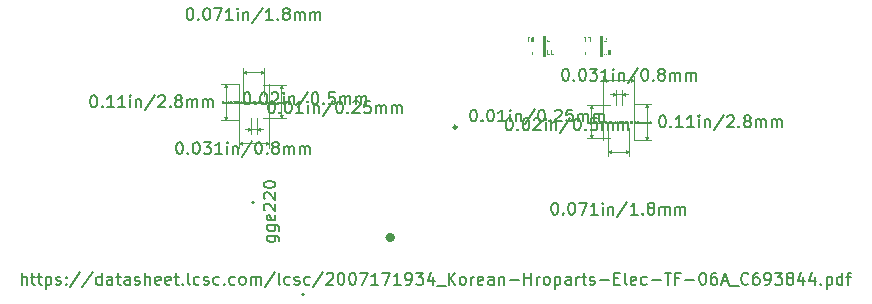
<source format=gbr>
%TF.GenerationSoftware,KiCad,Pcbnew,7.0.5*%
%TF.CreationDate,2023-06-28T21:22:15+09:00*%
%TF.ProjectId,robotrace_v2_main,726f626f-7472-4616-9365-5f76325f6d61,rev?*%
%TF.SameCoordinates,Original*%
%TF.FileFunction,Other,Comment*%
%FSLAX46Y46*%
G04 Gerber Fmt 4.6, Leading zero omitted, Abs format (unit mm)*
G04 Created by KiCad (PCBNEW 7.0.5) date 2023-06-28 21:22:15*
%MOMM*%
%LPD*%
G01*
G04 APERTURE LIST*
%ADD10C,0.150000*%
%ADD11C,0.002000*%
%ADD12C,0.254000*%
%ADD13C,0.100000*%
%ADD14C,0.200000*%
%ADD15C,0.400000*%
G04 APERTURE END LIST*
D10*
%TO.C,U7*%
X143380662Y-74666820D02*
X143475900Y-74666820D01*
X143475900Y-74666820D02*
X143571138Y-74714439D01*
X143571138Y-74714439D02*
X143618757Y-74762058D01*
X143618757Y-74762058D02*
X143666376Y-74857296D01*
X143666376Y-74857296D02*
X143713995Y-75047772D01*
X143713995Y-75047772D02*
X143713995Y-75285867D01*
X143713995Y-75285867D02*
X143666376Y-75476343D01*
X143666376Y-75476343D02*
X143618757Y-75571581D01*
X143618757Y-75571581D02*
X143571138Y-75619201D01*
X143571138Y-75619201D02*
X143475900Y-75666820D01*
X143475900Y-75666820D02*
X143380662Y-75666820D01*
X143380662Y-75666820D02*
X143285424Y-75619201D01*
X143285424Y-75619201D02*
X143237805Y-75571581D01*
X143237805Y-75571581D02*
X143190186Y-75476343D01*
X143190186Y-75476343D02*
X143142567Y-75285867D01*
X143142567Y-75285867D02*
X143142567Y-75047772D01*
X143142567Y-75047772D02*
X143190186Y-74857296D01*
X143190186Y-74857296D02*
X143237805Y-74762058D01*
X143237805Y-74762058D02*
X143285424Y-74714439D01*
X143285424Y-74714439D02*
X143380662Y-74666820D01*
X144142567Y-75571581D02*
X144190186Y-75619201D01*
X144190186Y-75619201D02*
X144142567Y-75666820D01*
X144142567Y-75666820D02*
X144094948Y-75619201D01*
X144094948Y-75619201D02*
X144142567Y-75571581D01*
X144142567Y-75571581D02*
X144142567Y-75666820D01*
X144809233Y-74666820D02*
X144904471Y-74666820D01*
X144904471Y-74666820D02*
X144999709Y-74714439D01*
X144999709Y-74714439D02*
X145047328Y-74762058D01*
X145047328Y-74762058D02*
X145094947Y-74857296D01*
X145094947Y-74857296D02*
X145142566Y-75047772D01*
X145142566Y-75047772D02*
X145142566Y-75285867D01*
X145142566Y-75285867D02*
X145094947Y-75476343D01*
X145094947Y-75476343D02*
X145047328Y-75571581D01*
X145047328Y-75571581D02*
X144999709Y-75619201D01*
X144999709Y-75619201D02*
X144904471Y-75666820D01*
X144904471Y-75666820D02*
X144809233Y-75666820D01*
X144809233Y-75666820D02*
X144713995Y-75619201D01*
X144713995Y-75619201D02*
X144666376Y-75571581D01*
X144666376Y-75571581D02*
X144618757Y-75476343D01*
X144618757Y-75476343D02*
X144571138Y-75285867D01*
X144571138Y-75285867D02*
X144571138Y-75047772D01*
X144571138Y-75047772D02*
X144618757Y-74857296D01*
X144618757Y-74857296D02*
X144666376Y-74762058D01*
X144666376Y-74762058D02*
X144713995Y-74714439D01*
X144713995Y-74714439D02*
X144809233Y-74666820D01*
X145475900Y-74666820D02*
X146142566Y-74666820D01*
X146142566Y-74666820D02*
X145713995Y-75666820D01*
X147047328Y-75666820D02*
X146475900Y-75666820D01*
X146761614Y-75666820D02*
X146761614Y-74666820D01*
X146761614Y-74666820D02*
X146666376Y-74809677D01*
X146666376Y-74809677D02*
X146571138Y-74904915D01*
X146571138Y-74904915D02*
X146475900Y-74952534D01*
X147475900Y-75666820D02*
X147475900Y-75000153D01*
X147475900Y-74666820D02*
X147428281Y-74714439D01*
X147428281Y-74714439D02*
X147475900Y-74762058D01*
X147475900Y-74762058D02*
X147523519Y-74714439D01*
X147523519Y-74714439D02*
X147475900Y-74666820D01*
X147475900Y-74666820D02*
X147475900Y-74762058D01*
X147952090Y-75000153D02*
X147952090Y-75666820D01*
X147952090Y-75095391D02*
X147999709Y-75047772D01*
X147999709Y-75047772D02*
X148094947Y-75000153D01*
X148094947Y-75000153D02*
X148237804Y-75000153D01*
X148237804Y-75000153D02*
X148333042Y-75047772D01*
X148333042Y-75047772D02*
X148380661Y-75143010D01*
X148380661Y-75143010D02*
X148380661Y-75666820D01*
X149571137Y-74619201D02*
X148713995Y-75904915D01*
X150428280Y-75666820D02*
X149856852Y-75666820D01*
X150142566Y-75666820D02*
X150142566Y-74666820D01*
X150142566Y-74666820D02*
X150047328Y-74809677D01*
X150047328Y-74809677D02*
X149952090Y-74904915D01*
X149952090Y-74904915D02*
X149856852Y-74952534D01*
X150856852Y-75571581D02*
X150904471Y-75619201D01*
X150904471Y-75619201D02*
X150856852Y-75666820D01*
X150856852Y-75666820D02*
X150809233Y-75619201D01*
X150809233Y-75619201D02*
X150856852Y-75571581D01*
X150856852Y-75571581D02*
X150856852Y-75666820D01*
X151475899Y-75095391D02*
X151380661Y-75047772D01*
X151380661Y-75047772D02*
X151333042Y-75000153D01*
X151333042Y-75000153D02*
X151285423Y-74904915D01*
X151285423Y-74904915D02*
X151285423Y-74857296D01*
X151285423Y-74857296D02*
X151333042Y-74762058D01*
X151333042Y-74762058D02*
X151380661Y-74714439D01*
X151380661Y-74714439D02*
X151475899Y-74666820D01*
X151475899Y-74666820D02*
X151666375Y-74666820D01*
X151666375Y-74666820D02*
X151761613Y-74714439D01*
X151761613Y-74714439D02*
X151809232Y-74762058D01*
X151809232Y-74762058D02*
X151856851Y-74857296D01*
X151856851Y-74857296D02*
X151856851Y-74904915D01*
X151856851Y-74904915D02*
X151809232Y-75000153D01*
X151809232Y-75000153D02*
X151761613Y-75047772D01*
X151761613Y-75047772D02*
X151666375Y-75095391D01*
X151666375Y-75095391D02*
X151475899Y-75095391D01*
X151475899Y-75095391D02*
X151380661Y-75143010D01*
X151380661Y-75143010D02*
X151333042Y-75190629D01*
X151333042Y-75190629D02*
X151285423Y-75285867D01*
X151285423Y-75285867D02*
X151285423Y-75476343D01*
X151285423Y-75476343D02*
X151333042Y-75571581D01*
X151333042Y-75571581D02*
X151380661Y-75619201D01*
X151380661Y-75619201D02*
X151475899Y-75666820D01*
X151475899Y-75666820D02*
X151666375Y-75666820D01*
X151666375Y-75666820D02*
X151761613Y-75619201D01*
X151761613Y-75619201D02*
X151809232Y-75571581D01*
X151809232Y-75571581D02*
X151856851Y-75476343D01*
X151856851Y-75476343D02*
X151856851Y-75285867D01*
X151856851Y-75285867D02*
X151809232Y-75190629D01*
X151809232Y-75190629D02*
X151761613Y-75143010D01*
X151761613Y-75143010D02*
X151666375Y-75095391D01*
X152285423Y-75666820D02*
X152285423Y-75000153D01*
X152285423Y-75095391D02*
X152333042Y-75047772D01*
X152333042Y-75047772D02*
X152428280Y-75000153D01*
X152428280Y-75000153D02*
X152571137Y-75000153D01*
X152571137Y-75000153D02*
X152666375Y-75047772D01*
X152666375Y-75047772D02*
X152713994Y-75143010D01*
X152713994Y-75143010D02*
X152713994Y-75666820D01*
X152713994Y-75143010D02*
X152761613Y-75047772D01*
X152761613Y-75047772D02*
X152856851Y-75000153D01*
X152856851Y-75000153D02*
X152999708Y-75000153D01*
X152999708Y-75000153D02*
X153094947Y-75047772D01*
X153094947Y-75047772D02*
X153142566Y-75143010D01*
X153142566Y-75143010D02*
X153142566Y-75666820D01*
X153618756Y-75666820D02*
X153618756Y-75000153D01*
X153618756Y-75095391D02*
X153666375Y-75047772D01*
X153666375Y-75047772D02*
X153761613Y-75000153D01*
X153761613Y-75000153D02*
X153904470Y-75000153D01*
X153904470Y-75000153D02*
X153999708Y-75047772D01*
X153999708Y-75047772D02*
X154047327Y-75143010D01*
X154047327Y-75143010D02*
X154047327Y-75666820D01*
X154047327Y-75143010D02*
X154094946Y-75047772D01*
X154094946Y-75047772D02*
X154190184Y-75000153D01*
X154190184Y-75000153D02*
X154333041Y-75000153D01*
X154333041Y-75000153D02*
X154428280Y-75047772D01*
X154428280Y-75047772D02*
X154475899Y-75143010D01*
X154475899Y-75143010D02*
X154475899Y-75666820D01*
X148204852Y-81804756D02*
X148300090Y-81804756D01*
X148300090Y-81804756D02*
X148395328Y-81852375D01*
X148395328Y-81852375D02*
X148442947Y-81899994D01*
X148442947Y-81899994D02*
X148490566Y-81995232D01*
X148490566Y-81995232D02*
X148538185Y-82185708D01*
X148538185Y-82185708D02*
X148538185Y-82423803D01*
X148538185Y-82423803D02*
X148490566Y-82614279D01*
X148490566Y-82614279D02*
X148442947Y-82709517D01*
X148442947Y-82709517D02*
X148395328Y-82757137D01*
X148395328Y-82757137D02*
X148300090Y-82804756D01*
X148300090Y-82804756D02*
X148204852Y-82804756D01*
X148204852Y-82804756D02*
X148109614Y-82757137D01*
X148109614Y-82757137D02*
X148061995Y-82709517D01*
X148061995Y-82709517D02*
X148014376Y-82614279D01*
X148014376Y-82614279D02*
X147966757Y-82423803D01*
X147966757Y-82423803D02*
X147966757Y-82185708D01*
X147966757Y-82185708D02*
X148014376Y-81995232D01*
X148014376Y-81995232D02*
X148061995Y-81899994D01*
X148061995Y-81899994D02*
X148109614Y-81852375D01*
X148109614Y-81852375D02*
X148204852Y-81804756D01*
X148966757Y-82709517D02*
X149014376Y-82757137D01*
X149014376Y-82757137D02*
X148966757Y-82804756D01*
X148966757Y-82804756D02*
X148919138Y-82757137D01*
X148919138Y-82757137D02*
X148966757Y-82709517D01*
X148966757Y-82709517D02*
X148966757Y-82804756D01*
X149633423Y-81804756D02*
X149728661Y-81804756D01*
X149728661Y-81804756D02*
X149823899Y-81852375D01*
X149823899Y-81852375D02*
X149871518Y-81899994D01*
X149871518Y-81899994D02*
X149919137Y-81995232D01*
X149919137Y-81995232D02*
X149966756Y-82185708D01*
X149966756Y-82185708D02*
X149966756Y-82423803D01*
X149966756Y-82423803D02*
X149919137Y-82614279D01*
X149919137Y-82614279D02*
X149871518Y-82709517D01*
X149871518Y-82709517D02*
X149823899Y-82757137D01*
X149823899Y-82757137D02*
X149728661Y-82804756D01*
X149728661Y-82804756D02*
X149633423Y-82804756D01*
X149633423Y-82804756D02*
X149538185Y-82757137D01*
X149538185Y-82757137D02*
X149490566Y-82709517D01*
X149490566Y-82709517D02*
X149442947Y-82614279D01*
X149442947Y-82614279D02*
X149395328Y-82423803D01*
X149395328Y-82423803D02*
X149395328Y-82185708D01*
X149395328Y-82185708D02*
X149442947Y-81995232D01*
X149442947Y-81995232D02*
X149490566Y-81899994D01*
X149490566Y-81899994D02*
X149538185Y-81852375D01*
X149538185Y-81852375D02*
X149633423Y-81804756D01*
X150347709Y-81899994D02*
X150395328Y-81852375D01*
X150395328Y-81852375D02*
X150490566Y-81804756D01*
X150490566Y-81804756D02*
X150728661Y-81804756D01*
X150728661Y-81804756D02*
X150823899Y-81852375D01*
X150823899Y-81852375D02*
X150871518Y-81899994D01*
X150871518Y-81899994D02*
X150919137Y-81995232D01*
X150919137Y-81995232D02*
X150919137Y-82090470D01*
X150919137Y-82090470D02*
X150871518Y-82233327D01*
X150871518Y-82233327D02*
X150300090Y-82804756D01*
X150300090Y-82804756D02*
X150919137Y-82804756D01*
X151347709Y-82804756D02*
X151347709Y-82138089D01*
X151347709Y-81804756D02*
X151300090Y-81852375D01*
X151300090Y-81852375D02*
X151347709Y-81899994D01*
X151347709Y-81899994D02*
X151395328Y-81852375D01*
X151395328Y-81852375D02*
X151347709Y-81804756D01*
X151347709Y-81804756D02*
X151347709Y-81899994D01*
X151823899Y-82138089D02*
X151823899Y-82804756D01*
X151823899Y-82233327D02*
X151871518Y-82185708D01*
X151871518Y-82185708D02*
X151966756Y-82138089D01*
X151966756Y-82138089D02*
X152109613Y-82138089D01*
X152109613Y-82138089D02*
X152204851Y-82185708D01*
X152204851Y-82185708D02*
X152252470Y-82280946D01*
X152252470Y-82280946D02*
X152252470Y-82804756D01*
X153442946Y-81757137D02*
X152585804Y-83042851D01*
X153966756Y-81804756D02*
X154061994Y-81804756D01*
X154061994Y-81804756D02*
X154157232Y-81852375D01*
X154157232Y-81852375D02*
X154204851Y-81899994D01*
X154204851Y-81899994D02*
X154252470Y-81995232D01*
X154252470Y-81995232D02*
X154300089Y-82185708D01*
X154300089Y-82185708D02*
X154300089Y-82423803D01*
X154300089Y-82423803D02*
X154252470Y-82614279D01*
X154252470Y-82614279D02*
X154204851Y-82709517D01*
X154204851Y-82709517D02*
X154157232Y-82757137D01*
X154157232Y-82757137D02*
X154061994Y-82804756D01*
X154061994Y-82804756D02*
X153966756Y-82804756D01*
X153966756Y-82804756D02*
X153871518Y-82757137D01*
X153871518Y-82757137D02*
X153823899Y-82709517D01*
X153823899Y-82709517D02*
X153776280Y-82614279D01*
X153776280Y-82614279D02*
X153728661Y-82423803D01*
X153728661Y-82423803D02*
X153728661Y-82185708D01*
X153728661Y-82185708D02*
X153776280Y-81995232D01*
X153776280Y-81995232D02*
X153823899Y-81899994D01*
X153823899Y-81899994D02*
X153871518Y-81852375D01*
X153871518Y-81852375D02*
X153966756Y-81804756D01*
X154728661Y-82709517D02*
X154776280Y-82757137D01*
X154776280Y-82757137D02*
X154728661Y-82804756D01*
X154728661Y-82804756D02*
X154681042Y-82757137D01*
X154681042Y-82757137D02*
X154728661Y-82709517D01*
X154728661Y-82709517D02*
X154728661Y-82804756D01*
X155681041Y-81804756D02*
X155204851Y-81804756D01*
X155204851Y-81804756D02*
X155157232Y-82280946D01*
X155157232Y-82280946D02*
X155204851Y-82233327D01*
X155204851Y-82233327D02*
X155300089Y-82185708D01*
X155300089Y-82185708D02*
X155538184Y-82185708D01*
X155538184Y-82185708D02*
X155633422Y-82233327D01*
X155633422Y-82233327D02*
X155681041Y-82280946D01*
X155681041Y-82280946D02*
X155728660Y-82376184D01*
X155728660Y-82376184D02*
X155728660Y-82614279D01*
X155728660Y-82614279D02*
X155681041Y-82709517D01*
X155681041Y-82709517D02*
X155633422Y-82757137D01*
X155633422Y-82757137D02*
X155538184Y-82804756D01*
X155538184Y-82804756D02*
X155300089Y-82804756D01*
X155300089Y-82804756D02*
X155204851Y-82757137D01*
X155204851Y-82757137D02*
X155157232Y-82709517D01*
X156157232Y-82804756D02*
X156157232Y-82138089D01*
X156157232Y-82233327D02*
X156204851Y-82185708D01*
X156204851Y-82185708D02*
X156300089Y-82138089D01*
X156300089Y-82138089D02*
X156442946Y-82138089D01*
X156442946Y-82138089D02*
X156538184Y-82185708D01*
X156538184Y-82185708D02*
X156585803Y-82280946D01*
X156585803Y-82280946D02*
X156585803Y-82804756D01*
X156585803Y-82280946D02*
X156633422Y-82185708D01*
X156633422Y-82185708D02*
X156728660Y-82138089D01*
X156728660Y-82138089D02*
X156871517Y-82138089D01*
X156871517Y-82138089D02*
X156966756Y-82185708D01*
X156966756Y-82185708D02*
X157014375Y-82280946D01*
X157014375Y-82280946D02*
X157014375Y-82804756D01*
X157490565Y-82804756D02*
X157490565Y-82138089D01*
X157490565Y-82233327D02*
X157538184Y-82185708D01*
X157538184Y-82185708D02*
X157633422Y-82138089D01*
X157633422Y-82138089D02*
X157776279Y-82138089D01*
X157776279Y-82138089D02*
X157871517Y-82185708D01*
X157871517Y-82185708D02*
X157919136Y-82280946D01*
X157919136Y-82280946D02*
X157919136Y-82804756D01*
X157919136Y-82280946D02*
X157966755Y-82185708D01*
X157966755Y-82185708D02*
X158061993Y-82138089D01*
X158061993Y-82138089D02*
X158204850Y-82138089D01*
X158204850Y-82138089D02*
X158300089Y-82185708D01*
X158300089Y-82185708D02*
X158347708Y-82280946D01*
X158347708Y-82280946D02*
X158347708Y-82804756D01*
D11*
X146187208Y-82646553D02*
X146181160Y-82652601D01*
X146181160Y-82652601D02*
X146163018Y-82658648D01*
X146163018Y-82658648D02*
X146150922Y-82658648D01*
X146150922Y-82658648D02*
X146132779Y-82652601D01*
X146132779Y-82652601D02*
X146120684Y-82640505D01*
X146120684Y-82640505D02*
X146114637Y-82628410D01*
X146114637Y-82628410D02*
X146108589Y-82604220D01*
X146108589Y-82604220D02*
X146108589Y-82586077D01*
X146108589Y-82586077D02*
X146114637Y-82561886D01*
X146114637Y-82561886D02*
X146120684Y-82549791D01*
X146120684Y-82549791D02*
X146132779Y-82537696D01*
X146132779Y-82537696D02*
X146150922Y-82531648D01*
X146150922Y-82531648D02*
X146163018Y-82531648D01*
X146163018Y-82531648D02*
X146181160Y-82537696D01*
X146181160Y-82537696D02*
X146187208Y-82543743D01*
X146259779Y-82658648D02*
X146247684Y-82652601D01*
X146247684Y-82652601D02*
X146241637Y-82646553D01*
X146241637Y-82646553D02*
X146235589Y-82634458D01*
X146235589Y-82634458D02*
X146235589Y-82598172D01*
X146235589Y-82598172D02*
X146241637Y-82586077D01*
X146241637Y-82586077D02*
X146247684Y-82580029D01*
X146247684Y-82580029D02*
X146259779Y-82573981D01*
X146259779Y-82573981D02*
X146277922Y-82573981D01*
X146277922Y-82573981D02*
X146290018Y-82580029D01*
X146290018Y-82580029D02*
X146296065Y-82586077D01*
X146296065Y-82586077D02*
X146302113Y-82598172D01*
X146302113Y-82598172D02*
X146302113Y-82634458D01*
X146302113Y-82634458D02*
X146296065Y-82646553D01*
X146296065Y-82646553D02*
X146290018Y-82652601D01*
X146290018Y-82652601D02*
X146277922Y-82658648D01*
X146277922Y-82658648D02*
X146259779Y-82658648D01*
X146356542Y-82573981D02*
X146356542Y-82700981D01*
X146356542Y-82580029D02*
X146368637Y-82573981D01*
X146368637Y-82573981D02*
X146392827Y-82573981D01*
X146392827Y-82573981D02*
X146404923Y-82580029D01*
X146404923Y-82580029D02*
X146410970Y-82586077D01*
X146410970Y-82586077D02*
X146417018Y-82598172D01*
X146417018Y-82598172D02*
X146417018Y-82634458D01*
X146417018Y-82634458D02*
X146410970Y-82646553D01*
X146410970Y-82646553D02*
X146404923Y-82652601D01*
X146404923Y-82652601D02*
X146392827Y-82658648D01*
X146392827Y-82658648D02*
X146368637Y-82658648D01*
X146368637Y-82658648D02*
X146356542Y-82652601D01*
X146459351Y-82573981D02*
X146489589Y-82658648D01*
X146519828Y-82573981D02*
X146489589Y-82658648D01*
X146489589Y-82658648D02*
X146477494Y-82688886D01*
X146477494Y-82688886D02*
X146471447Y-82694934D01*
X146471447Y-82694934D02*
X146459351Y-82700981D01*
X146568209Y-82658648D02*
X146568209Y-82573981D01*
X146568209Y-82598172D02*
X146574256Y-82586077D01*
X146574256Y-82586077D02*
X146580304Y-82580029D01*
X146580304Y-82580029D02*
X146592399Y-82573981D01*
X146592399Y-82573981D02*
X146604494Y-82573981D01*
X146646828Y-82658648D02*
X146646828Y-82573981D01*
X146646828Y-82531648D02*
X146640780Y-82537696D01*
X146640780Y-82537696D02*
X146646828Y-82543743D01*
X146646828Y-82543743D02*
X146652875Y-82537696D01*
X146652875Y-82537696D02*
X146646828Y-82531648D01*
X146646828Y-82531648D02*
X146646828Y-82543743D01*
X146761732Y-82573981D02*
X146761732Y-82676791D01*
X146761732Y-82676791D02*
X146755685Y-82688886D01*
X146755685Y-82688886D02*
X146749637Y-82694934D01*
X146749637Y-82694934D02*
X146737542Y-82700981D01*
X146737542Y-82700981D02*
X146719399Y-82700981D01*
X146719399Y-82700981D02*
X146707304Y-82694934D01*
X146761732Y-82652601D02*
X146749637Y-82658648D01*
X146749637Y-82658648D02*
X146725446Y-82658648D01*
X146725446Y-82658648D02*
X146713351Y-82652601D01*
X146713351Y-82652601D02*
X146707304Y-82646553D01*
X146707304Y-82646553D02*
X146701256Y-82634458D01*
X146701256Y-82634458D02*
X146701256Y-82598172D01*
X146701256Y-82598172D02*
X146707304Y-82586077D01*
X146707304Y-82586077D02*
X146713351Y-82580029D01*
X146713351Y-82580029D02*
X146725446Y-82573981D01*
X146725446Y-82573981D02*
X146749637Y-82573981D01*
X146749637Y-82573981D02*
X146761732Y-82580029D01*
X146822209Y-82658648D02*
X146822209Y-82531648D01*
X146876637Y-82658648D02*
X146876637Y-82592124D01*
X146876637Y-82592124D02*
X146870590Y-82580029D01*
X146870590Y-82580029D02*
X146858494Y-82573981D01*
X146858494Y-82573981D02*
X146840351Y-82573981D01*
X146840351Y-82573981D02*
X146828256Y-82580029D01*
X146828256Y-82580029D02*
X146822209Y-82586077D01*
X146918971Y-82573981D02*
X146967352Y-82573981D01*
X146937114Y-82531648D02*
X146937114Y-82640505D01*
X146937114Y-82640505D02*
X146943161Y-82652601D01*
X146943161Y-82652601D02*
X146955256Y-82658648D01*
X146955256Y-82658648D02*
X146967352Y-82658648D01*
X147100399Y-82543743D02*
X147106447Y-82537696D01*
X147106447Y-82537696D02*
X147118542Y-82531648D01*
X147118542Y-82531648D02*
X147148780Y-82531648D01*
X147148780Y-82531648D02*
X147160875Y-82537696D01*
X147160875Y-82537696D02*
X147166923Y-82543743D01*
X147166923Y-82543743D02*
X147172970Y-82555839D01*
X147172970Y-82555839D02*
X147172970Y-82567934D01*
X147172970Y-82567934D02*
X147166923Y-82586077D01*
X147166923Y-82586077D02*
X147094351Y-82658648D01*
X147094351Y-82658648D02*
X147172970Y-82658648D01*
X147251589Y-82531648D02*
X147263684Y-82531648D01*
X147263684Y-82531648D02*
X147275780Y-82537696D01*
X147275780Y-82537696D02*
X147281827Y-82543743D01*
X147281827Y-82543743D02*
X147287875Y-82555839D01*
X147287875Y-82555839D02*
X147293922Y-82580029D01*
X147293922Y-82580029D02*
X147293922Y-82610267D01*
X147293922Y-82610267D02*
X147287875Y-82634458D01*
X147287875Y-82634458D02*
X147281827Y-82646553D01*
X147281827Y-82646553D02*
X147275780Y-82652601D01*
X147275780Y-82652601D02*
X147263684Y-82658648D01*
X147263684Y-82658648D02*
X147251589Y-82658648D01*
X147251589Y-82658648D02*
X147239494Y-82652601D01*
X147239494Y-82652601D02*
X147233446Y-82646553D01*
X147233446Y-82646553D02*
X147227399Y-82634458D01*
X147227399Y-82634458D02*
X147221351Y-82610267D01*
X147221351Y-82610267D02*
X147221351Y-82580029D01*
X147221351Y-82580029D02*
X147227399Y-82555839D01*
X147227399Y-82555839D02*
X147233446Y-82543743D01*
X147233446Y-82543743D02*
X147239494Y-82537696D01*
X147239494Y-82537696D02*
X147251589Y-82531648D01*
X147342303Y-82543743D02*
X147348351Y-82537696D01*
X147348351Y-82537696D02*
X147360446Y-82531648D01*
X147360446Y-82531648D02*
X147390684Y-82531648D01*
X147390684Y-82531648D02*
X147402779Y-82537696D01*
X147402779Y-82537696D02*
X147408827Y-82543743D01*
X147408827Y-82543743D02*
X147414874Y-82555839D01*
X147414874Y-82555839D02*
X147414874Y-82567934D01*
X147414874Y-82567934D02*
X147408827Y-82586077D01*
X147408827Y-82586077D02*
X147336255Y-82658648D01*
X147336255Y-82658648D02*
X147414874Y-82658648D01*
X147535826Y-82658648D02*
X147463255Y-82658648D01*
X147499541Y-82658648D02*
X147499541Y-82531648D01*
X147499541Y-82531648D02*
X147487445Y-82549791D01*
X147487445Y-82549791D02*
X147475350Y-82561886D01*
X147475350Y-82561886D02*
X147463255Y-82567934D01*
X147680969Y-82622362D02*
X147741445Y-82622362D01*
X147668874Y-82658648D02*
X147711207Y-82531648D01*
X147711207Y-82531648D02*
X147753540Y-82658648D01*
X147850302Y-82652601D02*
X147838207Y-82658648D01*
X147838207Y-82658648D02*
X147814016Y-82658648D01*
X147814016Y-82658648D02*
X147801921Y-82652601D01*
X147801921Y-82652601D02*
X147795874Y-82646553D01*
X147795874Y-82646553D02*
X147789826Y-82634458D01*
X147789826Y-82634458D02*
X147789826Y-82598172D01*
X147789826Y-82598172D02*
X147795874Y-82586077D01*
X147795874Y-82586077D02*
X147801921Y-82580029D01*
X147801921Y-82580029D02*
X147814016Y-82573981D01*
X147814016Y-82573981D02*
X147838207Y-82573981D01*
X147838207Y-82573981D02*
X147850302Y-82580029D01*
X147959159Y-82652601D02*
X147947064Y-82658648D01*
X147947064Y-82658648D02*
X147922873Y-82658648D01*
X147922873Y-82658648D02*
X147910778Y-82652601D01*
X147910778Y-82652601D02*
X147904731Y-82646553D01*
X147904731Y-82646553D02*
X147898683Y-82634458D01*
X147898683Y-82634458D02*
X147898683Y-82598172D01*
X147898683Y-82598172D02*
X147904731Y-82586077D01*
X147904731Y-82586077D02*
X147910778Y-82580029D01*
X147910778Y-82580029D02*
X147922873Y-82573981D01*
X147922873Y-82573981D02*
X147947064Y-82573981D01*
X147947064Y-82573981D02*
X147959159Y-82580029D01*
X148061969Y-82652601D02*
X148049873Y-82658648D01*
X148049873Y-82658648D02*
X148025683Y-82658648D01*
X148025683Y-82658648D02*
X148013588Y-82652601D01*
X148013588Y-82652601D02*
X148007540Y-82640505D01*
X148007540Y-82640505D02*
X148007540Y-82592124D01*
X148007540Y-82592124D02*
X148013588Y-82580029D01*
X148013588Y-82580029D02*
X148025683Y-82573981D01*
X148025683Y-82573981D02*
X148049873Y-82573981D01*
X148049873Y-82573981D02*
X148061969Y-82580029D01*
X148061969Y-82580029D02*
X148068016Y-82592124D01*
X148068016Y-82592124D02*
X148068016Y-82604220D01*
X148068016Y-82604220D02*
X148007540Y-82616315D01*
X148140587Y-82658648D02*
X148128492Y-82652601D01*
X148128492Y-82652601D02*
X148122445Y-82640505D01*
X148122445Y-82640505D02*
X148122445Y-82531648D01*
X148237350Y-82652601D02*
X148225254Y-82658648D01*
X148225254Y-82658648D02*
X148201064Y-82658648D01*
X148201064Y-82658648D02*
X148188969Y-82652601D01*
X148188969Y-82652601D02*
X148182921Y-82640505D01*
X148182921Y-82640505D02*
X148182921Y-82592124D01*
X148182921Y-82592124D02*
X148188969Y-82580029D01*
X148188969Y-82580029D02*
X148201064Y-82573981D01*
X148201064Y-82573981D02*
X148225254Y-82573981D01*
X148225254Y-82573981D02*
X148237350Y-82580029D01*
X148237350Y-82580029D02*
X148243397Y-82592124D01*
X148243397Y-82592124D02*
X148243397Y-82604220D01*
X148243397Y-82604220D02*
X148182921Y-82616315D01*
X148297826Y-82658648D02*
X148297826Y-82573981D01*
X148297826Y-82598172D02*
X148303873Y-82586077D01*
X148303873Y-82586077D02*
X148309921Y-82580029D01*
X148309921Y-82580029D02*
X148322016Y-82573981D01*
X148322016Y-82573981D02*
X148334111Y-82573981D01*
X148430873Y-82658648D02*
X148430873Y-82592124D01*
X148430873Y-82592124D02*
X148424826Y-82580029D01*
X148424826Y-82580029D02*
X148412730Y-82573981D01*
X148412730Y-82573981D02*
X148388540Y-82573981D01*
X148388540Y-82573981D02*
X148376445Y-82580029D01*
X148430873Y-82652601D02*
X148418778Y-82658648D01*
X148418778Y-82658648D02*
X148388540Y-82658648D01*
X148388540Y-82658648D02*
X148376445Y-82652601D01*
X148376445Y-82652601D02*
X148370397Y-82640505D01*
X148370397Y-82640505D02*
X148370397Y-82628410D01*
X148370397Y-82628410D02*
X148376445Y-82616315D01*
X148376445Y-82616315D02*
X148388540Y-82610267D01*
X148388540Y-82610267D02*
X148418778Y-82610267D01*
X148418778Y-82610267D02*
X148430873Y-82604220D01*
X148473207Y-82573981D02*
X148521588Y-82573981D01*
X148491350Y-82531648D02*
X148491350Y-82640505D01*
X148491350Y-82640505D02*
X148497397Y-82652601D01*
X148497397Y-82652601D02*
X148509492Y-82658648D01*
X148509492Y-82658648D02*
X148521588Y-82658648D01*
X148612302Y-82652601D02*
X148600206Y-82658648D01*
X148600206Y-82658648D02*
X148576016Y-82658648D01*
X148576016Y-82658648D02*
X148563921Y-82652601D01*
X148563921Y-82652601D02*
X148557873Y-82640505D01*
X148557873Y-82640505D02*
X148557873Y-82592124D01*
X148557873Y-82592124D02*
X148563921Y-82580029D01*
X148563921Y-82580029D02*
X148576016Y-82573981D01*
X148576016Y-82573981D02*
X148600206Y-82573981D01*
X148600206Y-82573981D02*
X148612302Y-82580029D01*
X148612302Y-82580029D02*
X148618349Y-82592124D01*
X148618349Y-82592124D02*
X148618349Y-82604220D01*
X148618349Y-82604220D02*
X148557873Y-82616315D01*
X148727206Y-82658648D02*
X148727206Y-82531648D01*
X148727206Y-82652601D02*
X148715111Y-82658648D01*
X148715111Y-82658648D02*
X148690920Y-82658648D01*
X148690920Y-82658648D02*
X148678825Y-82652601D01*
X148678825Y-82652601D02*
X148672778Y-82646553D01*
X148672778Y-82646553D02*
X148666730Y-82634458D01*
X148666730Y-82634458D02*
X148666730Y-82598172D01*
X148666730Y-82598172D02*
X148672778Y-82586077D01*
X148672778Y-82586077D02*
X148678825Y-82580029D01*
X148678825Y-82580029D02*
X148690920Y-82573981D01*
X148690920Y-82573981D02*
X148715111Y-82573981D01*
X148715111Y-82573981D02*
X148727206Y-82580029D01*
X148884445Y-82658648D02*
X148884445Y-82531648D01*
X148884445Y-82531648D02*
X148914683Y-82531648D01*
X148914683Y-82531648D02*
X148932826Y-82537696D01*
X148932826Y-82537696D02*
X148944921Y-82549791D01*
X148944921Y-82549791D02*
X148950968Y-82561886D01*
X148950968Y-82561886D02*
X148957016Y-82586077D01*
X148957016Y-82586077D02*
X148957016Y-82604220D01*
X148957016Y-82604220D02*
X148950968Y-82628410D01*
X148950968Y-82628410D02*
X148944921Y-82640505D01*
X148944921Y-82640505D02*
X148932826Y-82652601D01*
X148932826Y-82652601D02*
X148914683Y-82658648D01*
X148914683Y-82658648D02*
X148884445Y-82658648D01*
X149059826Y-82652601D02*
X149047730Y-82658648D01*
X149047730Y-82658648D02*
X149023540Y-82658648D01*
X149023540Y-82658648D02*
X149011445Y-82652601D01*
X149011445Y-82652601D02*
X149005397Y-82640505D01*
X149005397Y-82640505D02*
X149005397Y-82592124D01*
X149005397Y-82592124D02*
X149011445Y-82580029D01*
X149011445Y-82580029D02*
X149023540Y-82573981D01*
X149023540Y-82573981D02*
X149047730Y-82573981D01*
X149047730Y-82573981D02*
X149059826Y-82580029D01*
X149059826Y-82580029D02*
X149065873Y-82592124D01*
X149065873Y-82592124D02*
X149065873Y-82604220D01*
X149065873Y-82604220D02*
X149005397Y-82616315D01*
X149114254Y-82652601D02*
X149126349Y-82658648D01*
X149126349Y-82658648D02*
X149150540Y-82658648D01*
X149150540Y-82658648D02*
X149162635Y-82652601D01*
X149162635Y-82652601D02*
X149168683Y-82640505D01*
X149168683Y-82640505D02*
X149168683Y-82634458D01*
X149168683Y-82634458D02*
X149162635Y-82622362D01*
X149162635Y-82622362D02*
X149150540Y-82616315D01*
X149150540Y-82616315D02*
X149132397Y-82616315D01*
X149132397Y-82616315D02*
X149120302Y-82610267D01*
X149120302Y-82610267D02*
X149114254Y-82598172D01*
X149114254Y-82598172D02*
X149114254Y-82592124D01*
X149114254Y-82592124D02*
X149120302Y-82580029D01*
X149120302Y-82580029D02*
X149132397Y-82573981D01*
X149132397Y-82573981D02*
X149150540Y-82573981D01*
X149150540Y-82573981D02*
X149162635Y-82580029D01*
X149223112Y-82658648D02*
X149223112Y-82573981D01*
X149223112Y-82531648D02*
X149217064Y-82537696D01*
X149217064Y-82537696D02*
X149223112Y-82543743D01*
X149223112Y-82543743D02*
X149229159Y-82537696D01*
X149229159Y-82537696D02*
X149223112Y-82531648D01*
X149223112Y-82531648D02*
X149223112Y-82543743D01*
X149338016Y-82573981D02*
X149338016Y-82676791D01*
X149338016Y-82676791D02*
X149331969Y-82688886D01*
X149331969Y-82688886D02*
X149325921Y-82694934D01*
X149325921Y-82694934D02*
X149313826Y-82700981D01*
X149313826Y-82700981D02*
X149295683Y-82700981D01*
X149295683Y-82700981D02*
X149283588Y-82694934D01*
X149338016Y-82652601D02*
X149325921Y-82658648D01*
X149325921Y-82658648D02*
X149301730Y-82658648D01*
X149301730Y-82658648D02*
X149289635Y-82652601D01*
X149289635Y-82652601D02*
X149283588Y-82646553D01*
X149283588Y-82646553D02*
X149277540Y-82634458D01*
X149277540Y-82634458D02*
X149277540Y-82598172D01*
X149277540Y-82598172D02*
X149283588Y-82586077D01*
X149283588Y-82586077D02*
X149289635Y-82580029D01*
X149289635Y-82580029D02*
X149301730Y-82573981D01*
X149301730Y-82573981D02*
X149325921Y-82573981D01*
X149325921Y-82573981D02*
X149338016Y-82580029D01*
X149398493Y-82573981D02*
X149398493Y-82658648D01*
X149398493Y-82586077D02*
X149404540Y-82580029D01*
X149404540Y-82580029D02*
X149416635Y-82573981D01*
X149416635Y-82573981D02*
X149434778Y-82573981D01*
X149434778Y-82573981D02*
X149446874Y-82580029D01*
X149446874Y-82580029D02*
X149452921Y-82592124D01*
X149452921Y-82592124D02*
X149452921Y-82658648D01*
X149507350Y-82652601D02*
X149519445Y-82658648D01*
X149519445Y-82658648D02*
X149543636Y-82658648D01*
X149543636Y-82658648D02*
X149555731Y-82652601D01*
X149555731Y-82652601D02*
X149561779Y-82640505D01*
X149561779Y-82640505D02*
X149561779Y-82634458D01*
X149561779Y-82634458D02*
X149555731Y-82622362D01*
X149555731Y-82622362D02*
X149543636Y-82616315D01*
X149543636Y-82616315D02*
X149525493Y-82616315D01*
X149525493Y-82616315D02*
X149513398Y-82610267D01*
X149513398Y-82610267D02*
X149507350Y-82598172D01*
X149507350Y-82598172D02*
X149507350Y-82592124D01*
X149507350Y-82592124D02*
X149513398Y-82580029D01*
X149513398Y-82580029D02*
X149525493Y-82573981D01*
X149525493Y-82573981D02*
X149543636Y-82573981D01*
X149543636Y-82573981D02*
X149555731Y-82580029D01*
X149616208Y-82646553D02*
X149622255Y-82652601D01*
X149622255Y-82652601D02*
X149616208Y-82658648D01*
X149616208Y-82658648D02*
X149610160Y-82652601D01*
X149610160Y-82652601D02*
X149616208Y-82646553D01*
X149616208Y-82646553D02*
X149616208Y-82658648D01*
X149767398Y-82622362D02*
X149827874Y-82622362D01*
X149755303Y-82658648D02*
X149797636Y-82531648D01*
X149797636Y-82531648D02*
X149839969Y-82658648D01*
X149900445Y-82658648D02*
X149888350Y-82652601D01*
X149888350Y-82652601D02*
X149882303Y-82640505D01*
X149882303Y-82640505D02*
X149882303Y-82531648D01*
X149966969Y-82658648D02*
X149954874Y-82652601D01*
X149954874Y-82652601D02*
X149948827Y-82640505D01*
X149948827Y-82640505D02*
X149948827Y-82531648D01*
X150112113Y-82658648D02*
X150112113Y-82573981D01*
X150112113Y-82598172D02*
X150118160Y-82586077D01*
X150118160Y-82586077D02*
X150124208Y-82580029D01*
X150124208Y-82580029D02*
X150136303Y-82573981D01*
X150136303Y-82573981D02*
X150148398Y-82573981D01*
X150190732Y-82658648D02*
X150190732Y-82573981D01*
X150190732Y-82531648D02*
X150184684Y-82537696D01*
X150184684Y-82537696D02*
X150190732Y-82543743D01*
X150190732Y-82543743D02*
X150196779Y-82537696D01*
X150196779Y-82537696D02*
X150190732Y-82531648D01*
X150190732Y-82531648D02*
X150190732Y-82543743D01*
X150305636Y-82573981D02*
X150305636Y-82676791D01*
X150305636Y-82676791D02*
X150299589Y-82688886D01*
X150299589Y-82688886D02*
X150293541Y-82694934D01*
X150293541Y-82694934D02*
X150281446Y-82700981D01*
X150281446Y-82700981D02*
X150263303Y-82700981D01*
X150263303Y-82700981D02*
X150251208Y-82694934D01*
X150305636Y-82652601D02*
X150293541Y-82658648D01*
X150293541Y-82658648D02*
X150269350Y-82658648D01*
X150269350Y-82658648D02*
X150257255Y-82652601D01*
X150257255Y-82652601D02*
X150251208Y-82646553D01*
X150251208Y-82646553D02*
X150245160Y-82634458D01*
X150245160Y-82634458D02*
X150245160Y-82598172D01*
X150245160Y-82598172D02*
X150251208Y-82586077D01*
X150251208Y-82586077D02*
X150257255Y-82580029D01*
X150257255Y-82580029D02*
X150269350Y-82573981D01*
X150269350Y-82573981D02*
X150293541Y-82573981D01*
X150293541Y-82573981D02*
X150305636Y-82580029D01*
X150366113Y-82658648D02*
X150366113Y-82531648D01*
X150420541Y-82658648D02*
X150420541Y-82592124D01*
X150420541Y-82592124D02*
X150414494Y-82580029D01*
X150414494Y-82580029D02*
X150402398Y-82573981D01*
X150402398Y-82573981D02*
X150384255Y-82573981D01*
X150384255Y-82573981D02*
X150372160Y-82580029D01*
X150372160Y-82580029D02*
X150366113Y-82586077D01*
X150462875Y-82573981D02*
X150511256Y-82573981D01*
X150481018Y-82531648D02*
X150481018Y-82640505D01*
X150481018Y-82640505D02*
X150487065Y-82652601D01*
X150487065Y-82652601D02*
X150499160Y-82658648D01*
X150499160Y-82658648D02*
X150511256Y-82658648D01*
X150547541Y-82652601D02*
X150559636Y-82658648D01*
X150559636Y-82658648D02*
X150583827Y-82658648D01*
X150583827Y-82658648D02*
X150595922Y-82652601D01*
X150595922Y-82652601D02*
X150601970Y-82640505D01*
X150601970Y-82640505D02*
X150601970Y-82634458D01*
X150601970Y-82634458D02*
X150595922Y-82622362D01*
X150595922Y-82622362D02*
X150583827Y-82616315D01*
X150583827Y-82616315D02*
X150565684Y-82616315D01*
X150565684Y-82616315D02*
X150553589Y-82610267D01*
X150553589Y-82610267D02*
X150547541Y-82598172D01*
X150547541Y-82598172D02*
X150547541Y-82592124D01*
X150547541Y-82592124D02*
X150553589Y-82580029D01*
X150553589Y-82580029D02*
X150565684Y-82573981D01*
X150565684Y-82573981D02*
X150583827Y-82573981D01*
X150583827Y-82573981D02*
X150595922Y-82580029D01*
X150753161Y-82658648D02*
X150753161Y-82573981D01*
X150753161Y-82598172D02*
X150759208Y-82586077D01*
X150759208Y-82586077D02*
X150765256Y-82580029D01*
X150765256Y-82580029D02*
X150777351Y-82573981D01*
X150777351Y-82573981D02*
X150789446Y-82573981D01*
X150880161Y-82652601D02*
X150868065Y-82658648D01*
X150868065Y-82658648D02*
X150843875Y-82658648D01*
X150843875Y-82658648D02*
X150831780Y-82652601D01*
X150831780Y-82652601D02*
X150825732Y-82640505D01*
X150825732Y-82640505D02*
X150825732Y-82592124D01*
X150825732Y-82592124D02*
X150831780Y-82580029D01*
X150831780Y-82580029D02*
X150843875Y-82573981D01*
X150843875Y-82573981D02*
X150868065Y-82573981D01*
X150868065Y-82573981D02*
X150880161Y-82580029D01*
X150880161Y-82580029D02*
X150886208Y-82592124D01*
X150886208Y-82592124D02*
X150886208Y-82604220D01*
X150886208Y-82604220D02*
X150825732Y-82616315D01*
X150934589Y-82652601D02*
X150946684Y-82658648D01*
X150946684Y-82658648D02*
X150970875Y-82658648D01*
X150970875Y-82658648D02*
X150982970Y-82652601D01*
X150982970Y-82652601D02*
X150989018Y-82640505D01*
X150989018Y-82640505D02*
X150989018Y-82634458D01*
X150989018Y-82634458D02*
X150982970Y-82622362D01*
X150982970Y-82622362D02*
X150970875Y-82616315D01*
X150970875Y-82616315D02*
X150952732Y-82616315D01*
X150952732Y-82616315D02*
X150940637Y-82610267D01*
X150940637Y-82610267D02*
X150934589Y-82598172D01*
X150934589Y-82598172D02*
X150934589Y-82592124D01*
X150934589Y-82592124D02*
X150940637Y-82580029D01*
X150940637Y-82580029D02*
X150952732Y-82573981D01*
X150952732Y-82573981D02*
X150970875Y-82573981D01*
X150970875Y-82573981D02*
X150982970Y-82580029D01*
X151091828Y-82652601D02*
X151079732Y-82658648D01*
X151079732Y-82658648D02*
X151055542Y-82658648D01*
X151055542Y-82658648D02*
X151043447Y-82652601D01*
X151043447Y-82652601D02*
X151037399Y-82640505D01*
X151037399Y-82640505D02*
X151037399Y-82592124D01*
X151037399Y-82592124D02*
X151043447Y-82580029D01*
X151043447Y-82580029D02*
X151055542Y-82573981D01*
X151055542Y-82573981D02*
X151079732Y-82573981D01*
X151079732Y-82573981D02*
X151091828Y-82580029D01*
X151091828Y-82580029D02*
X151097875Y-82592124D01*
X151097875Y-82592124D02*
X151097875Y-82604220D01*
X151097875Y-82604220D02*
X151037399Y-82616315D01*
X151152304Y-82658648D02*
X151152304Y-82573981D01*
X151152304Y-82598172D02*
X151158351Y-82586077D01*
X151158351Y-82586077D02*
X151164399Y-82580029D01*
X151164399Y-82580029D02*
X151176494Y-82573981D01*
X151176494Y-82573981D02*
X151188589Y-82573981D01*
X151218827Y-82573981D02*
X151249065Y-82658648D01*
X151249065Y-82658648D02*
X151279304Y-82573981D01*
X151376066Y-82652601D02*
X151363970Y-82658648D01*
X151363970Y-82658648D02*
X151339780Y-82658648D01*
X151339780Y-82658648D02*
X151327685Y-82652601D01*
X151327685Y-82652601D02*
X151321637Y-82640505D01*
X151321637Y-82640505D02*
X151321637Y-82592124D01*
X151321637Y-82592124D02*
X151327685Y-82580029D01*
X151327685Y-82580029D02*
X151339780Y-82573981D01*
X151339780Y-82573981D02*
X151363970Y-82573981D01*
X151363970Y-82573981D02*
X151376066Y-82580029D01*
X151376066Y-82580029D02*
X151382113Y-82592124D01*
X151382113Y-82592124D02*
X151382113Y-82604220D01*
X151382113Y-82604220D02*
X151321637Y-82616315D01*
X151490970Y-82658648D02*
X151490970Y-82531648D01*
X151490970Y-82652601D02*
X151478875Y-82658648D01*
X151478875Y-82658648D02*
X151454684Y-82658648D01*
X151454684Y-82658648D02*
X151442589Y-82652601D01*
X151442589Y-82652601D02*
X151436542Y-82646553D01*
X151436542Y-82646553D02*
X151430494Y-82634458D01*
X151430494Y-82634458D02*
X151430494Y-82598172D01*
X151430494Y-82598172D02*
X151436542Y-82586077D01*
X151436542Y-82586077D02*
X151442589Y-82580029D01*
X151442589Y-82580029D02*
X151454684Y-82573981D01*
X151454684Y-82573981D02*
X151478875Y-82573981D01*
X151478875Y-82573981D02*
X151490970Y-82580029D01*
X151551447Y-82646553D02*
X151557494Y-82652601D01*
X151557494Y-82652601D02*
X151551447Y-82658648D01*
X151551447Y-82658648D02*
X151545399Y-82652601D01*
X151545399Y-82652601D02*
X151551447Y-82646553D01*
X151551447Y-82646553D02*
X151551447Y-82658648D01*
D10*
X150268662Y-82554945D02*
X150363900Y-82554945D01*
X150363900Y-82554945D02*
X150459138Y-82602564D01*
X150459138Y-82602564D02*
X150506757Y-82650183D01*
X150506757Y-82650183D02*
X150554376Y-82745421D01*
X150554376Y-82745421D02*
X150601995Y-82935897D01*
X150601995Y-82935897D02*
X150601995Y-83173992D01*
X150601995Y-83173992D02*
X150554376Y-83364468D01*
X150554376Y-83364468D02*
X150506757Y-83459706D01*
X150506757Y-83459706D02*
X150459138Y-83507326D01*
X150459138Y-83507326D02*
X150363900Y-83554945D01*
X150363900Y-83554945D02*
X150268662Y-83554945D01*
X150268662Y-83554945D02*
X150173424Y-83507326D01*
X150173424Y-83507326D02*
X150125805Y-83459706D01*
X150125805Y-83459706D02*
X150078186Y-83364468D01*
X150078186Y-83364468D02*
X150030567Y-83173992D01*
X150030567Y-83173992D02*
X150030567Y-82935897D01*
X150030567Y-82935897D02*
X150078186Y-82745421D01*
X150078186Y-82745421D02*
X150125805Y-82650183D01*
X150125805Y-82650183D02*
X150173424Y-82602564D01*
X150173424Y-82602564D02*
X150268662Y-82554945D01*
X151030567Y-83459706D02*
X151078186Y-83507326D01*
X151078186Y-83507326D02*
X151030567Y-83554945D01*
X151030567Y-83554945D02*
X150982948Y-83507326D01*
X150982948Y-83507326D02*
X151030567Y-83459706D01*
X151030567Y-83459706D02*
X151030567Y-83554945D01*
X151697233Y-82554945D02*
X151792471Y-82554945D01*
X151792471Y-82554945D02*
X151887709Y-82602564D01*
X151887709Y-82602564D02*
X151935328Y-82650183D01*
X151935328Y-82650183D02*
X151982947Y-82745421D01*
X151982947Y-82745421D02*
X152030566Y-82935897D01*
X152030566Y-82935897D02*
X152030566Y-83173992D01*
X152030566Y-83173992D02*
X151982947Y-83364468D01*
X151982947Y-83364468D02*
X151935328Y-83459706D01*
X151935328Y-83459706D02*
X151887709Y-83507326D01*
X151887709Y-83507326D02*
X151792471Y-83554945D01*
X151792471Y-83554945D02*
X151697233Y-83554945D01*
X151697233Y-83554945D02*
X151601995Y-83507326D01*
X151601995Y-83507326D02*
X151554376Y-83459706D01*
X151554376Y-83459706D02*
X151506757Y-83364468D01*
X151506757Y-83364468D02*
X151459138Y-83173992D01*
X151459138Y-83173992D02*
X151459138Y-82935897D01*
X151459138Y-82935897D02*
X151506757Y-82745421D01*
X151506757Y-82745421D02*
X151554376Y-82650183D01*
X151554376Y-82650183D02*
X151601995Y-82602564D01*
X151601995Y-82602564D02*
X151697233Y-82554945D01*
X152982947Y-83554945D02*
X152411519Y-83554945D01*
X152697233Y-83554945D02*
X152697233Y-82554945D01*
X152697233Y-82554945D02*
X152601995Y-82697802D01*
X152601995Y-82697802D02*
X152506757Y-82793040D01*
X152506757Y-82793040D02*
X152411519Y-82840659D01*
X153411519Y-83554945D02*
X153411519Y-82888278D01*
X153411519Y-82554945D02*
X153363900Y-82602564D01*
X153363900Y-82602564D02*
X153411519Y-82650183D01*
X153411519Y-82650183D02*
X153459138Y-82602564D01*
X153459138Y-82602564D02*
X153411519Y-82554945D01*
X153411519Y-82554945D02*
X153411519Y-82650183D01*
X153887709Y-82888278D02*
X153887709Y-83554945D01*
X153887709Y-82983516D02*
X153935328Y-82935897D01*
X153935328Y-82935897D02*
X154030566Y-82888278D01*
X154030566Y-82888278D02*
X154173423Y-82888278D01*
X154173423Y-82888278D02*
X154268661Y-82935897D01*
X154268661Y-82935897D02*
X154316280Y-83031135D01*
X154316280Y-83031135D02*
X154316280Y-83554945D01*
X155506756Y-82507326D02*
X154649614Y-83793040D01*
X156030566Y-82554945D02*
X156125804Y-82554945D01*
X156125804Y-82554945D02*
X156221042Y-82602564D01*
X156221042Y-82602564D02*
X156268661Y-82650183D01*
X156268661Y-82650183D02*
X156316280Y-82745421D01*
X156316280Y-82745421D02*
X156363899Y-82935897D01*
X156363899Y-82935897D02*
X156363899Y-83173992D01*
X156363899Y-83173992D02*
X156316280Y-83364468D01*
X156316280Y-83364468D02*
X156268661Y-83459706D01*
X156268661Y-83459706D02*
X156221042Y-83507326D01*
X156221042Y-83507326D02*
X156125804Y-83554945D01*
X156125804Y-83554945D02*
X156030566Y-83554945D01*
X156030566Y-83554945D02*
X155935328Y-83507326D01*
X155935328Y-83507326D02*
X155887709Y-83459706D01*
X155887709Y-83459706D02*
X155840090Y-83364468D01*
X155840090Y-83364468D02*
X155792471Y-83173992D01*
X155792471Y-83173992D02*
X155792471Y-82935897D01*
X155792471Y-82935897D02*
X155840090Y-82745421D01*
X155840090Y-82745421D02*
X155887709Y-82650183D01*
X155887709Y-82650183D02*
X155935328Y-82602564D01*
X155935328Y-82602564D02*
X156030566Y-82554945D01*
X156792471Y-83459706D02*
X156840090Y-83507326D01*
X156840090Y-83507326D02*
X156792471Y-83554945D01*
X156792471Y-83554945D02*
X156744852Y-83507326D01*
X156744852Y-83507326D02*
X156792471Y-83459706D01*
X156792471Y-83459706D02*
X156792471Y-83554945D01*
X157221042Y-82650183D02*
X157268661Y-82602564D01*
X157268661Y-82602564D02*
X157363899Y-82554945D01*
X157363899Y-82554945D02*
X157601994Y-82554945D01*
X157601994Y-82554945D02*
X157697232Y-82602564D01*
X157697232Y-82602564D02*
X157744851Y-82650183D01*
X157744851Y-82650183D02*
X157792470Y-82745421D01*
X157792470Y-82745421D02*
X157792470Y-82840659D01*
X157792470Y-82840659D02*
X157744851Y-82983516D01*
X157744851Y-82983516D02*
X157173423Y-83554945D01*
X157173423Y-83554945D02*
X157792470Y-83554945D01*
X158697232Y-82554945D02*
X158221042Y-82554945D01*
X158221042Y-82554945D02*
X158173423Y-83031135D01*
X158173423Y-83031135D02*
X158221042Y-82983516D01*
X158221042Y-82983516D02*
X158316280Y-82935897D01*
X158316280Y-82935897D02*
X158554375Y-82935897D01*
X158554375Y-82935897D02*
X158649613Y-82983516D01*
X158649613Y-82983516D02*
X158697232Y-83031135D01*
X158697232Y-83031135D02*
X158744851Y-83126373D01*
X158744851Y-83126373D02*
X158744851Y-83364468D01*
X158744851Y-83364468D02*
X158697232Y-83459706D01*
X158697232Y-83459706D02*
X158649613Y-83507326D01*
X158649613Y-83507326D02*
X158554375Y-83554945D01*
X158554375Y-83554945D02*
X158316280Y-83554945D01*
X158316280Y-83554945D02*
X158221042Y-83507326D01*
X158221042Y-83507326D02*
X158173423Y-83459706D01*
X159173423Y-83554945D02*
X159173423Y-82888278D01*
X159173423Y-82983516D02*
X159221042Y-82935897D01*
X159221042Y-82935897D02*
X159316280Y-82888278D01*
X159316280Y-82888278D02*
X159459137Y-82888278D01*
X159459137Y-82888278D02*
X159554375Y-82935897D01*
X159554375Y-82935897D02*
X159601994Y-83031135D01*
X159601994Y-83031135D02*
X159601994Y-83554945D01*
X159601994Y-83031135D02*
X159649613Y-82935897D01*
X159649613Y-82935897D02*
X159744851Y-82888278D01*
X159744851Y-82888278D02*
X159887708Y-82888278D01*
X159887708Y-82888278D02*
X159982947Y-82935897D01*
X159982947Y-82935897D02*
X160030566Y-83031135D01*
X160030566Y-83031135D02*
X160030566Y-83554945D01*
X160506756Y-83554945D02*
X160506756Y-82888278D01*
X160506756Y-82983516D02*
X160554375Y-82935897D01*
X160554375Y-82935897D02*
X160649613Y-82888278D01*
X160649613Y-82888278D02*
X160792470Y-82888278D01*
X160792470Y-82888278D02*
X160887708Y-82935897D01*
X160887708Y-82935897D02*
X160935327Y-83031135D01*
X160935327Y-83031135D02*
X160935327Y-83554945D01*
X160935327Y-83031135D02*
X160982946Y-82935897D01*
X160982946Y-82935897D02*
X161078184Y-82888278D01*
X161078184Y-82888278D02*
X161221041Y-82888278D01*
X161221041Y-82888278D02*
X161316280Y-82935897D01*
X161316280Y-82935897D02*
X161363899Y-83031135D01*
X161363899Y-83031135D02*
X161363899Y-83554945D01*
X135228852Y-82054819D02*
X135324090Y-82054819D01*
X135324090Y-82054819D02*
X135419328Y-82102438D01*
X135419328Y-82102438D02*
X135466947Y-82150057D01*
X135466947Y-82150057D02*
X135514566Y-82245295D01*
X135514566Y-82245295D02*
X135562185Y-82435771D01*
X135562185Y-82435771D02*
X135562185Y-82673866D01*
X135562185Y-82673866D02*
X135514566Y-82864342D01*
X135514566Y-82864342D02*
X135466947Y-82959580D01*
X135466947Y-82959580D02*
X135419328Y-83007200D01*
X135419328Y-83007200D02*
X135324090Y-83054819D01*
X135324090Y-83054819D02*
X135228852Y-83054819D01*
X135228852Y-83054819D02*
X135133614Y-83007200D01*
X135133614Y-83007200D02*
X135085995Y-82959580D01*
X135085995Y-82959580D02*
X135038376Y-82864342D01*
X135038376Y-82864342D02*
X134990757Y-82673866D01*
X134990757Y-82673866D02*
X134990757Y-82435771D01*
X134990757Y-82435771D02*
X135038376Y-82245295D01*
X135038376Y-82245295D02*
X135085995Y-82150057D01*
X135085995Y-82150057D02*
X135133614Y-82102438D01*
X135133614Y-82102438D02*
X135228852Y-82054819D01*
X135990757Y-82959580D02*
X136038376Y-83007200D01*
X136038376Y-83007200D02*
X135990757Y-83054819D01*
X135990757Y-83054819D02*
X135943138Y-83007200D01*
X135943138Y-83007200D02*
X135990757Y-82959580D01*
X135990757Y-82959580D02*
X135990757Y-83054819D01*
X136990756Y-83054819D02*
X136419328Y-83054819D01*
X136705042Y-83054819D02*
X136705042Y-82054819D01*
X136705042Y-82054819D02*
X136609804Y-82197676D01*
X136609804Y-82197676D02*
X136514566Y-82292914D01*
X136514566Y-82292914D02*
X136419328Y-82340533D01*
X137943137Y-83054819D02*
X137371709Y-83054819D01*
X137657423Y-83054819D02*
X137657423Y-82054819D01*
X137657423Y-82054819D02*
X137562185Y-82197676D01*
X137562185Y-82197676D02*
X137466947Y-82292914D01*
X137466947Y-82292914D02*
X137371709Y-82340533D01*
X138371709Y-83054819D02*
X138371709Y-82388152D01*
X138371709Y-82054819D02*
X138324090Y-82102438D01*
X138324090Y-82102438D02*
X138371709Y-82150057D01*
X138371709Y-82150057D02*
X138419328Y-82102438D01*
X138419328Y-82102438D02*
X138371709Y-82054819D01*
X138371709Y-82054819D02*
X138371709Y-82150057D01*
X138847899Y-82388152D02*
X138847899Y-83054819D01*
X138847899Y-82483390D02*
X138895518Y-82435771D01*
X138895518Y-82435771D02*
X138990756Y-82388152D01*
X138990756Y-82388152D02*
X139133613Y-82388152D01*
X139133613Y-82388152D02*
X139228851Y-82435771D01*
X139228851Y-82435771D02*
X139276470Y-82531009D01*
X139276470Y-82531009D02*
X139276470Y-83054819D01*
X140466946Y-82007200D02*
X139609804Y-83292914D01*
X140752661Y-82150057D02*
X140800280Y-82102438D01*
X140800280Y-82102438D02*
X140895518Y-82054819D01*
X140895518Y-82054819D02*
X141133613Y-82054819D01*
X141133613Y-82054819D02*
X141228851Y-82102438D01*
X141228851Y-82102438D02*
X141276470Y-82150057D01*
X141276470Y-82150057D02*
X141324089Y-82245295D01*
X141324089Y-82245295D02*
X141324089Y-82340533D01*
X141324089Y-82340533D02*
X141276470Y-82483390D01*
X141276470Y-82483390D02*
X140705042Y-83054819D01*
X140705042Y-83054819D02*
X141324089Y-83054819D01*
X141752661Y-82959580D02*
X141800280Y-83007200D01*
X141800280Y-83007200D02*
X141752661Y-83054819D01*
X141752661Y-83054819D02*
X141705042Y-83007200D01*
X141705042Y-83007200D02*
X141752661Y-82959580D01*
X141752661Y-82959580D02*
X141752661Y-83054819D01*
X142371708Y-82483390D02*
X142276470Y-82435771D01*
X142276470Y-82435771D02*
X142228851Y-82388152D01*
X142228851Y-82388152D02*
X142181232Y-82292914D01*
X142181232Y-82292914D02*
X142181232Y-82245295D01*
X142181232Y-82245295D02*
X142228851Y-82150057D01*
X142228851Y-82150057D02*
X142276470Y-82102438D01*
X142276470Y-82102438D02*
X142371708Y-82054819D01*
X142371708Y-82054819D02*
X142562184Y-82054819D01*
X142562184Y-82054819D02*
X142657422Y-82102438D01*
X142657422Y-82102438D02*
X142705041Y-82150057D01*
X142705041Y-82150057D02*
X142752660Y-82245295D01*
X142752660Y-82245295D02*
X142752660Y-82292914D01*
X142752660Y-82292914D02*
X142705041Y-82388152D01*
X142705041Y-82388152D02*
X142657422Y-82435771D01*
X142657422Y-82435771D02*
X142562184Y-82483390D01*
X142562184Y-82483390D02*
X142371708Y-82483390D01*
X142371708Y-82483390D02*
X142276470Y-82531009D01*
X142276470Y-82531009D02*
X142228851Y-82578628D01*
X142228851Y-82578628D02*
X142181232Y-82673866D01*
X142181232Y-82673866D02*
X142181232Y-82864342D01*
X142181232Y-82864342D02*
X142228851Y-82959580D01*
X142228851Y-82959580D02*
X142276470Y-83007200D01*
X142276470Y-83007200D02*
X142371708Y-83054819D01*
X142371708Y-83054819D02*
X142562184Y-83054819D01*
X142562184Y-83054819D02*
X142657422Y-83007200D01*
X142657422Y-83007200D02*
X142705041Y-82959580D01*
X142705041Y-82959580D02*
X142752660Y-82864342D01*
X142752660Y-82864342D02*
X142752660Y-82673866D01*
X142752660Y-82673866D02*
X142705041Y-82578628D01*
X142705041Y-82578628D02*
X142657422Y-82531009D01*
X142657422Y-82531009D02*
X142562184Y-82483390D01*
X143181232Y-83054819D02*
X143181232Y-82388152D01*
X143181232Y-82483390D02*
X143228851Y-82435771D01*
X143228851Y-82435771D02*
X143324089Y-82388152D01*
X143324089Y-82388152D02*
X143466946Y-82388152D01*
X143466946Y-82388152D02*
X143562184Y-82435771D01*
X143562184Y-82435771D02*
X143609803Y-82531009D01*
X143609803Y-82531009D02*
X143609803Y-83054819D01*
X143609803Y-82531009D02*
X143657422Y-82435771D01*
X143657422Y-82435771D02*
X143752660Y-82388152D01*
X143752660Y-82388152D02*
X143895517Y-82388152D01*
X143895517Y-82388152D02*
X143990756Y-82435771D01*
X143990756Y-82435771D02*
X144038375Y-82531009D01*
X144038375Y-82531009D02*
X144038375Y-83054819D01*
X144514565Y-83054819D02*
X144514565Y-82388152D01*
X144514565Y-82483390D02*
X144562184Y-82435771D01*
X144562184Y-82435771D02*
X144657422Y-82388152D01*
X144657422Y-82388152D02*
X144800279Y-82388152D01*
X144800279Y-82388152D02*
X144895517Y-82435771D01*
X144895517Y-82435771D02*
X144943136Y-82531009D01*
X144943136Y-82531009D02*
X144943136Y-83054819D01*
X144943136Y-82531009D02*
X144990755Y-82435771D01*
X144990755Y-82435771D02*
X145085993Y-82388152D01*
X145085993Y-82388152D02*
X145228850Y-82388152D01*
X145228850Y-82388152D02*
X145324089Y-82435771D01*
X145324089Y-82435771D02*
X145371708Y-82531009D01*
X145371708Y-82531009D02*
X145371708Y-83054819D01*
X142480662Y-86002819D02*
X142575900Y-86002819D01*
X142575900Y-86002819D02*
X142671138Y-86050438D01*
X142671138Y-86050438D02*
X142718757Y-86098057D01*
X142718757Y-86098057D02*
X142766376Y-86193295D01*
X142766376Y-86193295D02*
X142813995Y-86383771D01*
X142813995Y-86383771D02*
X142813995Y-86621866D01*
X142813995Y-86621866D02*
X142766376Y-86812342D01*
X142766376Y-86812342D02*
X142718757Y-86907580D01*
X142718757Y-86907580D02*
X142671138Y-86955200D01*
X142671138Y-86955200D02*
X142575900Y-87002819D01*
X142575900Y-87002819D02*
X142480662Y-87002819D01*
X142480662Y-87002819D02*
X142385424Y-86955200D01*
X142385424Y-86955200D02*
X142337805Y-86907580D01*
X142337805Y-86907580D02*
X142290186Y-86812342D01*
X142290186Y-86812342D02*
X142242567Y-86621866D01*
X142242567Y-86621866D02*
X142242567Y-86383771D01*
X142242567Y-86383771D02*
X142290186Y-86193295D01*
X142290186Y-86193295D02*
X142337805Y-86098057D01*
X142337805Y-86098057D02*
X142385424Y-86050438D01*
X142385424Y-86050438D02*
X142480662Y-86002819D01*
X143242567Y-86907580D02*
X143290186Y-86955200D01*
X143290186Y-86955200D02*
X143242567Y-87002819D01*
X143242567Y-87002819D02*
X143194948Y-86955200D01*
X143194948Y-86955200D02*
X143242567Y-86907580D01*
X143242567Y-86907580D02*
X143242567Y-87002819D01*
X143909233Y-86002819D02*
X144004471Y-86002819D01*
X144004471Y-86002819D02*
X144099709Y-86050438D01*
X144099709Y-86050438D02*
X144147328Y-86098057D01*
X144147328Y-86098057D02*
X144194947Y-86193295D01*
X144194947Y-86193295D02*
X144242566Y-86383771D01*
X144242566Y-86383771D02*
X144242566Y-86621866D01*
X144242566Y-86621866D02*
X144194947Y-86812342D01*
X144194947Y-86812342D02*
X144147328Y-86907580D01*
X144147328Y-86907580D02*
X144099709Y-86955200D01*
X144099709Y-86955200D02*
X144004471Y-87002819D01*
X144004471Y-87002819D02*
X143909233Y-87002819D01*
X143909233Y-87002819D02*
X143813995Y-86955200D01*
X143813995Y-86955200D02*
X143766376Y-86907580D01*
X143766376Y-86907580D02*
X143718757Y-86812342D01*
X143718757Y-86812342D02*
X143671138Y-86621866D01*
X143671138Y-86621866D02*
X143671138Y-86383771D01*
X143671138Y-86383771D02*
X143718757Y-86193295D01*
X143718757Y-86193295D02*
X143766376Y-86098057D01*
X143766376Y-86098057D02*
X143813995Y-86050438D01*
X143813995Y-86050438D02*
X143909233Y-86002819D01*
X144575900Y-86002819D02*
X145194947Y-86002819D01*
X145194947Y-86002819D02*
X144861614Y-86383771D01*
X144861614Y-86383771D02*
X145004471Y-86383771D01*
X145004471Y-86383771D02*
X145099709Y-86431390D01*
X145099709Y-86431390D02*
X145147328Y-86479009D01*
X145147328Y-86479009D02*
X145194947Y-86574247D01*
X145194947Y-86574247D02*
X145194947Y-86812342D01*
X145194947Y-86812342D02*
X145147328Y-86907580D01*
X145147328Y-86907580D02*
X145099709Y-86955200D01*
X145099709Y-86955200D02*
X145004471Y-87002819D01*
X145004471Y-87002819D02*
X144718757Y-87002819D01*
X144718757Y-87002819D02*
X144623519Y-86955200D01*
X144623519Y-86955200D02*
X144575900Y-86907580D01*
X146147328Y-87002819D02*
X145575900Y-87002819D01*
X145861614Y-87002819D02*
X145861614Y-86002819D01*
X145861614Y-86002819D02*
X145766376Y-86145676D01*
X145766376Y-86145676D02*
X145671138Y-86240914D01*
X145671138Y-86240914D02*
X145575900Y-86288533D01*
X146575900Y-87002819D02*
X146575900Y-86336152D01*
X146575900Y-86002819D02*
X146528281Y-86050438D01*
X146528281Y-86050438D02*
X146575900Y-86098057D01*
X146575900Y-86098057D02*
X146623519Y-86050438D01*
X146623519Y-86050438D02*
X146575900Y-86002819D01*
X146575900Y-86002819D02*
X146575900Y-86098057D01*
X147052090Y-86336152D02*
X147052090Y-87002819D01*
X147052090Y-86431390D02*
X147099709Y-86383771D01*
X147099709Y-86383771D02*
X147194947Y-86336152D01*
X147194947Y-86336152D02*
X147337804Y-86336152D01*
X147337804Y-86336152D02*
X147433042Y-86383771D01*
X147433042Y-86383771D02*
X147480661Y-86479009D01*
X147480661Y-86479009D02*
X147480661Y-87002819D01*
X148671137Y-85955200D02*
X147813995Y-87240914D01*
X149194947Y-86002819D02*
X149290185Y-86002819D01*
X149290185Y-86002819D02*
X149385423Y-86050438D01*
X149385423Y-86050438D02*
X149433042Y-86098057D01*
X149433042Y-86098057D02*
X149480661Y-86193295D01*
X149480661Y-86193295D02*
X149528280Y-86383771D01*
X149528280Y-86383771D02*
X149528280Y-86621866D01*
X149528280Y-86621866D02*
X149480661Y-86812342D01*
X149480661Y-86812342D02*
X149433042Y-86907580D01*
X149433042Y-86907580D02*
X149385423Y-86955200D01*
X149385423Y-86955200D02*
X149290185Y-87002819D01*
X149290185Y-87002819D02*
X149194947Y-87002819D01*
X149194947Y-87002819D02*
X149099709Y-86955200D01*
X149099709Y-86955200D02*
X149052090Y-86907580D01*
X149052090Y-86907580D02*
X149004471Y-86812342D01*
X149004471Y-86812342D02*
X148956852Y-86621866D01*
X148956852Y-86621866D02*
X148956852Y-86383771D01*
X148956852Y-86383771D02*
X149004471Y-86193295D01*
X149004471Y-86193295D02*
X149052090Y-86098057D01*
X149052090Y-86098057D02*
X149099709Y-86050438D01*
X149099709Y-86050438D02*
X149194947Y-86002819D01*
X149956852Y-86907580D02*
X150004471Y-86955200D01*
X150004471Y-86955200D02*
X149956852Y-87002819D01*
X149956852Y-87002819D02*
X149909233Y-86955200D01*
X149909233Y-86955200D02*
X149956852Y-86907580D01*
X149956852Y-86907580D02*
X149956852Y-87002819D01*
X150575899Y-86431390D02*
X150480661Y-86383771D01*
X150480661Y-86383771D02*
X150433042Y-86336152D01*
X150433042Y-86336152D02*
X150385423Y-86240914D01*
X150385423Y-86240914D02*
X150385423Y-86193295D01*
X150385423Y-86193295D02*
X150433042Y-86098057D01*
X150433042Y-86098057D02*
X150480661Y-86050438D01*
X150480661Y-86050438D02*
X150575899Y-86002819D01*
X150575899Y-86002819D02*
X150766375Y-86002819D01*
X150766375Y-86002819D02*
X150861613Y-86050438D01*
X150861613Y-86050438D02*
X150909232Y-86098057D01*
X150909232Y-86098057D02*
X150956851Y-86193295D01*
X150956851Y-86193295D02*
X150956851Y-86240914D01*
X150956851Y-86240914D02*
X150909232Y-86336152D01*
X150909232Y-86336152D02*
X150861613Y-86383771D01*
X150861613Y-86383771D02*
X150766375Y-86431390D01*
X150766375Y-86431390D02*
X150575899Y-86431390D01*
X150575899Y-86431390D02*
X150480661Y-86479009D01*
X150480661Y-86479009D02*
X150433042Y-86526628D01*
X150433042Y-86526628D02*
X150385423Y-86621866D01*
X150385423Y-86621866D02*
X150385423Y-86812342D01*
X150385423Y-86812342D02*
X150433042Y-86907580D01*
X150433042Y-86907580D02*
X150480661Y-86955200D01*
X150480661Y-86955200D02*
X150575899Y-87002819D01*
X150575899Y-87002819D02*
X150766375Y-87002819D01*
X150766375Y-87002819D02*
X150861613Y-86955200D01*
X150861613Y-86955200D02*
X150909232Y-86907580D01*
X150909232Y-86907580D02*
X150956851Y-86812342D01*
X150956851Y-86812342D02*
X150956851Y-86621866D01*
X150956851Y-86621866D02*
X150909232Y-86526628D01*
X150909232Y-86526628D02*
X150861613Y-86479009D01*
X150861613Y-86479009D02*
X150766375Y-86431390D01*
X151385423Y-87002819D02*
X151385423Y-86336152D01*
X151385423Y-86431390D02*
X151433042Y-86383771D01*
X151433042Y-86383771D02*
X151528280Y-86336152D01*
X151528280Y-86336152D02*
X151671137Y-86336152D01*
X151671137Y-86336152D02*
X151766375Y-86383771D01*
X151766375Y-86383771D02*
X151813994Y-86479009D01*
X151813994Y-86479009D02*
X151813994Y-87002819D01*
X151813994Y-86479009D02*
X151861613Y-86383771D01*
X151861613Y-86383771D02*
X151956851Y-86336152D01*
X151956851Y-86336152D02*
X152099708Y-86336152D01*
X152099708Y-86336152D02*
X152194947Y-86383771D01*
X152194947Y-86383771D02*
X152242566Y-86479009D01*
X152242566Y-86479009D02*
X152242566Y-87002819D01*
X152718756Y-87002819D02*
X152718756Y-86336152D01*
X152718756Y-86431390D02*
X152766375Y-86383771D01*
X152766375Y-86383771D02*
X152861613Y-86336152D01*
X152861613Y-86336152D02*
X153004470Y-86336152D01*
X153004470Y-86336152D02*
X153099708Y-86383771D01*
X153099708Y-86383771D02*
X153147327Y-86479009D01*
X153147327Y-86479009D02*
X153147327Y-87002819D01*
X153147327Y-86479009D02*
X153194946Y-86383771D01*
X153194946Y-86383771D02*
X153290184Y-86336152D01*
X153290184Y-86336152D02*
X153433041Y-86336152D01*
X153433041Y-86336152D02*
X153528280Y-86383771D01*
X153528280Y-86383771D02*
X153575899Y-86479009D01*
X153575899Y-86479009D02*
X153575899Y-87002819D01*
%TO.C,U5*%
X175172869Y-79806819D02*
X175268107Y-79806819D01*
X175268107Y-79806819D02*
X175363345Y-79854438D01*
X175363345Y-79854438D02*
X175410964Y-79902057D01*
X175410964Y-79902057D02*
X175458583Y-79997295D01*
X175458583Y-79997295D02*
X175506202Y-80187771D01*
X175506202Y-80187771D02*
X175506202Y-80425866D01*
X175506202Y-80425866D02*
X175458583Y-80616342D01*
X175458583Y-80616342D02*
X175410964Y-80711580D01*
X175410964Y-80711580D02*
X175363345Y-80759200D01*
X175363345Y-80759200D02*
X175268107Y-80806819D01*
X175268107Y-80806819D02*
X175172869Y-80806819D01*
X175172869Y-80806819D02*
X175077631Y-80759200D01*
X175077631Y-80759200D02*
X175030012Y-80711580D01*
X175030012Y-80711580D02*
X174982393Y-80616342D01*
X174982393Y-80616342D02*
X174934774Y-80425866D01*
X174934774Y-80425866D02*
X174934774Y-80187771D01*
X174934774Y-80187771D02*
X174982393Y-79997295D01*
X174982393Y-79997295D02*
X175030012Y-79902057D01*
X175030012Y-79902057D02*
X175077631Y-79854438D01*
X175077631Y-79854438D02*
X175172869Y-79806819D01*
X175934774Y-80711580D02*
X175982393Y-80759200D01*
X175982393Y-80759200D02*
X175934774Y-80806819D01*
X175934774Y-80806819D02*
X175887155Y-80759200D01*
X175887155Y-80759200D02*
X175934774Y-80711580D01*
X175934774Y-80711580D02*
X175934774Y-80806819D01*
X176601440Y-79806819D02*
X176696678Y-79806819D01*
X176696678Y-79806819D02*
X176791916Y-79854438D01*
X176791916Y-79854438D02*
X176839535Y-79902057D01*
X176839535Y-79902057D02*
X176887154Y-79997295D01*
X176887154Y-79997295D02*
X176934773Y-80187771D01*
X176934773Y-80187771D02*
X176934773Y-80425866D01*
X176934773Y-80425866D02*
X176887154Y-80616342D01*
X176887154Y-80616342D02*
X176839535Y-80711580D01*
X176839535Y-80711580D02*
X176791916Y-80759200D01*
X176791916Y-80759200D02*
X176696678Y-80806819D01*
X176696678Y-80806819D02*
X176601440Y-80806819D01*
X176601440Y-80806819D02*
X176506202Y-80759200D01*
X176506202Y-80759200D02*
X176458583Y-80711580D01*
X176458583Y-80711580D02*
X176410964Y-80616342D01*
X176410964Y-80616342D02*
X176363345Y-80425866D01*
X176363345Y-80425866D02*
X176363345Y-80187771D01*
X176363345Y-80187771D02*
X176410964Y-79997295D01*
X176410964Y-79997295D02*
X176458583Y-79902057D01*
X176458583Y-79902057D02*
X176506202Y-79854438D01*
X176506202Y-79854438D02*
X176601440Y-79806819D01*
X177268107Y-79806819D02*
X177887154Y-79806819D01*
X177887154Y-79806819D02*
X177553821Y-80187771D01*
X177553821Y-80187771D02*
X177696678Y-80187771D01*
X177696678Y-80187771D02*
X177791916Y-80235390D01*
X177791916Y-80235390D02*
X177839535Y-80283009D01*
X177839535Y-80283009D02*
X177887154Y-80378247D01*
X177887154Y-80378247D02*
X177887154Y-80616342D01*
X177887154Y-80616342D02*
X177839535Y-80711580D01*
X177839535Y-80711580D02*
X177791916Y-80759200D01*
X177791916Y-80759200D02*
X177696678Y-80806819D01*
X177696678Y-80806819D02*
X177410964Y-80806819D01*
X177410964Y-80806819D02*
X177315726Y-80759200D01*
X177315726Y-80759200D02*
X177268107Y-80711580D01*
X178839535Y-80806819D02*
X178268107Y-80806819D01*
X178553821Y-80806819D02*
X178553821Y-79806819D01*
X178553821Y-79806819D02*
X178458583Y-79949676D01*
X178458583Y-79949676D02*
X178363345Y-80044914D01*
X178363345Y-80044914D02*
X178268107Y-80092533D01*
X179268107Y-80806819D02*
X179268107Y-80140152D01*
X179268107Y-79806819D02*
X179220488Y-79854438D01*
X179220488Y-79854438D02*
X179268107Y-79902057D01*
X179268107Y-79902057D02*
X179315726Y-79854438D01*
X179315726Y-79854438D02*
X179268107Y-79806819D01*
X179268107Y-79806819D02*
X179268107Y-79902057D01*
X179744297Y-80140152D02*
X179744297Y-80806819D01*
X179744297Y-80235390D02*
X179791916Y-80187771D01*
X179791916Y-80187771D02*
X179887154Y-80140152D01*
X179887154Y-80140152D02*
X180030011Y-80140152D01*
X180030011Y-80140152D02*
X180125249Y-80187771D01*
X180125249Y-80187771D02*
X180172868Y-80283009D01*
X180172868Y-80283009D02*
X180172868Y-80806819D01*
X181363344Y-79759200D02*
X180506202Y-81044914D01*
X181887154Y-79806819D02*
X181982392Y-79806819D01*
X181982392Y-79806819D02*
X182077630Y-79854438D01*
X182077630Y-79854438D02*
X182125249Y-79902057D01*
X182125249Y-79902057D02*
X182172868Y-79997295D01*
X182172868Y-79997295D02*
X182220487Y-80187771D01*
X182220487Y-80187771D02*
X182220487Y-80425866D01*
X182220487Y-80425866D02*
X182172868Y-80616342D01*
X182172868Y-80616342D02*
X182125249Y-80711580D01*
X182125249Y-80711580D02*
X182077630Y-80759200D01*
X182077630Y-80759200D02*
X181982392Y-80806819D01*
X181982392Y-80806819D02*
X181887154Y-80806819D01*
X181887154Y-80806819D02*
X181791916Y-80759200D01*
X181791916Y-80759200D02*
X181744297Y-80711580D01*
X181744297Y-80711580D02*
X181696678Y-80616342D01*
X181696678Y-80616342D02*
X181649059Y-80425866D01*
X181649059Y-80425866D02*
X181649059Y-80187771D01*
X181649059Y-80187771D02*
X181696678Y-79997295D01*
X181696678Y-79997295D02*
X181744297Y-79902057D01*
X181744297Y-79902057D02*
X181791916Y-79854438D01*
X181791916Y-79854438D02*
X181887154Y-79806819D01*
X182649059Y-80711580D02*
X182696678Y-80759200D01*
X182696678Y-80759200D02*
X182649059Y-80806819D01*
X182649059Y-80806819D02*
X182601440Y-80759200D01*
X182601440Y-80759200D02*
X182649059Y-80711580D01*
X182649059Y-80711580D02*
X182649059Y-80806819D01*
X183268106Y-80235390D02*
X183172868Y-80187771D01*
X183172868Y-80187771D02*
X183125249Y-80140152D01*
X183125249Y-80140152D02*
X183077630Y-80044914D01*
X183077630Y-80044914D02*
X183077630Y-79997295D01*
X183077630Y-79997295D02*
X183125249Y-79902057D01*
X183125249Y-79902057D02*
X183172868Y-79854438D01*
X183172868Y-79854438D02*
X183268106Y-79806819D01*
X183268106Y-79806819D02*
X183458582Y-79806819D01*
X183458582Y-79806819D02*
X183553820Y-79854438D01*
X183553820Y-79854438D02*
X183601439Y-79902057D01*
X183601439Y-79902057D02*
X183649058Y-79997295D01*
X183649058Y-79997295D02*
X183649058Y-80044914D01*
X183649058Y-80044914D02*
X183601439Y-80140152D01*
X183601439Y-80140152D02*
X183553820Y-80187771D01*
X183553820Y-80187771D02*
X183458582Y-80235390D01*
X183458582Y-80235390D02*
X183268106Y-80235390D01*
X183268106Y-80235390D02*
X183172868Y-80283009D01*
X183172868Y-80283009D02*
X183125249Y-80330628D01*
X183125249Y-80330628D02*
X183077630Y-80425866D01*
X183077630Y-80425866D02*
X183077630Y-80616342D01*
X183077630Y-80616342D02*
X183125249Y-80711580D01*
X183125249Y-80711580D02*
X183172868Y-80759200D01*
X183172868Y-80759200D02*
X183268106Y-80806819D01*
X183268106Y-80806819D02*
X183458582Y-80806819D01*
X183458582Y-80806819D02*
X183553820Y-80759200D01*
X183553820Y-80759200D02*
X183601439Y-80711580D01*
X183601439Y-80711580D02*
X183649058Y-80616342D01*
X183649058Y-80616342D02*
X183649058Y-80425866D01*
X183649058Y-80425866D02*
X183601439Y-80330628D01*
X183601439Y-80330628D02*
X183553820Y-80283009D01*
X183553820Y-80283009D02*
X183458582Y-80235390D01*
X184077630Y-80806819D02*
X184077630Y-80140152D01*
X184077630Y-80235390D02*
X184125249Y-80187771D01*
X184125249Y-80187771D02*
X184220487Y-80140152D01*
X184220487Y-80140152D02*
X184363344Y-80140152D01*
X184363344Y-80140152D02*
X184458582Y-80187771D01*
X184458582Y-80187771D02*
X184506201Y-80283009D01*
X184506201Y-80283009D02*
X184506201Y-80806819D01*
X184506201Y-80283009D02*
X184553820Y-80187771D01*
X184553820Y-80187771D02*
X184649058Y-80140152D01*
X184649058Y-80140152D02*
X184791915Y-80140152D01*
X184791915Y-80140152D02*
X184887154Y-80187771D01*
X184887154Y-80187771D02*
X184934773Y-80283009D01*
X184934773Y-80283009D02*
X184934773Y-80806819D01*
X185410963Y-80806819D02*
X185410963Y-80140152D01*
X185410963Y-80235390D02*
X185458582Y-80187771D01*
X185458582Y-80187771D02*
X185553820Y-80140152D01*
X185553820Y-80140152D02*
X185696677Y-80140152D01*
X185696677Y-80140152D02*
X185791915Y-80187771D01*
X185791915Y-80187771D02*
X185839534Y-80283009D01*
X185839534Y-80283009D02*
X185839534Y-80806819D01*
X185839534Y-80283009D02*
X185887153Y-80187771D01*
X185887153Y-80187771D02*
X185982391Y-80140152D01*
X185982391Y-80140152D02*
X186125248Y-80140152D01*
X186125248Y-80140152D02*
X186220487Y-80187771D01*
X186220487Y-80187771D02*
X186268106Y-80283009D01*
X186268106Y-80283009D02*
X186268106Y-80806819D01*
D11*
X177079415Y-84346553D02*
X177073367Y-84352601D01*
X177073367Y-84352601D02*
X177055225Y-84358648D01*
X177055225Y-84358648D02*
X177043129Y-84358648D01*
X177043129Y-84358648D02*
X177024986Y-84352601D01*
X177024986Y-84352601D02*
X177012891Y-84340505D01*
X177012891Y-84340505D02*
X177006844Y-84328410D01*
X177006844Y-84328410D02*
X177000796Y-84304220D01*
X177000796Y-84304220D02*
X177000796Y-84286077D01*
X177000796Y-84286077D02*
X177006844Y-84261886D01*
X177006844Y-84261886D02*
X177012891Y-84249791D01*
X177012891Y-84249791D02*
X177024986Y-84237696D01*
X177024986Y-84237696D02*
X177043129Y-84231648D01*
X177043129Y-84231648D02*
X177055225Y-84231648D01*
X177055225Y-84231648D02*
X177073367Y-84237696D01*
X177073367Y-84237696D02*
X177079415Y-84243743D01*
X177151986Y-84358648D02*
X177139891Y-84352601D01*
X177139891Y-84352601D02*
X177133844Y-84346553D01*
X177133844Y-84346553D02*
X177127796Y-84334458D01*
X177127796Y-84334458D02*
X177127796Y-84298172D01*
X177127796Y-84298172D02*
X177133844Y-84286077D01*
X177133844Y-84286077D02*
X177139891Y-84280029D01*
X177139891Y-84280029D02*
X177151986Y-84273981D01*
X177151986Y-84273981D02*
X177170129Y-84273981D01*
X177170129Y-84273981D02*
X177182225Y-84280029D01*
X177182225Y-84280029D02*
X177188272Y-84286077D01*
X177188272Y-84286077D02*
X177194320Y-84298172D01*
X177194320Y-84298172D02*
X177194320Y-84334458D01*
X177194320Y-84334458D02*
X177188272Y-84346553D01*
X177188272Y-84346553D02*
X177182225Y-84352601D01*
X177182225Y-84352601D02*
X177170129Y-84358648D01*
X177170129Y-84358648D02*
X177151986Y-84358648D01*
X177248749Y-84273981D02*
X177248749Y-84400981D01*
X177248749Y-84280029D02*
X177260844Y-84273981D01*
X177260844Y-84273981D02*
X177285034Y-84273981D01*
X177285034Y-84273981D02*
X177297130Y-84280029D01*
X177297130Y-84280029D02*
X177303177Y-84286077D01*
X177303177Y-84286077D02*
X177309225Y-84298172D01*
X177309225Y-84298172D02*
X177309225Y-84334458D01*
X177309225Y-84334458D02*
X177303177Y-84346553D01*
X177303177Y-84346553D02*
X177297130Y-84352601D01*
X177297130Y-84352601D02*
X177285034Y-84358648D01*
X177285034Y-84358648D02*
X177260844Y-84358648D01*
X177260844Y-84358648D02*
X177248749Y-84352601D01*
X177351558Y-84273981D02*
X177381796Y-84358648D01*
X177412035Y-84273981D02*
X177381796Y-84358648D01*
X177381796Y-84358648D02*
X177369701Y-84388886D01*
X177369701Y-84388886D02*
X177363654Y-84394934D01*
X177363654Y-84394934D02*
X177351558Y-84400981D01*
X177460416Y-84358648D02*
X177460416Y-84273981D01*
X177460416Y-84298172D02*
X177466463Y-84286077D01*
X177466463Y-84286077D02*
X177472511Y-84280029D01*
X177472511Y-84280029D02*
X177484606Y-84273981D01*
X177484606Y-84273981D02*
X177496701Y-84273981D01*
X177539035Y-84358648D02*
X177539035Y-84273981D01*
X177539035Y-84231648D02*
X177532987Y-84237696D01*
X177532987Y-84237696D02*
X177539035Y-84243743D01*
X177539035Y-84243743D02*
X177545082Y-84237696D01*
X177545082Y-84237696D02*
X177539035Y-84231648D01*
X177539035Y-84231648D02*
X177539035Y-84243743D01*
X177653939Y-84273981D02*
X177653939Y-84376791D01*
X177653939Y-84376791D02*
X177647892Y-84388886D01*
X177647892Y-84388886D02*
X177641844Y-84394934D01*
X177641844Y-84394934D02*
X177629749Y-84400981D01*
X177629749Y-84400981D02*
X177611606Y-84400981D01*
X177611606Y-84400981D02*
X177599511Y-84394934D01*
X177653939Y-84352601D02*
X177641844Y-84358648D01*
X177641844Y-84358648D02*
X177617653Y-84358648D01*
X177617653Y-84358648D02*
X177605558Y-84352601D01*
X177605558Y-84352601D02*
X177599511Y-84346553D01*
X177599511Y-84346553D02*
X177593463Y-84334458D01*
X177593463Y-84334458D02*
X177593463Y-84298172D01*
X177593463Y-84298172D02*
X177599511Y-84286077D01*
X177599511Y-84286077D02*
X177605558Y-84280029D01*
X177605558Y-84280029D02*
X177617653Y-84273981D01*
X177617653Y-84273981D02*
X177641844Y-84273981D01*
X177641844Y-84273981D02*
X177653939Y-84280029D01*
X177714416Y-84358648D02*
X177714416Y-84231648D01*
X177768844Y-84358648D02*
X177768844Y-84292124D01*
X177768844Y-84292124D02*
X177762797Y-84280029D01*
X177762797Y-84280029D02*
X177750701Y-84273981D01*
X177750701Y-84273981D02*
X177732558Y-84273981D01*
X177732558Y-84273981D02*
X177720463Y-84280029D01*
X177720463Y-84280029D02*
X177714416Y-84286077D01*
X177811178Y-84273981D02*
X177859559Y-84273981D01*
X177829321Y-84231648D02*
X177829321Y-84340505D01*
X177829321Y-84340505D02*
X177835368Y-84352601D01*
X177835368Y-84352601D02*
X177847463Y-84358648D01*
X177847463Y-84358648D02*
X177859559Y-84358648D01*
X177992606Y-84243743D02*
X177998654Y-84237696D01*
X177998654Y-84237696D02*
X178010749Y-84231648D01*
X178010749Y-84231648D02*
X178040987Y-84231648D01*
X178040987Y-84231648D02*
X178053082Y-84237696D01*
X178053082Y-84237696D02*
X178059130Y-84243743D01*
X178059130Y-84243743D02*
X178065177Y-84255839D01*
X178065177Y-84255839D02*
X178065177Y-84267934D01*
X178065177Y-84267934D02*
X178059130Y-84286077D01*
X178059130Y-84286077D02*
X177986558Y-84358648D01*
X177986558Y-84358648D02*
X178065177Y-84358648D01*
X178143796Y-84231648D02*
X178155891Y-84231648D01*
X178155891Y-84231648D02*
X178167987Y-84237696D01*
X178167987Y-84237696D02*
X178174034Y-84243743D01*
X178174034Y-84243743D02*
X178180082Y-84255839D01*
X178180082Y-84255839D02*
X178186129Y-84280029D01*
X178186129Y-84280029D02*
X178186129Y-84310267D01*
X178186129Y-84310267D02*
X178180082Y-84334458D01*
X178180082Y-84334458D02*
X178174034Y-84346553D01*
X178174034Y-84346553D02*
X178167987Y-84352601D01*
X178167987Y-84352601D02*
X178155891Y-84358648D01*
X178155891Y-84358648D02*
X178143796Y-84358648D01*
X178143796Y-84358648D02*
X178131701Y-84352601D01*
X178131701Y-84352601D02*
X178125653Y-84346553D01*
X178125653Y-84346553D02*
X178119606Y-84334458D01*
X178119606Y-84334458D02*
X178113558Y-84310267D01*
X178113558Y-84310267D02*
X178113558Y-84280029D01*
X178113558Y-84280029D02*
X178119606Y-84255839D01*
X178119606Y-84255839D02*
X178125653Y-84243743D01*
X178125653Y-84243743D02*
X178131701Y-84237696D01*
X178131701Y-84237696D02*
X178143796Y-84231648D01*
X178234510Y-84243743D02*
X178240558Y-84237696D01*
X178240558Y-84237696D02*
X178252653Y-84231648D01*
X178252653Y-84231648D02*
X178282891Y-84231648D01*
X178282891Y-84231648D02*
X178294986Y-84237696D01*
X178294986Y-84237696D02*
X178301034Y-84243743D01*
X178301034Y-84243743D02*
X178307081Y-84255839D01*
X178307081Y-84255839D02*
X178307081Y-84267934D01*
X178307081Y-84267934D02*
X178301034Y-84286077D01*
X178301034Y-84286077D02*
X178228462Y-84358648D01*
X178228462Y-84358648D02*
X178307081Y-84358648D01*
X178428033Y-84358648D02*
X178355462Y-84358648D01*
X178391748Y-84358648D02*
X178391748Y-84231648D01*
X178391748Y-84231648D02*
X178379652Y-84249791D01*
X178379652Y-84249791D02*
X178367557Y-84261886D01*
X178367557Y-84261886D02*
X178355462Y-84267934D01*
X178573176Y-84322362D02*
X178633652Y-84322362D01*
X178561081Y-84358648D02*
X178603414Y-84231648D01*
X178603414Y-84231648D02*
X178645747Y-84358648D01*
X178742509Y-84352601D02*
X178730414Y-84358648D01*
X178730414Y-84358648D02*
X178706223Y-84358648D01*
X178706223Y-84358648D02*
X178694128Y-84352601D01*
X178694128Y-84352601D02*
X178688081Y-84346553D01*
X178688081Y-84346553D02*
X178682033Y-84334458D01*
X178682033Y-84334458D02*
X178682033Y-84298172D01*
X178682033Y-84298172D02*
X178688081Y-84286077D01*
X178688081Y-84286077D02*
X178694128Y-84280029D01*
X178694128Y-84280029D02*
X178706223Y-84273981D01*
X178706223Y-84273981D02*
X178730414Y-84273981D01*
X178730414Y-84273981D02*
X178742509Y-84280029D01*
X178851366Y-84352601D02*
X178839271Y-84358648D01*
X178839271Y-84358648D02*
X178815080Y-84358648D01*
X178815080Y-84358648D02*
X178802985Y-84352601D01*
X178802985Y-84352601D02*
X178796938Y-84346553D01*
X178796938Y-84346553D02*
X178790890Y-84334458D01*
X178790890Y-84334458D02*
X178790890Y-84298172D01*
X178790890Y-84298172D02*
X178796938Y-84286077D01*
X178796938Y-84286077D02*
X178802985Y-84280029D01*
X178802985Y-84280029D02*
X178815080Y-84273981D01*
X178815080Y-84273981D02*
X178839271Y-84273981D01*
X178839271Y-84273981D02*
X178851366Y-84280029D01*
X178954176Y-84352601D02*
X178942080Y-84358648D01*
X178942080Y-84358648D02*
X178917890Y-84358648D01*
X178917890Y-84358648D02*
X178905795Y-84352601D01*
X178905795Y-84352601D02*
X178899747Y-84340505D01*
X178899747Y-84340505D02*
X178899747Y-84292124D01*
X178899747Y-84292124D02*
X178905795Y-84280029D01*
X178905795Y-84280029D02*
X178917890Y-84273981D01*
X178917890Y-84273981D02*
X178942080Y-84273981D01*
X178942080Y-84273981D02*
X178954176Y-84280029D01*
X178954176Y-84280029D02*
X178960223Y-84292124D01*
X178960223Y-84292124D02*
X178960223Y-84304220D01*
X178960223Y-84304220D02*
X178899747Y-84316315D01*
X179032794Y-84358648D02*
X179020699Y-84352601D01*
X179020699Y-84352601D02*
X179014652Y-84340505D01*
X179014652Y-84340505D02*
X179014652Y-84231648D01*
X179129557Y-84352601D02*
X179117461Y-84358648D01*
X179117461Y-84358648D02*
X179093271Y-84358648D01*
X179093271Y-84358648D02*
X179081176Y-84352601D01*
X179081176Y-84352601D02*
X179075128Y-84340505D01*
X179075128Y-84340505D02*
X179075128Y-84292124D01*
X179075128Y-84292124D02*
X179081176Y-84280029D01*
X179081176Y-84280029D02*
X179093271Y-84273981D01*
X179093271Y-84273981D02*
X179117461Y-84273981D01*
X179117461Y-84273981D02*
X179129557Y-84280029D01*
X179129557Y-84280029D02*
X179135604Y-84292124D01*
X179135604Y-84292124D02*
X179135604Y-84304220D01*
X179135604Y-84304220D02*
X179075128Y-84316315D01*
X179190033Y-84358648D02*
X179190033Y-84273981D01*
X179190033Y-84298172D02*
X179196080Y-84286077D01*
X179196080Y-84286077D02*
X179202128Y-84280029D01*
X179202128Y-84280029D02*
X179214223Y-84273981D01*
X179214223Y-84273981D02*
X179226318Y-84273981D01*
X179323080Y-84358648D02*
X179323080Y-84292124D01*
X179323080Y-84292124D02*
X179317033Y-84280029D01*
X179317033Y-84280029D02*
X179304937Y-84273981D01*
X179304937Y-84273981D02*
X179280747Y-84273981D01*
X179280747Y-84273981D02*
X179268652Y-84280029D01*
X179323080Y-84352601D02*
X179310985Y-84358648D01*
X179310985Y-84358648D02*
X179280747Y-84358648D01*
X179280747Y-84358648D02*
X179268652Y-84352601D01*
X179268652Y-84352601D02*
X179262604Y-84340505D01*
X179262604Y-84340505D02*
X179262604Y-84328410D01*
X179262604Y-84328410D02*
X179268652Y-84316315D01*
X179268652Y-84316315D02*
X179280747Y-84310267D01*
X179280747Y-84310267D02*
X179310985Y-84310267D01*
X179310985Y-84310267D02*
X179323080Y-84304220D01*
X179365414Y-84273981D02*
X179413795Y-84273981D01*
X179383557Y-84231648D02*
X179383557Y-84340505D01*
X179383557Y-84340505D02*
X179389604Y-84352601D01*
X179389604Y-84352601D02*
X179401699Y-84358648D01*
X179401699Y-84358648D02*
X179413795Y-84358648D01*
X179504509Y-84352601D02*
X179492413Y-84358648D01*
X179492413Y-84358648D02*
X179468223Y-84358648D01*
X179468223Y-84358648D02*
X179456128Y-84352601D01*
X179456128Y-84352601D02*
X179450080Y-84340505D01*
X179450080Y-84340505D02*
X179450080Y-84292124D01*
X179450080Y-84292124D02*
X179456128Y-84280029D01*
X179456128Y-84280029D02*
X179468223Y-84273981D01*
X179468223Y-84273981D02*
X179492413Y-84273981D01*
X179492413Y-84273981D02*
X179504509Y-84280029D01*
X179504509Y-84280029D02*
X179510556Y-84292124D01*
X179510556Y-84292124D02*
X179510556Y-84304220D01*
X179510556Y-84304220D02*
X179450080Y-84316315D01*
X179619413Y-84358648D02*
X179619413Y-84231648D01*
X179619413Y-84352601D02*
X179607318Y-84358648D01*
X179607318Y-84358648D02*
X179583127Y-84358648D01*
X179583127Y-84358648D02*
X179571032Y-84352601D01*
X179571032Y-84352601D02*
X179564985Y-84346553D01*
X179564985Y-84346553D02*
X179558937Y-84334458D01*
X179558937Y-84334458D02*
X179558937Y-84298172D01*
X179558937Y-84298172D02*
X179564985Y-84286077D01*
X179564985Y-84286077D02*
X179571032Y-84280029D01*
X179571032Y-84280029D02*
X179583127Y-84273981D01*
X179583127Y-84273981D02*
X179607318Y-84273981D01*
X179607318Y-84273981D02*
X179619413Y-84280029D01*
X179776652Y-84358648D02*
X179776652Y-84231648D01*
X179776652Y-84231648D02*
X179806890Y-84231648D01*
X179806890Y-84231648D02*
X179825033Y-84237696D01*
X179825033Y-84237696D02*
X179837128Y-84249791D01*
X179837128Y-84249791D02*
X179843175Y-84261886D01*
X179843175Y-84261886D02*
X179849223Y-84286077D01*
X179849223Y-84286077D02*
X179849223Y-84304220D01*
X179849223Y-84304220D02*
X179843175Y-84328410D01*
X179843175Y-84328410D02*
X179837128Y-84340505D01*
X179837128Y-84340505D02*
X179825033Y-84352601D01*
X179825033Y-84352601D02*
X179806890Y-84358648D01*
X179806890Y-84358648D02*
X179776652Y-84358648D01*
X179952033Y-84352601D02*
X179939937Y-84358648D01*
X179939937Y-84358648D02*
X179915747Y-84358648D01*
X179915747Y-84358648D02*
X179903652Y-84352601D01*
X179903652Y-84352601D02*
X179897604Y-84340505D01*
X179897604Y-84340505D02*
X179897604Y-84292124D01*
X179897604Y-84292124D02*
X179903652Y-84280029D01*
X179903652Y-84280029D02*
X179915747Y-84273981D01*
X179915747Y-84273981D02*
X179939937Y-84273981D01*
X179939937Y-84273981D02*
X179952033Y-84280029D01*
X179952033Y-84280029D02*
X179958080Y-84292124D01*
X179958080Y-84292124D02*
X179958080Y-84304220D01*
X179958080Y-84304220D02*
X179897604Y-84316315D01*
X180006461Y-84352601D02*
X180018556Y-84358648D01*
X180018556Y-84358648D02*
X180042747Y-84358648D01*
X180042747Y-84358648D02*
X180054842Y-84352601D01*
X180054842Y-84352601D02*
X180060890Y-84340505D01*
X180060890Y-84340505D02*
X180060890Y-84334458D01*
X180060890Y-84334458D02*
X180054842Y-84322362D01*
X180054842Y-84322362D02*
X180042747Y-84316315D01*
X180042747Y-84316315D02*
X180024604Y-84316315D01*
X180024604Y-84316315D02*
X180012509Y-84310267D01*
X180012509Y-84310267D02*
X180006461Y-84298172D01*
X180006461Y-84298172D02*
X180006461Y-84292124D01*
X180006461Y-84292124D02*
X180012509Y-84280029D01*
X180012509Y-84280029D02*
X180024604Y-84273981D01*
X180024604Y-84273981D02*
X180042747Y-84273981D01*
X180042747Y-84273981D02*
X180054842Y-84280029D01*
X180115319Y-84358648D02*
X180115319Y-84273981D01*
X180115319Y-84231648D02*
X180109271Y-84237696D01*
X180109271Y-84237696D02*
X180115319Y-84243743D01*
X180115319Y-84243743D02*
X180121366Y-84237696D01*
X180121366Y-84237696D02*
X180115319Y-84231648D01*
X180115319Y-84231648D02*
X180115319Y-84243743D01*
X180230223Y-84273981D02*
X180230223Y-84376791D01*
X180230223Y-84376791D02*
X180224176Y-84388886D01*
X180224176Y-84388886D02*
X180218128Y-84394934D01*
X180218128Y-84394934D02*
X180206033Y-84400981D01*
X180206033Y-84400981D02*
X180187890Y-84400981D01*
X180187890Y-84400981D02*
X180175795Y-84394934D01*
X180230223Y-84352601D02*
X180218128Y-84358648D01*
X180218128Y-84358648D02*
X180193937Y-84358648D01*
X180193937Y-84358648D02*
X180181842Y-84352601D01*
X180181842Y-84352601D02*
X180175795Y-84346553D01*
X180175795Y-84346553D02*
X180169747Y-84334458D01*
X180169747Y-84334458D02*
X180169747Y-84298172D01*
X180169747Y-84298172D02*
X180175795Y-84286077D01*
X180175795Y-84286077D02*
X180181842Y-84280029D01*
X180181842Y-84280029D02*
X180193937Y-84273981D01*
X180193937Y-84273981D02*
X180218128Y-84273981D01*
X180218128Y-84273981D02*
X180230223Y-84280029D01*
X180290700Y-84273981D02*
X180290700Y-84358648D01*
X180290700Y-84286077D02*
X180296747Y-84280029D01*
X180296747Y-84280029D02*
X180308842Y-84273981D01*
X180308842Y-84273981D02*
X180326985Y-84273981D01*
X180326985Y-84273981D02*
X180339081Y-84280029D01*
X180339081Y-84280029D02*
X180345128Y-84292124D01*
X180345128Y-84292124D02*
X180345128Y-84358648D01*
X180399557Y-84352601D02*
X180411652Y-84358648D01*
X180411652Y-84358648D02*
X180435843Y-84358648D01*
X180435843Y-84358648D02*
X180447938Y-84352601D01*
X180447938Y-84352601D02*
X180453986Y-84340505D01*
X180453986Y-84340505D02*
X180453986Y-84334458D01*
X180453986Y-84334458D02*
X180447938Y-84322362D01*
X180447938Y-84322362D02*
X180435843Y-84316315D01*
X180435843Y-84316315D02*
X180417700Y-84316315D01*
X180417700Y-84316315D02*
X180405605Y-84310267D01*
X180405605Y-84310267D02*
X180399557Y-84298172D01*
X180399557Y-84298172D02*
X180399557Y-84292124D01*
X180399557Y-84292124D02*
X180405605Y-84280029D01*
X180405605Y-84280029D02*
X180417700Y-84273981D01*
X180417700Y-84273981D02*
X180435843Y-84273981D01*
X180435843Y-84273981D02*
X180447938Y-84280029D01*
X180508415Y-84346553D02*
X180514462Y-84352601D01*
X180514462Y-84352601D02*
X180508415Y-84358648D01*
X180508415Y-84358648D02*
X180502367Y-84352601D01*
X180502367Y-84352601D02*
X180508415Y-84346553D01*
X180508415Y-84346553D02*
X180508415Y-84358648D01*
X180659605Y-84322362D02*
X180720081Y-84322362D01*
X180647510Y-84358648D02*
X180689843Y-84231648D01*
X180689843Y-84231648D02*
X180732176Y-84358648D01*
X180792652Y-84358648D02*
X180780557Y-84352601D01*
X180780557Y-84352601D02*
X180774510Y-84340505D01*
X180774510Y-84340505D02*
X180774510Y-84231648D01*
X180859176Y-84358648D02*
X180847081Y-84352601D01*
X180847081Y-84352601D02*
X180841034Y-84340505D01*
X180841034Y-84340505D02*
X180841034Y-84231648D01*
X181004320Y-84358648D02*
X181004320Y-84273981D01*
X181004320Y-84298172D02*
X181010367Y-84286077D01*
X181010367Y-84286077D02*
X181016415Y-84280029D01*
X181016415Y-84280029D02*
X181028510Y-84273981D01*
X181028510Y-84273981D02*
X181040605Y-84273981D01*
X181082939Y-84358648D02*
X181082939Y-84273981D01*
X181082939Y-84231648D02*
X181076891Y-84237696D01*
X181076891Y-84237696D02*
X181082939Y-84243743D01*
X181082939Y-84243743D02*
X181088986Y-84237696D01*
X181088986Y-84237696D02*
X181082939Y-84231648D01*
X181082939Y-84231648D02*
X181082939Y-84243743D01*
X181197843Y-84273981D02*
X181197843Y-84376791D01*
X181197843Y-84376791D02*
X181191796Y-84388886D01*
X181191796Y-84388886D02*
X181185748Y-84394934D01*
X181185748Y-84394934D02*
X181173653Y-84400981D01*
X181173653Y-84400981D02*
X181155510Y-84400981D01*
X181155510Y-84400981D02*
X181143415Y-84394934D01*
X181197843Y-84352601D02*
X181185748Y-84358648D01*
X181185748Y-84358648D02*
X181161557Y-84358648D01*
X181161557Y-84358648D02*
X181149462Y-84352601D01*
X181149462Y-84352601D02*
X181143415Y-84346553D01*
X181143415Y-84346553D02*
X181137367Y-84334458D01*
X181137367Y-84334458D02*
X181137367Y-84298172D01*
X181137367Y-84298172D02*
X181143415Y-84286077D01*
X181143415Y-84286077D02*
X181149462Y-84280029D01*
X181149462Y-84280029D02*
X181161557Y-84273981D01*
X181161557Y-84273981D02*
X181185748Y-84273981D01*
X181185748Y-84273981D02*
X181197843Y-84280029D01*
X181258320Y-84358648D02*
X181258320Y-84231648D01*
X181312748Y-84358648D02*
X181312748Y-84292124D01*
X181312748Y-84292124D02*
X181306701Y-84280029D01*
X181306701Y-84280029D02*
X181294605Y-84273981D01*
X181294605Y-84273981D02*
X181276462Y-84273981D01*
X181276462Y-84273981D02*
X181264367Y-84280029D01*
X181264367Y-84280029D02*
X181258320Y-84286077D01*
X181355082Y-84273981D02*
X181403463Y-84273981D01*
X181373225Y-84231648D02*
X181373225Y-84340505D01*
X181373225Y-84340505D02*
X181379272Y-84352601D01*
X181379272Y-84352601D02*
X181391367Y-84358648D01*
X181391367Y-84358648D02*
X181403463Y-84358648D01*
X181439748Y-84352601D02*
X181451843Y-84358648D01*
X181451843Y-84358648D02*
X181476034Y-84358648D01*
X181476034Y-84358648D02*
X181488129Y-84352601D01*
X181488129Y-84352601D02*
X181494177Y-84340505D01*
X181494177Y-84340505D02*
X181494177Y-84334458D01*
X181494177Y-84334458D02*
X181488129Y-84322362D01*
X181488129Y-84322362D02*
X181476034Y-84316315D01*
X181476034Y-84316315D02*
X181457891Y-84316315D01*
X181457891Y-84316315D02*
X181445796Y-84310267D01*
X181445796Y-84310267D02*
X181439748Y-84298172D01*
X181439748Y-84298172D02*
X181439748Y-84292124D01*
X181439748Y-84292124D02*
X181445796Y-84280029D01*
X181445796Y-84280029D02*
X181457891Y-84273981D01*
X181457891Y-84273981D02*
X181476034Y-84273981D01*
X181476034Y-84273981D02*
X181488129Y-84280029D01*
X181645368Y-84358648D02*
X181645368Y-84273981D01*
X181645368Y-84298172D02*
X181651415Y-84286077D01*
X181651415Y-84286077D02*
X181657463Y-84280029D01*
X181657463Y-84280029D02*
X181669558Y-84273981D01*
X181669558Y-84273981D02*
X181681653Y-84273981D01*
X181772368Y-84352601D02*
X181760272Y-84358648D01*
X181760272Y-84358648D02*
X181736082Y-84358648D01*
X181736082Y-84358648D02*
X181723987Y-84352601D01*
X181723987Y-84352601D02*
X181717939Y-84340505D01*
X181717939Y-84340505D02*
X181717939Y-84292124D01*
X181717939Y-84292124D02*
X181723987Y-84280029D01*
X181723987Y-84280029D02*
X181736082Y-84273981D01*
X181736082Y-84273981D02*
X181760272Y-84273981D01*
X181760272Y-84273981D02*
X181772368Y-84280029D01*
X181772368Y-84280029D02*
X181778415Y-84292124D01*
X181778415Y-84292124D02*
X181778415Y-84304220D01*
X181778415Y-84304220D02*
X181717939Y-84316315D01*
X181826796Y-84352601D02*
X181838891Y-84358648D01*
X181838891Y-84358648D02*
X181863082Y-84358648D01*
X181863082Y-84358648D02*
X181875177Y-84352601D01*
X181875177Y-84352601D02*
X181881225Y-84340505D01*
X181881225Y-84340505D02*
X181881225Y-84334458D01*
X181881225Y-84334458D02*
X181875177Y-84322362D01*
X181875177Y-84322362D02*
X181863082Y-84316315D01*
X181863082Y-84316315D02*
X181844939Y-84316315D01*
X181844939Y-84316315D02*
X181832844Y-84310267D01*
X181832844Y-84310267D02*
X181826796Y-84298172D01*
X181826796Y-84298172D02*
X181826796Y-84292124D01*
X181826796Y-84292124D02*
X181832844Y-84280029D01*
X181832844Y-84280029D02*
X181844939Y-84273981D01*
X181844939Y-84273981D02*
X181863082Y-84273981D01*
X181863082Y-84273981D02*
X181875177Y-84280029D01*
X181984035Y-84352601D02*
X181971939Y-84358648D01*
X181971939Y-84358648D02*
X181947749Y-84358648D01*
X181947749Y-84358648D02*
X181935654Y-84352601D01*
X181935654Y-84352601D02*
X181929606Y-84340505D01*
X181929606Y-84340505D02*
X181929606Y-84292124D01*
X181929606Y-84292124D02*
X181935654Y-84280029D01*
X181935654Y-84280029D02*
X181947749Y-84273981D01*
X181947749Y-84273981D02*
X181971939Y-84273981D01*
X181971939Y-84273981D02*
X181984035Y-84280029D01*
X181984035Y-84280029D02*
X181990082Y-84292124D01*
X181990082Y-84292124D02*
X181990082Y-84304220D01*
X181990082Y-84304220D02*
X181929606Y-84316315D01*
X182044511Y-84358648D02*
X182044511Y-84273981D01*
X182044511Y-84298172D02*
X182050558Y-84286077D01*
X182050558Y-84286077D02*
X182056606Y-84280029D01*
X182056606Y-84280029D02*
X182068701Y-84273981D01*
X182068701Y-84273981D02*
X182080796Y-84273981D01*
X182111034Y-84273981D02*
X182141272Y-84358648D01*
X182141272Y-84358648D02*
X182171511Y-84273981D01*
X182268273Y-84352601D02*
X182256177Y-84358648D01*
X182256177Y-84358648D02*
X182231987Y-84358648D01*
X182231987Y-84358648D02*
X182219892Y-84352601D01*
X182219892Y-84352601D02*
X182213844Y-84340505D01*
X182213844Y-84340505D02*
X182213844Y-84292124D01*
X182213844Y-84292124D02*
X182219892Y-84280029D01*
X182219892Y-84280029D02*
X182231987Y-84273981D01*
X182231987Y-84273981D02*
X182256177Y-84273981D01*
X182256177Y-84273981D02*
X182268273Y-84280029D01*
X182268273Y-84280029D02*
X182274320Y-84292124D01*
X182274320Y-84292124D02*
X182274320Y-84304220D01*
X182274320Y-84304220D02*
X182213844Y-84316315D01*
X182383177Y-84358648D02*
X182383177Y-84231648D01*
X182383177Y-84352601D02*
X182371082Y-84358648D01*
X182371082Y-84358648D02*
X182346891Y-84358648D01*
X182346891Y-84358648D02*
X182334796Y-84352601D01*
X182334796Y-84352601D02*
X182328749Y-84346553D01*
X182328749Y-84346553D02*
X182322701Y-84334458D01*
X182322701Y-84334458D02*
X182322701Y-84298172D01*
X182322701Y-84298172D02*
X182328749Y-84286077D01*
X182328749Y-84286077D02*
X182334796Y-84280029D01*
X182334796Y-84280029D02*
X182346891Y-84273981D01*
X182346891Y-84273981D02*
X182371082Y-84273981D01*
X182371082Y-84273981D02*
X182383177Y-84280029D01*
X182443654Y-84346553D02*
X182449701Y-84352601D01*
X182449701Y-84352601D02*
X182443654Y-84358648D01*
X182443654Y-84358648D02*
X182437606Y-84352601D01*
X182437606Y-84352601D02*
X182443654Y-84346553D01*
X182443654Y-84346553D02*
X182443654Y-84358648D01*
D10*
X183377059Y-83754819D02*
X183472297Y-83754819D01*
X183472297Y-83754819D02*
X183567535Y-83802438D01*
X183567535Y-83802438D02*
X183615154Y-83850057D01*
X183615154Y-83850057D02*
X183662773Y-83945295D01*
X183662773Y-83945295D02*
X183710392Y-84135771D01*
X183710392Y-84135771D02*
X183710392Y-84373866D01*
X183710392Y-84373866D02*
X183662773Y-84564342D01*
X183662773Y-84564342D02*
X183615154Y-84659580D01*
X183615154Y-84659580D02*
X183567535Y-84707200D01*
X183567535Y-84707200D02*
X183472297Y-84754819D01*
X183472297Y-84754819D02*
X183377059Y-84754819D01*
X183377059Y-84754819D02*
X183281821Y-84707200D01*
X183281821Y-84707200D02*
X183234202Y-84659580D01*
X183234202Y-84659580D02*
X183186583Y-84564342D01*
X183186583Y-84564342D02*
X183138964Y-84373866D01*
X183138964Y-84373866D02*
X183138964Y-84135771D01*
X183138964Y-84135771D02*
X183186583Y-83945295D01*
X183186583Y-83945295D02*
X183234202Y-83850057D01*
X183234202Y-83850057D02*
X183281821Y-83802438D01*
X183281821Y-83802438D02*
X183377059Y-83754819D01*
X184138964Y-84659580D02*
X184186583Y-84707200D01*
X184186583Y-84707200D02*
X184138964Y-84754819D01*
X184138964Y-84754819D02*
X184091345Y-84707200D01*
X184091345Y-84707200D02*
X184138964Y-84659580D01*
X184138964Y-84659580D02*
X184138964Y-84754819D01*
X185138963Y-84754819D02*
X184567535Y-84754819D01*
X184853249Y-84754819D02*
X184853249Y-83754819D01*
X184853249Y-83754819D02*
X184758011Y-83897676D01*
X184758011Y-83897676D02*
X184662773Y-83992914D01*
X184662773Y-83992914D02*
X184567535Y-84040533D01*
X186091344Y-84754819D02*
X185519916Y-84754819D01*
X185805630Y-84754819D02*
X185805630Y-83754819D01*
X185805630Y-83754819D02*
X185710392Y-83897676D01*
X185710392Y-83897676D02*
X185615154Y-83992914D01*
X185615154Y-83992914D02*
X185519916Y-84040533D01*
X186519916Y-84754819D02*
X186519916Y-84088152D01*
X186519916Y-83754819D02*
X186472297Y-83802438D01*
X186472297Y-83802438D02*
X186519916Y-83850057D01*
X186519916Y-83850057D02*
X186567535Y-83802438D01*
X186567535Y-83802438D02*
X186519916Y-83754819D01*
X186519916Y-83754819D02*
X186519916Y-83850057D01*
X186996106Y-84088152D02*
X186996106Y-84754819D01*
X186996106Y-84183390D02*
X187043725Y-84135771D01*
X187043725Y-84135771D02*
X187138963Y-84088152D01*
X187138963Y-84088152D02*
X187281820Y-84088152D01*
X187281820Y-84088152D02*
X187377058Y-84135771D01*
X187377058Y-84135771D02*
X187424677Y-84231009D01*
X187424677Y-84231009D02*
X187424677Y-84754819D01*
X188615153Y-83707200D02*
X187758011Y-84992914D01*
X188900868Y-83850057D02*
X188948487Y-83802438D01*
X188948487Y-83802438D02*
X189043725Y-83754819D01*
X189043725Y-83754819D02*
X189281820Y-83754819D01*
X189281820Y-83754819D02*
X189377058Y-83802438D01*
X189377058Y-83802438D02*
X189424677Y-83850057D01*
X189424677Y-83850057D02*
X189472296Y-83945295D01*
X189472296Y-83945295D02*
X189472296Y-84040533D01*
X189472296Y-84040533D02*
X189424677Y-84183390D01*
X189424677Y-84183390D02*
X188853249Y-84754819D01*
X188853249Y-84754819D02*
X189472296Y-84754819D01*
X189900868Y-84659580D02*
X189948487Y-84707200D01*
X189948487Y-84707200D02*
X189900868Y-84754819D01*
X189900868Y-84754819D02*
X189853249Y-84707200D01*
X189853249Y-84707200D02*
X189900868Y-84659580D01*
X189900868Y-84659580D02*
X189900868Y-84754819D01*
X190519915Y-84183390D02*
X190424677Y-84135771D01*
X190424677Y-84135771D02*
X190377058Y-84088152D01*
X190377058Y-84088152D02*
X190329439Y-83992914D01*
X190329439Y-83992914D02*
X190329439Y-83945295D01*
X190329439Y-83945295D02*
X190377058Y-83850057D01*
X190377058Y-83850057D02*
X190424677Y-83802438D01*
X190424677Y-83802438D02*
X190519915Y-83754819D01*
X190519915Y-83754819D02*
X190710391Y-83754819D01*
X190710391Y-83754819D02*
X190805629Y-83802438D01*
X190805629Y-83802438D02*
X190853248Y-83850057D01*
X190853248Y-83850057D02*
X190900867Y-83945295D01*
X190900867Y-83945295D02*
X190900867Y-83992914D01*
X190900867Y-83992914D02*
X190853248Y-84088152D01*
X190853248Y-84088152D02*
X190805629Y-84135771D01*
X190805629Y-84135771D02*
X190710391Y-84183390D01*
X190710391Y-84183390D02*
X190519915Y-84183390D01*
X190519915Y-84183390D02*
X190424677Y-84231009D01*
X190424677Y-84231009D02*
X190377058Y-84278628D01*
X190377058Y-84278628D02*
X190329439Y-84373866D01*
X190329439Y-84373866D02*
X190329439Y-84564342D01*
X190329439Y-84564342D02*
X190377058Y-84659580D01*
X190377058Y-84659580D02*
X190424677Y-84707200D01*
X190424677Y-84707200D02*
X190519915Y-84754819D01*
X190519915Y-84754819D02*
X190710391Y-84754819D01*
X190710391Y-84754819D02*
X190805629Y-84707200D01*
X190805629Y-84707200D02*
X190853248Y-84659580D01*
X190853248Y-84659580D02*
X190900867Y-84564342D01*
X190900867Y-84564342D02*
X190900867Y-84373866D01*
X190900867Y-84373866D02*
X190853248Y-84278628D01*
X190853248Y-84278628D02*
X190805629Y-84231009D01*
X190805629Y-84231009D02*
X190710391Y-84183390D01*
X191329439Y-84754819D02*
X191329439Y-84088152D01*
X191329439Y-84183390D02*
X191377058Y-84135771D01*
X191377058Y-84135771D02*
X191472296Y-84088152D01*
X191472296Y-84088152D02*
X191615153Y-84088152D01*
X191615153Y-84088152D02*
X191710391Y-84135771D01*
X191710391Y-84135771D02*
X191758010Y-84231009D01*
X191758010Y-84231009D02*
X191758010Y-84754819D01*
X191758010Y-84231009D02*
X191805629Y-84135771D01*
X191805629Y-84135771D02*
X191900867Y-84088152D01*
X191900867Y-84088152D02*
X192043724Y-84088152D01*
X192043724Y-84088152D02*
X192138963Y-84135771D01*
X192138963Y-84135771D02*
X192186582Y-84231009D01*
X192186582Y-84231009D02*
X192186582Y-84754819D01*
X192662772Y-84754819D02*
X192662772Y-84088152D01*
X192662772Y-84183390D02*
X192710391Y-84135771D01*
X192710391Y-84135771D02*
X192805629Y-84088152D01*
X192805629Y-84088152D02*
X192948486Y-84088152D01*
X192948486Y-84088152D02*
X193043724Y-84135771D01*
X193043724Y-84135771D02*
X193091343Y-84231009D01*
X193091343Y-84231009D02*
X193091343Y-84754819D01*
X193091343Y-84231009D02*
X193138962Y-84135771D01*
X193138962Y-84135771D02*
X193234200Y-84088152D01*
X193234200Y-84088152D02*
X193377057Y-84088152D01*
X193377057Y-84088152D02*
X193472296Y-84135771D01*
X193472296Y-84135771D02*
X193519915Y-84231009D01*
X193519915Y-84231009D02*
X193519915Y-84754819D01*
X174272869Y-91142818D02*
X174368107Y-91142818D01*
X174368107Y-91142818D02*
X174463345Y-91190437D01*
X174463345Y-91190437D02*
X174510964Y-91238056D01*
X174510964Y-91238056D02*
X174558583Y-91333294D01*
X174558583Y-91333294D02*
X174606202Y-91523770D01*
X174606202Y-91523770D02*
X174606202Y-91761865D01*
X174606202Y-91761865D02*
X174558583Y-91952341D01*
X174558583Y-91952341D02*
X174510964Y-92047579D01*
X174510964Y-92047579D02*
X174463345Y-92095199D01*
X174463345Y-92095199D02*
X174368107Y-92142818D01*
X174368107Y-92142818D02*
X174272869Y-92142818D01*
X174272869Y-92142818D02*
X174177631Y-92095199D01*
X174177631Y-92095199D02*
X174130012Y-92047579D01*
X174130012Y-92047579D02*
X174082393Y-91952341D01*
X174082393Y-91952341D02*
X174034774Y-91761865D01*
X174034774Y-91761865D02*
X174034774Y-91523770D01*
X174034774Y-91523770D02*
X174082393Y-91333294D01*
X174082393Y-91333294D02*
X174130012Y-91238056D01*
X174130012Y-91238056D02*
X174177631Y-91190437D01*
X174177631Y-91190437D02*
X174272869Y-91142818D01*
X175034774Y-92047579D02*
X175082393Y-92095199D01*
X175082393Y-92095199D02*
X175034774Y-92142818D01*
X175034774Y-92142818D02*
X174987155Y-92095199D01*
X174987155Y-92095199D02*
X175034774Y-92047579D01*
X175034774Y-92047579D02*
X175034774Y-92142818D01*
X175701440Y-91142818D02*
X175796678Y-91142818D01*
X175796678Y-91142818D02*
X175891916Y-91190437D01*
X175891916Y-91190437D02*
X175939535Y-91238056D01*
X175939535Y-91238056D02*
X175987154Y-91333294D01*
X175987154Y-91333294D02*
X176034773Y-91523770D01*
X176034773Y-91523770D02*
X176034773Y-91761865D01*
X176034773Y-91761865D02*
X175987154Y-91952341D01*
X175987154Y-91952341D02*
X175939535Y-92047579D01*
X175939535Y-92047579D02*
X175891916Y-92095199D01*
X175891916Y-92095199D02*
X175796678Y-92142818D01*
X175796678Y-92142818D02*
X175701440Y-92142818D01*
X175701440Y-92142818D02*
X175606202Y-92095199D01*
X175606202Y-92095199D02*
X175558583Y-92047579D01*
X175558583Y-92047579D02*
X175510964Y-91952341D01*
X175510964Y-91952341D02*
X175463345Y-91761865D01*
X175463345Y-91761865D02*
X175463345Y-91523770D01*
X175463345Y-91523770D02*
X175510964Y-91333294D01*
X175510964Y-91333294D02*
X175558583Y-91238056D01*
X175558583Y-91238056D02*
X175606202Y-91190437D01*
X175606202Y-91190437D02*
X175701440Y-91142818D01*
X176368107Y-91142818D02*
X177034773Y-91142818D01*
X177034773Y-91142818D02*
X176606202Y-92142818D01*
X177939535Y-92142818D02*
X177368107Y-92142818D01*
X177653821Y-92142818D02*
X177653821Y-91142818D01*
X177653821Y-91142818D02*
X177558583Y-91285675D01*
X177558583Y-91285675D02*
X177463345Y-91380913D01*
X177463345Y-91380913D02*
X177368107Y-91428532D01*
X178368107Y-92142818D02*
X178368107Y-91476151D01*
X178368107Y-91142818D02*
X178320488Y-91190437D01*
X178320488Y-91190437D02*
X178368107Y-91238056D01*
X178368107Y-91238056D02*
X178415726Y-91190437D01*
X178415726Y-91190437D02*
X178368107Y-91142818D01*
X178368107Y-91142818D02*
X178368107Y-91238056D01*
X178844297Y-91476151D02*
X178844297Y-92142818D01*
X178844297Y-91571389D02*
X178891916Y-91523770D01*
X178891916Y-91523770D02*
X178987154Y-91476151D01*
X178987154Y-91476151D02*
X179130011Y-91476151D01*
X179130011Y-91476151D02*
X179225249Y-91523770D01*
X179225249Y-91523770D02*
X179272868Y-91619008D01*
X179272868Y-91619008D02*
X179272868Y-92142818D01*
X180463344Y-91095199D02*
X179606202Y-92380913D01*
X181320487Y-92142818D02*
X180749059Y-92142818D01*
X181034773Y-92142818D02*
X181034773Y-91142818D01*
X181034773Y-91142818D02*
X180939535Y-91285675D01*
X180939535Y-91285675D02*
X180844297Y-91380913D01*
X180844297Y-91380913D02*
X180749059Y-91428532D01*
X181749059Y-92047579D02*
X181796678Y-92095199D01*
X181796678Y-92095199D02*
X181749059Y-92142818D01*
X181749059Y-92142818D02*
X181701440Y-92095199D01*
X181701440Y-92095199D02*
X181749059Y-92047579D01*
X181749059Y-92047579D02*
X181749059Y-92142818D01*
X182368106Y-91571389D02*
X182272868Y-91523770D01*
X182272868Y-91523770D02*
X182225249Y-91476151D01*
X182225249Y-91476151D02*
X182177630Y-91380913D01*
X182177630Y-91380913D02*
X182177630Y-91333294D01*
X182177630Y-91333294D02*
X182225249Y-91238056D01*
X182225249Y-91238056D02*
X182272868Y-91190437D01*
X182272868Y-91190437D02*
X182368106Y-91142818D01*
X182368106Y-91142818D02*
X182558582Y-91142818D01*
X182558582Y-91142818D02*
X182653820Y-91190437D01*
X182653820Y-91190437D02*
X182701439Y-91238056D01*
X182701439Y-91238056D02*
X182749058Y-91333294D01*
X182749058Y-91333294D02*
X182749058Y-91380913D01*
X182749058Y-91380913D02*
X182701439Y-91476151D01*
X182701439Y-91476151D02*
X182653820Y-91523770D01*
X182653820Y-91523770D02*
X182558582Y-91571389D01*
X182558582Y-91571389D02*
X182368106Y-91571389D01*
X182368106Y-91571389D02*
X182272868Y-91619008D01*
X182272868Y-91619008D02*
X182225249Y-91666627D01*
X182225249Y-91666627D02*
X182177630Y-91761865D01*
X182177630Y-91761865D02*
X182177630Y-91952341D01*
X182177630Y-91952341D02*
X182225249Y-92047579D01*
X182225249Y-92047579D02*
X182272868Y-92095199D01*
X182272868Y-92095199D02*
X182368106Y-92142818D01*
X182368106Y-92142818D02*
X182558582Y-92142818D01*
X182558582Y-92142818D02*
X182653820Y-92095199D01*
X182653820Y-92095199D02*
X182701439Y-92047579D01*
X182701439Y-92047579D02*
X182749058Y-91952341D01*
X182749058Y-91952341D02*
X182749058Y-91761865D01*
X182749058Y-91761865D02*
X182701439Y-91666627D01*
X182701439Y-91666627D02*
X182653820Y-91619008D01*
X182653820Y-91619008D02*
X182558582Y-91571389D01*
X183177630Y-92142818D02*
X183177630Y-91476151D01*
X183177630Y-91571389D02*
X183225249Y-91523770D01*
X183225249Y-91523770D02*
X183320487Y-91476151D01*
X183320487Y-91476151D02*
X183463344Y-91476151D01*
X183463344Y-91476151D02*
X183558582Y-91523770D01*
X183558582Y-91523770D02*
X183606201Y-91619008D01*
X183606201Y-91619008D02*
X183606201Y-92142818D01*
X183606201Y-91619008D02*
X183653820Y-91523770D01*
X183653820Y-91523770D02*
X183749058Y-91476151D01*
X183749058Y-91476151D02*
X183891915Y-91476151D01*
X183891915Y-91476151D02*
X183987154Y-91523770D01*
X183987154Y-91523770D02*
X184034773Y-91619008D01*
X184034773Y-91619008D02*
X184034773Y-92142818D01*
X184510963Y-92142818D02*
X184510963Y-91476151D01*
X184510963Y-91571389D02*
X184558582Y-91523770D01*
X184558582Y-91523770D02*
X184653820Y-91476151D01*
X184653820Y-91476151D02*
X184796677Y-91476151D01*
X184796677Y-91476151D02*
X184891915Y-91523770D01*
X184891915Y-91523770D02*
X184939534Y-91619008D01*
X184939534Y-91619008D02*
X184939534Y-92142818D01*
X184939534Y-91619008D02*
X184987153Y-91523770D01*
X184987153Y-91523770D02*
X185082391Y-91476151D01*
X185082391Y-91476151D02*
X185225248Y-91476151D01*
X185225248Y-91476151D02*
X185320487Y-91523770D01*
X185320487Y-91523770D02*
X185368106Y-91619008D01*
X185368106Y-91619008D02*
X185368106Y-92142818D01*
X170401059Y-84004882D02*
X170496297Y-84004882D01*
X170496297Y-84004882D02*
X170591535Y-84052501D01*
X170591535Y-84052501D02*
X170639154Y-84100120D01*
X170639154Y-84100120D02*
X170686773Y-84195358D01*
X170686773Y-84195358D02*
X170734392Y-84385834D01*
X170734392Y-84385834D02*
X170734392Y-84623929D01*
X170734392Y-84623929D02*
X170686773Y-84814405D01*
X170686773Y-84814405D02*
X170639154Y-84909643D01*
X170639154Y-84909643D02*
X170591535Y-84957263D01*
X170591535Y-84957263D02*
X170496297Y-85004882D01*
X170496297Y-85004882D02*
X170401059Y-85004882D01*
X170401059Y-85004882D02*
X170305821Y-84957263D01*
X170305821Y-84957263D02*
X170258202Y-84909643D01*
X170258202Y-84909643D02*
X170210583Y-84814405D01*
X170210583Y-84814405D02*
X170162964Y-84623929D01*
X170162964Y-84623929D02*
X170162964Y-84385834D01*
X170162964Y-84385834D02*
X170210583Y-84195358D01*
X170210583Y-84195358D02*
X170258202Y-84100120D01*
X170258202Y-84100120D02*
X170305821Y-84052501D01*
X170305821Y-84052501D02*
X170401059Y-84004882D01*
X171162964Y-84909643D02*
X171210583Y-84957263D01*
X171210583Y-84957263D02*
X171162964Y-85004882D01*
X171162964Y-85004882D02*
X171115345Y-84957263D01*
X171115345Y-84957263D02*
X171162964Y-84909643D01*
X171162964Y-84909643D02*
X171162964Y-85004882D01*
X171829630Y-84004882D02*
X171924868Y-84004882D01*
X171924868Y-84004882D02*
X172020106Y-84052501D01*
X172020106Y-84052501D02*
X172067725Y-84100120D01*
X172067725Y-84100120D02*
X172115344Y-84195358D01*
X172115344Y-84195358D02*
X172162963Y-84385834D01*
X172162963Y-84385834D02*
X172162963Y-84623929D01*
X172162963Y-84623929D02*
X172115344Y-84814405D01*
X172115344Y-84814405D02*
X172067725Y-84909643D01*
X172067725Y-84909643D02*
X172020106Y-84957263D01*
X172020106Y-84957263D02*
X171924868Y-85004882D01*
X171924868Y-85004882D02*
X171829630Y-85004882D01*
X171829630Y-85004882D02*
X171734392Y-84957263D01*
X171734392Y-84957263D02*
X171686773Y-84909643D01*
X171686773Y-84909643D02*
X171639154Y-84814405D01*
X171639154Y-84814405D02*
X171591535Y-84623929D01*
X171591535Y-84623929D02*
X171591535Y-84385834D01*
X171591535Y-84385834D02*
X171639154Y-84195358D01*
X171639154Y-84195358D02*
X171686773Y-84100120D01*
X171686773Y-84100120D02*
X171734392Y-84052501D01*
X171734392Y-84052501D02*
X171829630Y-84004882D01*
X172543916Y-84100120D02*
X172591535Y-84052501D01*
X172591535Y-84052501D02*
X172686773Y-84004882D01*
X172686773Y-84004882D02*
X172924868Y-84004882D01*
X172924868Y-84004882D02*
X173020106Y-84052501D01*
X173020106Y-84052501D02*
X173067725Y-84100120D01*
X173067725Y-84100120D02*
X173115344Y-84195358D01*
X173115344Y-84195358D02*
X173115344Y-84290596D01*
X173115344Y-84290596D02*
X173067725Y-84433453D01*
X173067725Y-84433453D02*
X172496297Y-85004882D01*
X172496297Y-85004882D02*
X173115344Y-85004882D01*
X173543916Y-85004882D02*
X173543916Y-84338215D01*
X173543916Y-84004882D02*
X173496297Y-84052501D01*
X173496297Y-84052501D02*
X173543916Y-84100120D01*
X173543916Y-84100120D02*
X173591535Y-84052501D01*
X173591535Y-84052501D02*
X173543916Y-84004882D01*
X173543916Y-84004882D02*
X173543916Y-84100120D01*
X174020106Y-84338215D02*
X174020106Y-85004882D01*
X174020106Y-84433453D02*
X174067725Y-84385834D01*
X174067725Y-84385834D02*
X174162963Y-84338215D01*
X174162963Y-84338215D02*
X174305820Y-84338215D01*
X174305820Y-84338215D02*
X174401058Y-84385834D01*
X174401058Y-84385834D02*
X174448677Y-84481072D01*
X174448677Y-84481072D02*
X174448677Y-85004882D01*
X175639153Y-83957263D02*
X174782011Y-85242977D01*
X176162963Y-84004882D02*
X176258201Y-84004882D01*
X176258201Y-84004882D02*
X176353439Y-84052501D01*
X176353439Y-84052501D02*
X176401058Y-84100120D01*
X176401058Y-84100120D02*
X176448677Y-84195358D01*
X176448677Y-84195358D02*
X176496296Y-84385834D01*
X176496296Y-84385834D02*
X176496296Y-84623929D01*
X176496296Y-84623929D02*
X176448677Y-84814405D01*
X176448677Y-84814405D02*
X176401058Y-84909643D01*
X176401058Y-84909643D02*
X176353439Y-84957263D01*
X176353439Y-84957263D02*
X176258201Y-85004882D01*
X176258201Y-85004882D02*
X176162963Y-85004882D01*
X176162963Y-85004882D02*
X176067725Y-84957263D01*
X176067725Y-84957263D02*
X176020106Y-84909643D01*
X176020106Y-84909643D02*
X175972487Y-84814405D01*
X175972487Y-84814405D02*
X175924868Y-84623929D01*
X175924868Y-84623929D02*
X175924868Y-84385834D01*
X175924868Y-84385834D02*
X175972487Y-84195358D01*
X175972487Y-84195358D02*
X176020106Y-84100120D01*
X176020106Y-84100120D02*
X176067725Y-84052501D01*
X176067725Y-84052501D02*
X176162963Y-84004882D01*
X176924868Y-84909643D02*
X176972487Y-84957263D01*
X176972487Y-84957263D02*
X176924868Y-85004882D01*
X176924868Y-85004882D02*
X176877249Y-84957263D01*
X176877249Y-84957263D02*
X176924868Y-84909643D01*
X176924868Y-84909643D02*
X176924868Y-85004882D01*
X177877248Y-84004882D02*
X177401058Y-84004882D01*
X177401058Y-84004882D02*
X177353439Y-84481072D01*
X177353439Y-84481072D02*
X177401058Y-84433453D01*
X177401058Y-84433453D02*
X177496296Y-84385834D01*
X177496296Y-84385834D02*
X177734391Y-84385834D01*
X177734391Y-84385834D02*
X177829629Y-84433453D01*
X177829629Y-84433453D02*
X177877248Y-84481072D01*
X177877248Y-84481072D02*
X177924867Y-84576310D01*
X177924867Y-84576310D02*
X177924867Y-84814405D01*
X177924867Y-84814405D02*
X177877248Y-84909643D01*
X177877248Y-84909643D02*
X177829629Y-84957263D01*
X177829629Y-84957263D02*
X177734391Y-85004882D01*
X177734391Y-85004882D02*
X177496296Y-85004882D01*
X177496296Y-85004882D02*
X177401058Y-84957263D01*
X177401058Y-84957263D02*
X177353439Y-84909643D01*
X178353439Y-85004882D02*
X178353439Y-84338215D01*
X178353439Y-84433453D02*
X178401058Y-84385834D01*
X178401058Y-84385834D02*
X178496296Y-84338215D01*
X178496296Y-84338215D02*
X178639153Y-84338215D01*
X178639153Y-84338215D02*
X178734391Y-84385834D01*
X178734391Y-84385834D02*
X178782010Y-84481072D01*
X178782010Y-84481072D02*
X178782010Y-85004882D01*
X178782010Y-84481072D02*
X178829629Y-84385834D01*
X178829629Y-84385834D02*
X178924867Y-84338215D01*
X178924867Y-84338215D02*
X179067724Y-84338215D01*
X179067724Y-84338215D02*
X179162963Y-84385834D01*
X179162963Y-84385834D02*
X179210582Y-84481072D01*
X179210582Y-84481072D02*
X179210582Y-85004882D01*
X179686772Y-85004882D02*
X179686772Y-84338215D01*
X179686772Y-84433453D02*
X179734391Y-84385834D01*
X179734391Y-84385834D02*
X179829629Y-84338215D01*
X179829629Y-84338215D02*
X179972486Y-84338215D01*
X179972486Y-84338215D02*
X180067724Y-84385834D01*
X180067724Y-84385834D02*
X180115343Y-84481072D01*
X180115343Y-84481072D02*
X180115343Y-85004882D01*
X180115343Y-84481072D02*
X180162962Y-84385834D01*
X180162962Y-84385834D02*
X180258200Y-84338215D01*
X180258200Y-84338215D02*
X180401057Y-84338215D01*
X180401057Y-84338215D02*
X180496296Y-84385834D01*
X180496296Y-84385834D02*
X180543915Y-84481072D01*
X180543915Y-84481072D02*
X180543915Y-85004882D01*
X167384869Y-83254693D02*
X167480107Y-83254693D01*
X167480107Y-83254693D02*
X167575345Y-83302312D01*
X167575345Y-83302312D02*
X167622964Y-83349931D01*
X167622964Y-83349931D02*
X167670583Y-83445169D01*
X167670583Y-83445169D02*
X167718202Y-83635645D01*
X167718202Y-83635645D02*
X167718202Y-83873740D01*
X167718202Y-83873740D02*
X167670583Y-84064216D01*
X167670583Y-84064216D02*
X167622964Y-84159454D01*
X167622964Y-84159454D02*
X167575345Y-84207074D01*
X167575345Y-84207074D02*
X167480107Y-84254693D01*
X167480107Y-84254693D02*
X167384869Y-84254693D01*
X167384869Y-84254693D02*
X167289631Y-84207074D01*
X167289631Y-84207074D02*
X167242012Y-84159454D01*
X167242012Y-84159454D02*
X167194393Y-84064216D01*
X167194393Y-84064216D02*
X167146774Y-83873740D01*
X167146774Y-83873740D02*
X167146774Y-83635645D01*
X167146774Y-83635645D02*
X167194393Y-83445169D01*
X167194393Y-83445169D02*
X167242012Y-83349931D01*
X167242012Y-83349931D02*
X167289631Y-83302312D01*
X167289631Y-83302312D02*
X167384869Y-83254693D01*
X168146774Y-84159454D02*
X168194393Y-84207074D01*
X168194393Y-84207074D02*
X168146774Y-84254693D01*
X168146774Y-84254693D02*
X168099155Y-84207074D01*
X168099155Y-84207074D02*
X168146774Y-84159454D01*
X168146774Y-84159454D02*
X168146774Y-84254693D01*
X168813440Y-83254693D02*
X168908678Y-83254693D01*
X168908678Y-83254693D02*
X169003916Y-83302312D01*
X169003916Y-83302312D02*
X169051535Y-83349931D01*
X169051535Y-83349931D02*
X169099154Y-83445169D01*
X169099154Y-83445169D02*
X169146773Y-83635645D01*
X169146773Y-83635645D02*
X169146773Y-83873740D01*
X169146773Y-83873740D02*
X169099154Y-84064216D01*
X169099154Y-84064216D02*
X169051535Y-84159454D01*
X169051535Y-84159454D02*
X169003916Y-84207074D01*
X169003916Y-84207074D02*
X168908678Y-84254693D01*
X168908678Y-84254693D02*
X168813440Y-84254693D01*
X168813440Y-84254693D02*
X168718202Y-84207074D01*
X168718202Y-84207074D02*
X168670583Y-84159454D01*
X168670583Y-84159454D02*
X168622964Y-84064216D01*
X168622964Y-84064216D02*
X168575345Y-83873740D01*
X168575345Y-83873740D02*
X168575345Y-83635645D01*
X168575345Y-83635645D02*
X168622964Y-83445169D01*
X168622964Y-83445169D02*
X168670583Y-83349931D01*
X168670583Y-83349931D02*
X168718202Y-83302312D01*
X168718202Y-83302312D02*
X168813440Y-83254693D01*
X170099154Y-84254693D02*
X169527726Y-84254693D01*
X169813440Y-84254693D02*
X169813440Y-83254693D01*
X169813440Y-83254693D02*
X169718202Y-83397550D01*
X169718202Y-83397550D02*
X169622964Y-83492788D01*
X169622964Y-83492788D02*
X169527726Y-83540407D01*
X170527726Y-84254693D02*
X170527726Y-83588026D01*
X170527726Y-83254693D02*
X170480107Y-83302312D01*
X170480107Y-83302312D02*
X170527726Y-83349931D01*
X170527726Y-83349931D02*
X170575345Y-83302312D01*
X170575345Y-83302312D02*
X170527726Y-83254693D01*
X170527726Y-83254693D02*
X170527726Y-83349931D01*
X171003916Y-83588026D02*
X171003916Y-84254693D01*
X171003916Y-83683264D02*
X171051535Y-83635645D01*
X171051535Y-83635645D02*
X171146773Y-83588026D01*
X171146773Y-83588026D02*
X171289630Y-83588026D01*
X171289630Y-83588026D02*
X171384868Y-83635645D01*
X171384868Y-83635645D02*
X171432487Y-83730883D01*
X171432487Y-83730883D02*
X171432487Y-84254693D01*
X172622963Y-83207074D02*
X171765821Y-84492788D01*
X173146773Y-83254693D02*
X173242011Y-83254693D01*
X173242011Y-83254693D02*
X173337249Y-83302312D01*
X173337249Y-83302312D02*
X173384868Y-83349931D01*
X173384868Y-83349931D02*
X173432487Y-83445169D01*
X173432487Y-83445169D02*
X173480106Y-83635645D01*
X173480106Y-83635645D02*
X173480106Y-83873740D01*
X173480106Y-83873740D02*
X173432487Y-84064216D01*
X173432487Y-84064216D02*
X173384868Y-84159454D01*
X173384868Y-84159454D02*
X173337249Y-84207074D01*
X173337249Y-84207074D02*
X173242011Y-84254693D01*
X173242011Y-84254693D02*
X173146773Y-84254693D01*
X173146773Y-84254693D02*
X173051535Y-84207074D01*
X173051535Y-84207074D02*
X173003916Y-84159454D01*
X173003916Y-84159454D02*
X172956297Y-84064216D01*
X172956297Y-84064216D02*
X172908678Y-83873740D01*
X172908678Y-83873740D02*
X172908678Y-83635645D01*
X172908678Y-83635645D02*
X172956297Y-83445169D01*
X172956297Y-83445169D02*
X173003916Y-83349931D01*
X173003916Y-83349931D02*
X173051535Y-83302312D01*
X173051535Y-83302312D02*
X173146773Y-83254693D01*
X173908678Y-84159454D02*
X173956297Y-84207074D01*
X173956297Y-84207074D02*
X173908678Y-84254693D01*
X173908678Y-84254693D02*
X173861059Y-84207074D01*
X173861059Y-84207074D02*
X173908678Y-84159454D01*
X173908678Y-84159454D02*
X173908678Y-84254693D01*
X174337249Y-83349931D02*
X174384868Y-83302312D01*
X174384868Y-83302312D02*
X174480106Y-83254693D01*
X174480106Y-83254693D02*
X174718201Y-83254693D01*
X174718201Y-83254693D02*
X174813439Y-83302312D01*
X174813439Y-83302312D02*
X174861058Y-83349931D01*
X174861058Y-83349931D02*
X174908677Y-83445169D01*
X174908677Y-83445169D02*
X174908677Y-83540407D01*
X174908677Y-83540407D02*
X174861058Y-83683264D01*
X174861058Y-83683264D02*
X174289630Y-84254693D01*
X174289630Y-84254693D02*
X174908677Y-84254693D01*
X175813439Y-83254693D02*
X175337249Y-83254693D01*
X175337249Y-83254693D02*
X175289630Y-83730883D01*
X175289630Y-83730883D02*
X175337249Y-83683264D01*
X175337249Y-83683264D02*
X175432487Y-83635645D01*
X175432487Y-83635645D02*
X175670582Y-83635645D01*
X175670582Y-83635645D02*
X175765820Y-83683264D01*
X175765820Y-83683264D02*
X175813439Y-83730883D01*
X175813439Y-83730883D02*
X175861058Y-83826121D01*
X175861058Y-83826121D02*
X175861058Y-84064216D01*
X175861058Y-84064216D02*
X175813439Y-84159454D01*
X175813439Y-84159454D02*
X175765820Y-84207074D01*
X175765820Y-84207074D02*
X175670582Y-84254693D01*
X175670582Y-84254693D02*
X175432487Y-84254693D01*
X175432487Y-84254693D02*
X175337249Y-84207074D01*
X175337249Y-84207074D02*
X175289630Y-84159454D01*
X176289630Y-84254693D02*
X176289630Y-83588026D01*
X176289630Y-83683264D02*
X176337249Y-83635645D01*
X176337249Y-83635645D02*
X176432487Y-83588026D01*
X176432487Y-83588026D02*
X176575344Y-83588026D01*
X176575344Y-83588026D02*
X176670582Y-83635645D01*
X176670582Y-83635645D02*
X176718201Y-83730883D01*
X176718201Y-83730883D02*
X176718201Y-84254693D01*
X176718201Y-83730883D02*
X176765820Y-83635645D01*
X176765820Y-83635645D02*
X176861058Y-83588026D01*
X176861058Y-83588026D02*
X177003915Y-83588026D01*
X177003915Y-83588026D02*
X177099154Y-83635645D01*
X177099154Y-83635645D02*
X177146773Y-83730883D01*
X177146773Y-83730883D02*
X177146773Y-84254693D01*
X177622963Y-84254693D02*
X177622963Y-83588026D01*
X177622963Y-83683264D02*
X177670582Y-83635645D01*
X177670582Y-83635645D02*
X177765820Y-83588026D01*
X177765820Y-83588026D02*
X177908677Y-83588026D01*
X177908677Y-83588026D02*
X178003915Y-83635645D01*
X178003915Y-83635645D02*
X178051534Y-83730883D01*
X178051534Y-83730883D02*
X178051534Y-84254693D01*
X178051534Y-83730883D02*
X178099153Y-83635645D01*
X178099153Y-83635645D02*
X178194391Y-83588026D01*
X178194391Y-83588026D02*
X178337248Y-83588026D01*
X178337248Y-83588026D02*
X178432487Y-83635645D01*
X178432487Y-83635645D02*
X178480106Y-83730883D01*
X178480106Y-83730883D02*
X178480106Y-84254693D01*
%TO.C,U3*%
X149988152Y-93970238D02*
X150797676Y-93970238D01*
X150797676Y-93970238D02*
X150892914Y-94017857D01*
X150892914Y-94017857D02*
X150940533Y-94065476D01*
X150940533Y-94065476D02*
X150988152Y-94160714D01*
X150988152Y-94160714D02*
X150988152Y-94303571D01*
X150988152Y-94303571D02*
X150940533Y-94398809D01*
X150607200Y-93970238D02*
X150654819Y-94065476D01*
X150654819Y-94065476D02*
X150654819Y-94255952D01*
X150654819Y-94255952D02*
X150607200Y-94351190D01*
X150607200Y-94351190D02*
X150559580Y-94398809D01*
X150559580Y-94398809D02*
X150464342Y-94446428D01*
X150464342Y-94446428D02*
X150178628Y-94446428D01*
X150178628Y-94446428D02*
X150083390Y-94398809D01*
X150083390Y-94398809D02*
X150035771Y-94351190D01*
X150035771Y-94351190D02*
X149988152Y-94255952D01*
X149988152Y-94255952D02*
X149988152Y-94065476D01*
X149988152Y-94065476D02*
X150035771Y-93970238D01*
X149988152Y-93065476D02*
X150797676Y-93065476D01*
X150797676Y-93065476D02*
X150892914Y-93113095D01*
X150892914Y-93113095D02*
X150940533Y-93160714D01*
X150940533Y-93160714D02*
X150988152Y-93255952D01*
X150988152Y-93255952D02*
X150988152Y-93398809D01*
X150988152Y-93398809D02*
X150940533Y-93494047D01*
X150607200Y-93065476D02*
X150654819Y-93160714D01*
X150654819Y-93160714D02*
X150654819Y-93351190D01*
X150654819Y-93351190D02*
X150607200Y-93446428D01*
X150607200Y-93446428D02*
X150559580Y-93494047D01*
X150559580Y-93494047D02*
X150464342Y-93541666D01*
X150464342Y-93541666D02*
X150178628Y-93541666D01*
X150178628Y-93541666D02*
X150083390Y-93494047D01*
X150083390Y-93494047D02*
X150035771Y-93446428D01*
X150035771Y-93446428D02*
X149988152Y-93351190D01*
X149988152Y-93351190D02*
X149988152Y-93160714D01*
X149988152Y-93160714D02*
X150035771Y-93065476D01*
X150607200Y-92208333D02*
X150654819Y-92303571D01*
X150654819Y-92303571D02*
X150654819Y-92494047D01*
X150654819Y-92494047D02*
X150607200Y-92589285D01*
X150607200Y-92589285D02*
X150511961Y-92636904D01*
X150511961Y-92636904D02*
X150131009Y-92636904D01*
X150131009Y-92636904D02*
X150035771Y-92589285D01*
X150035771Y-92589285D02*
X149988152Y-92494047D01*
X149988152Y-92494047D02*
X149988152Y-92303571D01*
X149988152Y-92303571D02*
X150035771Y-92208333D01*
X150035771Y-92208333D02*
X150131009Y-92160714D01*
X150131009Y-92160714D02*
X150226247Y-92160714D01*
X150226247Y-92160714D02*
X150321485Y-92636904D01*
X149750057Y-91779761D02*
X149702438Y-91732142D01*
X149702438Y-91732142D02*
X149654819Y-91636904D01*
X149654819Y-91636904D02*
X149654819Y-91398809D01*
X149654819Y-91398809D02*
X149702438Y-91303571D01*
X149702438Y-91303571D02*
X149750057Y-91255952D01*
X149750057Y-91255952D02*
X149845295Y-91208333D01*
X149845295Y-91208333D02*
X149940533Y-91208333D01*
X149940533Y-91208333D02*
X150083390Y-91255952D01*
X150083390Y-91255952D02*
X150654819Y-91827380D01*
X150654819Y-91827380D02*
X150654819Y-91208333D01*
X149750057Y-90827380D02*
X149702438Y-90779761D01*
X149702438Y-90779761D02*
X149654819Y-90684523D01*
X149654819Y-90684523D02*
X149654819Y-90446428D01*
X149654819Y-90446428D02*
X149702438Y-90351190D01*
X149702438Y-90351190D02*
X149750057Y-90303571D01*
X149750057Y-90303571D02*
X149845295Y-90255952D01*
X149845295Y-90255952D02*
X149940533Y-90255952D01*
X149940533Y-90255952D02*
X150083390Y-90303571D01*
X150083390Y-90303571D02*
X150654819Y-90874999D01*
X150654819Y-90874999D02*
X150654819Y-90255952D01*
X149654819Y-89636904D02*
X149654819Y-89541666D01*
X149654819Y-89541666D02*
X149702438Y-89446428D01*
X149702438Y-89446428D02*
X149750057Y-89398809D01*
X149750057Y-89398809D02*
X149845295Y-89351190D01*
X149845295Y-89351190D02*
X150035771Y-89303571D01*
X150035771Y-89303571D02*
X150273866Y-89303571D01*
X150273866Y-89303571D02*
X150464342Y-89351190D01*
X150464342Y-89351190D02*
X150559580Y-89398809D01*
X150559580Y-89398809D02*
X150607200Y-89446428D01*
X150607200Y-89446428D02*
X150654819Y-89541666D01*
X150654819Y-89541666D02*
X150654819Y-89636904D01*
X150654819Y-89636904D02*
X150607200Y-89732142D01*
X150607200Y-89732142D02*
X150559580Y-89779761D01*
X150559580Y-89779761D02*
X150464342Y-89827380D01*
X150464342Y-89827380D02*
X150273866Y-89874999D01*
X150273866Y-89874999D02*
X150035771Y-89874999D01*
X150035771Y-89874999D02*
X149845295Y-89827380D01*
X149845295Y-89827380D02*
X149750057Y-89779761D01*
X149750057Y-89779761D02*
X149702438Y-89732142D01*
X149702438Y-89732142D02*
X149654819Y-89636904D01*
%TO.C,J9*%
X129176187Y-98077319D02*
X129176187Y-97077319D01*
X129604758Y-98077319D02*
X129604758Y-97553509D01*
X129604758Y-97553509D02*
X129557139Y-97458271D01*
X129557139Y-97458271D02*
X129461901Y-97410652D01*
X129461901Y-97410652D02*
X129319044Y-97410652D01*
X129319044Y-97410652D02*
X129223806Y-97458271D01*
X129223806Y-97458271D02*
X129176187Y-97505890D01*
X129938092Y-97410652D02*
X130319044Y-97410652D01*
X130080949Y-97077319D02*
X130080949Y-97934461D01*
X130080949Y-97934461D02*
X130128568Y-98029700D01*
X130128568Y-98029700D02*
X130223806Y-98077319D01*
X130223806Y-98077319D02*
X130319044Y-98077319D01*
X130509521Y-97410652D02*
X130890473Y-97410652D01*
X130652378Y-97077319D02*
X130652378Y-97934461D01*
X130652378Y-97934461D02*
X130699997Y-98029700D01*
X130699997Y-98029700D02*
X130795235Y-98077319D01*
X130795235Y-98077319D02*
X130890473Y-98077319D01*
X131223807Y-97410652D02*
X131223807Y-98410652D01*
X131223807Y-97458271D02*
X131319045Y-97410652D01*
X131319045Y-97410652D02*
X131509521Y-97410652D01*
X131509521Y-97410652D02*
X131604759Y-97458271D01*
X131604759Y-97458271D02*
X131652378Y-97505890D01*
X131652378Y-97505890D02*
X131699997Y-97601128D01*
X131699997Y-97601128D02*
X131699997Y-97886842D01*
X131699997Y-97886842D02*
X131652378Y-97982080D01*
X131652378Y-97982080D02*
X131604759Y-98029700D01*
X131604759Y-98029700D02*
X131509521Y-98077319D01*
X131509521Y-98077319D02*
X131319045Y-98077319D01*
X131319045Y-98077319D02*
X131223807Y-98029700D01*
X132080950Y-98029700D02*
X132176188Y-98077319D01*
X132176188Y-98077319D02*
X132366664Y-98077319D01*
X132366664Y-98077319D02*
X132461902Y-98029700D01*
X132461902Y-98029700D02*
X132509521Y-97934461D01*
X132509521Y-97934461D02*
X132509521Y-97886842D01*
X132509521Y-97886842D02*
X132461902Y-97791604D01*
X132461902Y-97791604D02*
X132366664Y-97743985D01*
X132366664Y-97743985D02*
X132223807Y-97743985D01*
X132223807Y-97743985D02*
X132128569Y-97696366D01*
X132128569Y-97696366D02*
X132080950Y-97601128D01*
X132080950Y-97601128D02*
X132080950Y-97553509D01*
X132080950Y-97553509D02*
X132128569Y-97458271D01*
X132128569Y-97458271D02*
X132223807Y-97410652D01*
X132223807Y-97410652D02*
X132366664Y-97410652D01*
X132366664Y-97410652D02*
X132461902Y-97458271D01*
X132938093Y-97982080D02*
X132985712Y-98029700D01*
X132985712Y-98029700D02*
X132938093Y-98077319D01*
X132938093Y-98077319D02*
X132890474Y-98029700D01*
X132890474Y-98029700D02*
X132938093Y-97982080D01*
X132938093Y-97982080D02*
X132938093Y-98077319D01*
X132938093Y-97458271D02*
X132985712Y-97505890D01*
X132985712Y-97505890D02*
X132938093Y-97553509D01*
X132938093Y-97553509D02*
X132890474Y-97505890D01*
X132890474Y-97505890D02*
X132938093Y-97458271D01*
X132938093Y-97458271D02*
X132938093Y-97553509D01*
X134128568Y-97029700D02*
X133271426Y-98315414D01*
X135176187Y-97029700D02*
X134319045Y-98315414D01*
X135938092Y-98077319D02*
X135938092Y-97077319D01*
X135938092Y-98029700D02*
X135842854Y-98077319D01*
X135842854Y-98077319D02*
X135652378Y-98077319D01*
X135652378Y-98077319D02*
X135557140Y-98029700D01*
X135557140Y-98029700D02*
X135509521Y-97982080D01*
X135509521Y-97982080D02*
X135461902Y-97886842D01*
X135461902Y-97886842D02*
X135461902Y-97601128D01*
X135461902Y-97601128D02*
X135509521Y-97505890D01*
X135509521Y-97505890D02*
X135557140Y-97458271D01*
X135557140Y-97458271D02*
X135652378Y-97410652D01*
X135652378Y-97410652D02*
X135842854Y-97410652D01*
X135842854Y-97410652D02*
X135938092Y-97458271D01*
X136842854Y-98077319D02*
X136842854Y-97553509D01*
X136842854Y-97553509D02*
X136795235Y-97458271D01*
X136795235Y-97458271D02*
X136699997Y-97410652D01*
X136699997Y-97410652D02*
X136509521Y-97410652D01*
X136509521Y-97410652D02*
X136414283Y-97458271D01*
X136842854Y-98029700D02*
X136747616Y-98077319D01*
X136747616Y-98077319D02*
X136509521Y-98077319D01*
X136509521Y-98077319D02*
X136414283Y-98029700D01*
X136414283Y-98029700D02*
X136366664Y-97934461D01*
X136366664Y-97934461D02*
X136366664Y-97839223D01*
X136366664Y-97839223D02*
X136414283Y-97743985D01*
X136414283Y-97743985D02*
X136509521Y-97696366D01*
X136509521Y-97696366D02*
X136747616Y-97696366D01*
X136747616Y-97696366D02*
X136842854Y-97648747D01*
X137176188Y-97410652D02*
X137557140Y-97410652D01*
X137319045Y-97077319D02*
X137319045Y-97934461D01*
X137319045Y-97934461D02*
X137366664Y-98029700D01*
X137366664Y-98029700D02*
X137461902Y-98077319D01*
X137461902Y-98077319D02*
X137557140Y-98077319D01*
X138319045Y-98077319D02*
X138319045Y-97553509D01*
X138319045Y-97553509D02*
X138271426Y-97458271D01*
X138271426Y-97458271D02*
X138176188Y-97410652D01*
X138176188Y-97410652D02*
X137985712Y-97410652D01*
X137985712Y-97410652D02*
X137890474Y-97458271D01*
X138319045Y-98029700D02*
X138223807Y-98077319D01*
X138223807Y-98077319D02*
X137985712Y-98077319D01*
X137985712Y-98077319D02*
X137890474Y-98029700D01*
X137890474Y-98029700D02*
X137842855Y-97934461D01*
X137842855Y-97934461D02*
X137842855Y-97839223D01*
X137842855Y-97839223D02*
X137890474Y-97743985D01*
X137890474Y-97743985D02*
X137985712Y-97696366D01*
X137985712Y-97696366D02*
X138223807Y-97696366D01*
X138223807Y-97696366D02*
X138319045Y-97648747D01*
X138747617Y-98029700D02*
X138842855Y-98077319D01*
X138842855Y-98077319D02*
X139033331Y-98077319D01*
X139033331Y-98077319D02*
X139128569Y-98029700D01*
X139128569Y-98029700D02*
X139176188Y-97934461D01*
X139176188Y-97934461D02*
X139176188Y-97886842D01*
X139176188Y-97886842D02*
X139128569Y-97791604D01*
X139128569Y-97791604D02*
X139033331Y-97743985D01*
X139033331Y-97743985D02*
X138890474Y-97743985D01*
X138890474Y-97743985D02*
X138795236Y-97696366D01*
X138795236Y-97696366D02*
X138747617Y-97601128D01*
X138747617Y-97601128D02*
X138747617Y-97553509D01*
X138747617Y-97553509D02*
X138795236Y-97458271D01*
X138795236Y-97458271D02*
X138890474Y-97410652D01*
X138890474Y-97410652D02*
X139033331Y-97410652D01*
X139033331Y-97410652D02*
X139128569Y-97458271D01*
X139604760Y-98077319D02*
X139604760Y-97077319D01*
X140033331Y-98077319D02*
X140033331Y-97553509D01*
X140033331Y-97553509D02*
X139985712Y-97458271D01*
X139985712Y-97458271D02*
X139890474Y-97410652D01*
X139890474Y-97410652D02*
X139747617Y-97410652D01*
X139747617Y-97410652D02*
X139652379Y-97458271D01*
X139652379Y-97458271D02*
X139604760Y-97505890D01*
X140890474Y-98029700D02*
X140795236Y-98077319D01*
X140795236Y-98077319D02*
X140604760Y-98077319D01*
X140604760Y-98077319D02*
X140509522Y-98029700D01*
X140509522Y-98029700D02*
X140461903Y-97934461D01*
X140461903Y-97934461D02*
X140461903Y-97553509D01*
X140461903Y-97553509D02*
X140509522Y-97458271D01*
X140509522Y-97458271D02*
X140604760Y-97410652D01*
X140604760Y-97410652D02*
X140795236Y-97410652D01*
X140795236Y-97410652D02*
X140890474Y-97458271D01*
X140890474Y-97458271D02*
X140938093Y-97553509D01*
X140938093Y-97553509D02*
X140938093Y-97648747D01*
X140938093Y-97648747D02*
X140461903Y-97743985D01*
X141747617Y-98029700D02*
X141652379Y-98077319D01*
X141652379Y-98077319D02*
X141461903Y-98077319D01*
X141461903Y-98077319D02*
X141366665Y-98029700D01*
X141366665Y-98029700D02*
X141319046Y-97934461D01*
X141319046Y-97934461D02*
X141319046Y-97553509D01*
X141319046Y-97553509D02*
X141366665Y-97458271D01*
X141366665Y-97458271D02*
X141461903Y-97410652D01*
X141461903Y-97410652D02*
X141652379Y-97410652D01*
X141652379Y-97410652D02*
X141747617Y-97458271D01*
X141747617Y-97458271D02*
X141795236Y-97553509D01*
X141795236Y-97553509D02*
X141795236Y-97648747D01*
X141795236Y-97648747D02*
X141319046Y-97743985D01*
X142080951Y-97410652D02*
X142461903Y-97410652D01*
X142223808Y-97077319D02*
X142223808Y-97934461D01*
X142223808Y-97934461D02*
X142271427Y-98029700D01*
X142271427Y-98029700D02*
X142366665Y-98077319D01*
X142366665Y-98077319D02*
X142461903Y-98077319D01*
X142795237Y-97982080D02*
X142842856Y-98029700D01*
X142842856Y-98029700D02*
X142795237Y-98077319D01*
X142795237Y-98077319D02*
X142747618Y-98029700D01*
X142747618Y-98029700D02*
X142795237Y-97982080D01*
X142795237Y-97982080D02*
X142795237Y-98077319D01*
X143414284Y-98077319D02*
X143319046Y-98029700D01*
X143319046Y-98029700D02*
X143271427Y-97934461D01*
X143271427Y-97934461D02*
X143271427Y-97077319D01*
X144223808Y-98029700D02*
X144128570Y-98077319D01*
X144128570Y-98077319D02*
X143938094Y-98077319D01*
X143938094Y-98077319D02*
X143842856Y-98029700D01*
X143842856Y-98029700D02*
X143795237Y-97982080D01*
X143795237Y-97982080D02*
X143747618Y-97886842D01*
X143747618Y-97886842D02*
X143747618Y-97601128D01*
X143747618Y-97601128D02*
X143795237Y-97505890D01*
X143795237Y-97505890D02*
X143842856Y-97458271D01*
X143842856Y-97458271D02*
X143938094Y-97410652D01*
X143938094Y-97410652D02*
X144128570Y-97410652D01*
X144128570Y-97410652D02*
X144223808Y-97458271D01*
X144604761Y-98029700D02*
X144699999Y-98077319D01*
X144699999Y-98077319D02*
X144890475Y-98077319D01*
X144890475Y-98077319D02*
X144985713Y-98029700D01*
X144985713Y-98029700D02*
X145033332Y-97934461D01*
X145033332Y-97934461D02*
X145033332Y-97886842D01*
X145033332Y-97886842D02*
X144985713Y-97791604D01*
X144985713Y-97791604D02*
X144890475Y-97743985D01*
X144890475Y-97743985D02*
X144747618Y-97743985D01*
X144747618Y-97743985D02*
X144652380Y-97696366D01*
X144652380Y-97696366D02*
X144604761Y-97601128D01*
X144604761Y-97601128D02*
X144604761Y-97553509D01*
X144604761Y-97553509D02*
X144652380Y-97458271D01*
X144652380Y-97458271D02*
X144747618Y-97410652D01*
X144747618Y-97410652D02*
X144890475Y-97410652D01*
X144890475Y-97410652D02*
X144985713Y-97458271D01*
X145890475Y-98029700D02*
X145795237Y-98077319D01*
X145795237Y-98077319D02*
X145604761Y-98077319D01*
X145604761Y-98077319D02*
X145509523Y-98029700D01*
X145509523Y-98029700D02*
X145461904Y-97982080D01*
X145461904Y-97982080D02*
X145414285Y-97886842D01*
X145414285Y-97886842D02*
X145414285Y-97601128D01*
X145414285Y-97601128D02*
X145461904Y-97505890D01*
X145461904Y-97505890D02*
X145509523Y-97458271D01*
X145509523Y-97458271D02*
X145604761Y-97410652D01*
X145604761Y-97410652D02*
X145795237Y-97410652D01*
X145795237Y-97410652D02*
X145890475Y-97458271D01*
X146319047Y-97982080D02*
X146366666Y-98029700D01*
X146366666Y-98029700D02*
X146319047Y-98077319D01*
X146319047Y-98077319D02*
X146271428Y-98029700D01*
X146271428Y-98029700D02*
X146319047Y-97982080D01*
X146319047Y-97982080D02*
X146319047Y-98077319D01*
X147223808Y-98029700D02*
X147128570Y-98077319D01*
X147128570Y-98077319D02*
X146938094Y-98077319D01*
X146938094Y-98077319D02*
X146842856Y-98029700D01*
X146842856Y-98029700D02*
X146795237Y-97982080D01*
X146795237Y-97982080D02*
X146747618Y-97886842D01*
X146747618Y-97886842D02*
X146747618Y-97601128D01*
X146747618Y-97601128D02*
X146795237Y-97505890D01*
X146795237Y-97505890D02*
X146842856Y-97458271D01*
X146842856Y-97458271D02*
X146938094Y-97410652D01*
X146938094Y-97410652D02*
X147128570Y-97410652D01*
X147128570Y-97410652D02*
X147223808Y-97458271D01*
X147795237Y-98077319D02*
X147699999Y-98029700D01*
X147699999Y-98029700D02*
X147652380Y-97982080D01*
X147652380Y-97982080D02*
X147604761Y-97886842D01*
X147604761Y-97886842D02*
X147604761Y-97601128D01*
X147604761Y-97601128D02*
X147652380Y-97505890D01*
X147652380Y-97505890D02*
X147699999Y-97458271D01*
X147699999Y-97458271D02*
X147795237Y-97410652D01*
X147795237Y-97410652D02*
X147938094Y-97410652D01*
X147938094Y-97410652D02*
X148033332Y-97458271D01*
X148033332Y-97458271D02*
X148080951Y-97505890D01*
X148080951Y-97505890D02*
X148128570Y-97601128D01*
X148128570Y-97601128D02*
X148128570Y-97886842D01*
X148128570Y-97886842D02*
X148080951Y-97982080D01*
X148080951Y-97982080D02*
X148033332Y-98029700D01*
X148033332Y-98029700D02*
X147938094Y-98077319D01*
X147938094Y-98077319D02*
X147795237Y-98077319D01*
X148557142Y-98077319D02*
X148557142Y-97410652D01*
X148557142Y-97505890D02*
X148604761Y-97458271D01*
X148604761Y-97458271D02*
X148699999Y-97410652D01*
X148699999Y-97410652D02*
X148842856Y-97410652D01*
X148842856Y-97410652D02*
X148938094Y-97458271D01*
X148938094Y-97458271D02*
X148985713Y-97553509D01*
X148985713Y-97553509D02*
X148985713Y-98077319D01*
X148985713Y-97553509D02*
X149033332Y-97458271D01*
X149033332Y-97458271D02*
X149128570Y-97410652D01*
X149128570Y-97410652D02*
X149271427Y-97410652D01*
X149271427Y-97410652D02*
X149366666Y-97458271D01*
X149366666Y-97458271D02*
X149414285Y-97553509D01*
X149414285Y-97553509D02*
X149414285Y-98077319D01*
X150604760Y-97029700D02*
X149747618Y-98315414D01*
X151080951Y-98077319D02*
X150985713Y-98029700D01*
X150985713Y-98029700D02*
X150938094Y-97934461D01*
X150938094Y-97934461D02*
X150938094Y-97077319D01*
X151890475Y-98029700D02*
X151795237Y-98077319D01*
X151795237Y-98077319D02*
X151604761Y-98077319D01*
X151604761Y-98077319D02*
X151509523Y-98029700D01*
X151509523Y-98029700D02*
X151461904Y-97982080D01*
X151461904Y-97982080D02*
X151414285Y-97886842D01*
X151414285Y-97886842D02*
X151414285Y-97601128D01*
X151414285Y-97601128D02*
X151461904Y-97505890D01*
X151461904Y-97505890D02*
X151509523Y-97458271D01*
X151509523Y-97458271D02*
X151604761Y-97410652D01*
X151604761Y-97410652D02*
X151795237Y-97410652D01*
X151795237Y-97410652D02*
X151890475Y-97458271D01*
X152271428Y-98029700D02*
X152366666Y-98077319D01*
X152366666Y-98077319D02*
X152557142Y-98077319D01*
X152557142Y-98077319D02*
X152652380Y-98029700D01*
X152652380Y-98029700D02*
X152699999Y-97934461D01*
X152699999Y-97934461D02*
X152699999Y-97886842D01*
X152699999Y-97886842D02*
X152652380Y-97791604D01*
X152652380Y-97791604D02*
X152557142Y-97743985D01*
X152557142Y-97743985D02*
X152414285Y-97743985D01*
X152414285Y-97743985D02*
X152319047Y-97696366D01*
X152319047Y-97696366D02*
X152271428Y-97601128D01*
X152271428Y-97601128D02*
X152271428Y-97553509D01*
X152271428Y-97553509D02*
X152319047Y-97458271D01*
X152319047Y-97458271D02*
X152414285Y-97410652D01*
X152414285Y-97410652D02*
X152557142Y-97410652D01*
X152557142Y-97410652D02*
X152652380Y-97458271D01*
X153557142Y-98029700D02*
X153461904Y-98077319D01*
X153461904Y-98077319D02*
X153271428Y-98077319D01*
X153271428Y-98077319D02*
X153176190Y-98029700D01*
X153176190Y-98029700D02*
X153128571Y-97982080D01*
X153128571Y-97982080D02*
X153080952Y-97886842D01*
X153080952Y-97886842D02*
X153080952Y-97601128D01*
X153080952Y-97601128D02*
X153128571Y-97505890D01*
X153128571Y-97505890D02*
X153176190Y-97458271D01*
X153176190Y-97458271D02*
X153271428Y-97410652D01*
X153271428Y-97410652D02*
X153461904Y-97410652D01*
X153461904Y-97410652D02*
X153557142Y-97458271D01*
X154699999Y-97029700D02*
X153842857Y-98315414D01*
X154985714Y-97172557D02*
X155033333Y-97124938D01*
X155033333Y-97124938D02*
X155128571Y-97077319D01*
X155128571Y-97077319D02*
X155366666Y-97077319D01*
X155366666Y-97077319D02*
X155461904Y-97124938D01*
X155461904Y-97124938D02*
X155509523Y-97172557D01*
X155509523Y-97172557D02*
X155557142Y-97267795D01*
X155557142Y-97267795D02*
X155557142Y-97363033D01*
X155557142Y-97363033D02*
X155509523Y-97505890D01*
X155509523Y-97505890D02*
X154938095Y-98077319D01*
X154938095Y-98077319D02*
X155557142Y-98077319D01*
X156176190Y-97077319D02*
X156271428Y-97077319D01*
X156271428Y-97077319D02*
X156366666Y-97124938D01*
X156366666Y-97124938D02*
X156414285Y-97172557D01*
X156414285Y-97172557D02*
X156461904Y-97267795D01*
X156461904Y-97267795D02*
X156509523Y-97458271D01*
X156509523Y-97458271D02*
X156509523Y-97696366D01*
X156509523Y-97696366D02*
X156461904Y-97886842D01*
X156461904Y-97886842D02*
X156414285Y-97982080D01*
X156414285Y-97982080D02*
X156366666Y-98029700D01*
X156366666Y-98029700D02*
X156271428Y-98077319D01*
X156271428Y-98077319D02*
X156176190Y-98077319D01*
X156176190Y-98077319D02*
X156080952Y-98029700D01*
X156080952Y-98029700D02*
X156033333Y-97982080D01*
X156033333Y-97982080D02*
X155985714Y-97886842D01*
X155985714Y-97886842D02*
X155938095Y-97696366D01*
X155938095Y-97696366D02*
X155938095Y-97458271D01*
X155938095Y-97458271D02*
X155985714Y-97267795D01*
X155985714Y-97267795D02*
X156033333Y-97172557D01*
X156033333Y-97172557D02*
X156080952Y-97124938D01*
X156080952Y-97124938D02*
X156176190Y-97077319D01*
X157128571Y-97077319D02*
X157223809Y-97077319D01*
X157223809Y-97077319D02*
X157319047Y-97124938D01*
X157319047Y-97124938D02*
X157366666Y-97172557D01*
X157366666Y-97172557D02*
X157414285Y-97267795D01*
X157414285Y-97267795D02*
X157461904Y-97458271D01*
X157461904Y-97458271D02*
X157461904Y-97696366D01*
X157461904Y-97696366D02*
X157414285Y-97886842D01*
X157414285Y-97886842D02*
X157366666Y-97982080D01*
X157366666Y-97982080D02*
X157319047Y-98029700D01*
X157319047Y-98029700D02*
X157223809Y-98077319D01*
X157223809Y-98077319D02*
X157128571Y-98077319D01*
X157128571Y-98077319D02*
X157033333Y-98029700D01*
X157033333Y-98029700D02*
X156985714Y-97982080D01*
X156985714Y-97982080D02*
X156938095Y-97886842D01*
X156938095Y-97886842D02*
X156890476Y-97696366D01*
X156890476Y-97696366D02*
X156890476Y-97458271D01*
X156890476Y-97458271D02*
X156938095Y-97267795D01*
X156938095Y-97267795D02*
X156985714Y-97172557D01*
X156985714Y-97172557D02*
X157033333Y-97124938D01*
X157033333Y-97124938D02*
X157128571Y-97077319D01*
X157795238Y-97077319D02*
X158461904Y-97077319D01*
X158461904Y-97077319D02*
X158033333Y-98077319D01*
X159366666Y-98077319D02*
X158795238Y-98077319D01*
X159080952Y-98077319D02*
X159080952Y-97077319D01*
X159080952Y-97077319D02*
X158985714Y-97220176D01*
X158985714Y-97220176D02*
X158890476Y-97315414D01*
X158890476Y-97315414D02*
X158795238Y-97363033D01*
X159700000Y-97077319D02*
X160366666Y-97077319D01*
X160366666Y-97077319D02*
X159938095Y-98077319D01*
X161271428Y-98077319D02*
X160700000Y-98077319D01*
X160985714Y-98077319D02*
X160985714Y-97077319D01*
X160985714Y-97077319D02*
X160890476Y-97220176D01*
X160890476Y-97220176D02*
X160795238Y-97315414D01*
X160795238Y-97315414D02*
X160700000Y-97363033D01*
X161747619Y-98077319D02*
X161938095Y-98077319D01*
X161938095Y-98077319D02*
X162033333Y-98029700D01*
X162033333Y-98029700D02*
X162080952Y-97982080D01*
X162080952Y-97982080D02*
X162176190Y-97839223D01*
X162176190Y-97839223D02*
X162223809Y-97648747D01*
X162223809Y-97648747D02*
X162223809Y-97267795D01*
X162223809Y-97267795D02*
X162176190Y-97172557D01*
X162176190Y-97172557D02*
X162128571Y-97124938D01*
X162128571Y-97124938D02*
X162033333Y-97077319D01*
X162033333Y-97077319D02*
X161842857Y-97077319D01*
X161842857Y-97077319D02*
X161747619Y-97124938D01*
X161747619Y-97124938D02*
X161700000Y-97172557D01*
X161700000Y-97172557D02*
X161652381Y-97267795D01*
X161652381Y-97267795D02*
X161652381Y-97505890D01*
X161652381Y-97505890D02*
X161700000Y-97601128D01*
X161700000Y-97601128D02*
X161747619Y-97648747D01*
X161747619Y-97648747D02*
X161842857Y-97696366D01*
X161842857Y-97696366D02*
X162033333Y-97696366D01*
X162033333Y-97696366D02*
X162128571Y-97648747D01*
X162128571Y-97648747D02*
X162176190Y-97601128D01*
X162176190Y-97601128D02*
X162223809Y-97505890D01*
X162557143Y-97077319D02*
X163176190Y-97077319D01*
X163176190Y-97077319D02*
X162842857Y-97458271D01*
X162842857Y-97458271D02*
X162985714Y-97458271D01*
X162985714Y-97458271D02*
X163080952Y-97505890D01*
X163080952Y-97505890D02*
X163128571Y-97553509D01*
X163128571Y-97553509D02*
X163176190Y-97648747D01*
X163176190Y-97648747D02*
X163176190Y-97886842D01*
X163176190Y-97886842D02*
X163128571Y-97982080D01*
X163128571Y-97982080D02*
X163080952Y-98029700D01*
X163080952Y-98029700D02*
X162985714Y-98077319D01*
X162985714Y-98077319D02*
X162700000Y-98077319D01*
X162700000Y-98077319D02*
X162604762Y-98029700D01*
X162604762Y-98029700D02*
X162557143Y-97982080D01*
X164033333Y-97410652D02*
X164033333Y-98077319D01*
X163795238Y-97029700D02*
X163557143Y-97743985D01*
X163557143Y-97743985D02*
X164176190Y-97743985D01*
X164319048Y-98172557D02*
X165080952Y-98172557D01*
X165319048Y-98077319D02*
X165319048Y-97077319D01*
X165890476Y-98077319D02*
X165461905Y-97505890D01*
X165890476Y-97077319D02*
X165319048Y-97648747D01*
X166461905Y-98077319D02*
X166366667Y-98029700D01*
X166366667Y-98029700D02*
X166319048Y-97982080D01*
X166319048Y-97982080D02*
X166271429Y-97886842D01*
X166271429Y-97886842D02*
X166271429Y-97601128D01*
X166271429Y-97601128D02*
X166319048Y-97505890D01*
X166319048Y-97505890D02*
X166366667Y-97458271D01*
X166366667Y-97458271D02*
X166461905Y-97410652D01*
X166461905Y-97410652D02*
X166604762Y-97410652D01*
X166604762Y-97410652D02*
X166700000Y-97458271D01*
X166700000Y-97458271D02*
X166747619Y-97505890D01*
X166747619Y-97505890D02*
X166795238Y-97601128D01*
X166795238Y-97601128D02*
X166795238Y-97886842D01*
X166795238Y-97886842D02*
X166747619Y-97982080D01*
X166747619Y-97982080D02*
X166700000Y-98029700D01*
X166700000Y-98029700D02*
X166604762Y-98077319D01*
X166604762Y-98077319D02*
X166461905Y-98077319D01*
X167223810Y-98077319D02*
X167223810Y-97410652D01*
X167223810Y-97601128D02*
X167271429Y-97505890D01*
X167271429Y-97505890D02*
X167319048Y-97458271D01*
X167319048Y-97458271D02*
X167414286Y-97410652D01*
X167414286Y-97410652D02*
X167509524Y-97410652D01*
X168223810Y-98029700D02*
X168128572Y-98077319D01*
X168128572Y-98077319D02*
X167938096Y-98077319D01*
X167938096Y-98077319D02*
X167842858Y-98029700D01*
X167842858Y-98029700D02*
X167795239Y-97934461D01*
X167795239Y-97934461D02*
X167795239Y-97553509D01*
X167795239Y-97553509D02*
X167842858Y-97458271D01*
X167842858Y-97458271D02*
X167938096Y-97410652D01*
X167938096Y-97410652D02*
X168128572Y-97410652D01*
X168128572Y-97410652D02*
X168223810Y-97458271D01*
X168223810Y-97458271D02*
X168271429Y-97553509D01*
X168271429Y-97553509D02*
X168271429Y-97648747D01*
X168271429Y-97648747D02*
X167795239Y-97743985D01*
X169128572Y-98077319D02*
X169128572Y-97553509D01*
X169128572Y-97553509D02*
X169080953Y-97458271D01*
X169080953Y-97458271D02*
X168985715Y-97410652D01*
X168985715Y-97410652D02*
X168795239Y-97410652D01*
X168795239Y-97410652D02*
X168700001Y-97458271D01*
X169128572Y-98029700D02*
X169033334Y-98077319D01*
X169033334Y-98077319D02*
X168795239Y-98077319D01*
X168795239Y-98077319D02*
X168700001Y-98029700D01*
X168700001Y-98029700D02*
X168652382Y-97934461D01*
X168652382Y-97934461D02*
X168652382Y-97839223D01*
X168652382Y-97839223D02*
X168700001Y-97743985D01*
X168700001Y-97743985D02*
X168795239Y-97696366D01*
X168795239Y-97696366D02*
X169033334Y-97696366D01*
X169033334Y-97696366D02*
X169128572Y-97648747D01*
X169604763Y-97410652D02*
X169604763Y-98077319D01*
X169604763Y-97505890D02*
X169652382Y-97458271D01*
X169652382Y-97458271D02*
X169747620Y-97410652D01*
X169747620Y-97410652D02*
X169890477Y-97410652D01*
X169890477Y-97410652D02*
X169985715Y-97458271D01*
X169985715Y-97458271D02*
X170033334Y-97553509D01*
X170033334Y-97553509D02*
X170033334Y-98077319D01*
X170509525Y-97696366D02*
X171271430Y-97696366D01*
X171747620Y-98077319D02*
X171747620Y-97077319D01*
X171747620Y-97553509D02*
X172319048Y-97553509D01*
X172319048Y-98077319D02*
X172319048Y-97077319D01*
X172795239Y-98077319D02*
X172795239Y-97410652D01*
X172795239Y-97601128D02*
X172842858Y-97505890D01*
X172842858Y-97505890D02*
X172890477Y-97458271D01*
X172890477Y-97458271D02*
X172985715Y-97410652D01*
X172985715Y-97410652D02*
X173080953Y-97410652D01*
X173557144Y-98077319D02*
X173461906Y-98029700D01*
X173461906Y-98029700D02*
X173414287Y-97982080D01*
X173414287Y-97982080D02*
X173366668Y-97886842D01*
X173366668Y-97886842D02*
X173366668Y-97601128D01*
X173366668Y-97601128D02*
X173414287Y-97505890D01*
X173414287Y-97505890D02*
X173461906Y-97458271D01*
X173461906Y-97458271D02*
X173557144Y-97410652D01*
X173557144Y-97410652D02*
X173700001Y-97410652D01*
X173700001Y-97410652D02*
X173795239Y-97458271D01*
X173795239Y-97458271D02*
X173842858Y-97505890D01*
X173842858Y-97505890D02*
X173890477Y-97601128D01*
X173890477Y-97601128D02*
X173890477Y-97886842D01*
X173890477Y-97886842D02*
X173842858Y-97982080D01*
X173842858Y-97982080D02*
X173795239Y-98029700D01*
X173795239Y-98029700D02*
X173700001Y-98077319D01*
X173700001Y-98077319D02*
X173557144Y-98077319D01*
X174319049Y-97410652D02*
X174319049Y-98410652D01*
X174319049Y-97458271D02*
X174414287Y-97410652D01*
X174414287Y-97410652D02*
X174604763Y-97410652D01*
X174604763Y-97410652D02*
X174700001Y-97458271D01*
X174700001Y-97458271D02*
X174747620Y-97505890D01*
X174747620Y-97505890D02*
X174795239Y-97601128D01*
X174795239Y-97601128D02*
X174795239Y-97886842D01*
X174795239Y-97886842D02*
X174747620Y-97982080D01*
X174747620Y-97982080D02*
X174700001Y-98029700D01*
X174700001Y-98029700D02*
X174604763Y-98077319D01*
X174604763Y-98077319D02*
X174414287Y-98077319D01*
X174414287Y-98077319D02*
X174319049Y-98029700D01*
X175652382Y-98077319D02*
X175652382Y-97553509D01*
X175652382Y-97553509D02*
X175604763Y-97458271D01*
X175604763Y-97458271D02*
X175509525Y-97410652D01*
X175509525Y-97410652D02*
X175319049Y-97410652D01*
X175319049Y-97410652D02*
X175223811Y-97458271D01*
X175652382Y-98029700D02*
X175557144Y-98077319D01*
X175557144Y-98077319D02*
X175319049Y-98077319D01*
X175319049Y-98077319D02*
X175223811Y-98029700D01*
X175223811Y-98029700D02*
X175176192Y-97934461D01*
X175176192Y-97934461D02*
X175176192Y-97839223D01*
X175176192Y-97839223D02*
X175223811Y-97743985D01*
X175223811Y-97743985D02*
X175319049Y-97696366D01*
X175319049Y-97696366D02*
X175557144Y-97696366D01*
X175557144Y-97696366D02*
X175652382Y-97648747D01*
X176128573Y-98077319D02*
X176128573Y-97410652D01*
X176128573Y-97601128D02*
X176176192Y-97505890D01*
X176176192Y-97505890D02*
X176223811Y-97458271D01*
X176223811Y-97458271D02*
X176319049Y-97410652D01*
X176319049Y-97410652D02*
X176414287Y-97410652D01*
X176604764Y-97410652D02*
X176985716Y-97410652D01*
X176747621Y-97077319D02*
X176747621Y-97934461D01*
X176747621Y-97934461D02*
X176795240Y-98029700D01*
X176795240Y-98029700D02*
X176890478Y-98077319D01*
X176890478Y-98077319D02*
X176985716Y-98077319D01*
X177271431Y-98029700D02*
X177366669Y-98077319D01*
X177366669Y-98077319D02*
X177557145Y-98077319D01*
X177557145Y-98077319D02*
X177652383Y-98029700D01*
X177652383Y-98029700D02*
X177700002Y-97934461D01*
X177700002Y-97934461D02*
X177700002Y-97886842D01*
X177700002Y-97886842D02*
X177652383Y-97791604D01*
X177652383Y-97791604D02*
X177557145Y-97743985D01*
X177557145Y-97743985D02*
X177414288Y-97743985D01*
X177414288Y-97743985D02*
X177319050Y-97696366D01*
X177319050Y-97696366D02*
X177271431Y-97601128D01*
X177271431Y-97601128D02*
X177271431Y-97553509D01*
X177271431Y-97553509D02*
X177319050Y-97458271D01*
X177319050Y-97458271D02*
X177414288Y-97410652D01*
X177414288Y-97410652D02*
X177557145Y-97410652D01*
X177557145Y-97410652D02*
X177652383Y-97458271D01*
X178128574Y-97696366D02*
X178890479Y-97696366D01*
X179366669Y-97553509D02*
X179700002Y-97553509D01*
X179842859Y-98077319D02*
X179366669Y-98077319D01*
X179366669Y-98077319D02*
X179366669Y-97077319D01*
X179366669Y-97077319D02*
X179842859Y-97077319D01*
X180414288Y-98077319D02*
X180319050Y-98029700D01*
X180319050Y-98029700D02*
X180271431Y-97934461D01*
X180271431Y-97934461D02*
X180271431Y-97077319D01*
X181176193Y-98029700D02*
X181080955Y-98077319D01*
X181080955Y-98077319D02*
X180890479Y-98077319D01*
X180890479Y-98077319D02*
X180795241Y-98029700D01*
X180795241Y-98029700D02*
X180747622Y-97934461D01*
X180747622Y-97934461D02*
X180747622Y-97553509D01*
X180747622Y-97553509D02*
X180795241Y-97458271D01*
X180795241Y-97458271D02*
X180890479Y-97410652D01*
X180890479Y-97410652D02*
X181080955Y-97410652D01*
X181080955Y-97410652D02*
X181176193Y-97458271D01*
X181176193Y-97458271D02*
X181223812Y-97553509D01*
X181223812Y-97553509D02*
X181223812Y-97648747D01*
X181223812Y-97648747D02*
X180747622Y-97743985D01*
X182080955Y-98029700D02*
X181985717Y-98077319D01*
X181985717Y-98077319D02*
X181795241Y-98077319D01*
X181795241Y-98077319D02*
X181700003Y-98029700D01*
X181700003Y-98029700D02*
X181652384Y-97982080D01*
X181652384Y-97982080D02*
X181604765Y-97886842D01*
X181604765Y-97886842D02*
X181604765Y-97601128D01*
X181604765Y-97601128D02*
X181652384Y-97505890D01*
X181652384Y-97505890D02*
X181700003Y-97458271D01*
X181700003Y-97458271D02*
X181795241Y-97410652D01*
X181795241Y-97410652D02*
X181985717Y-97410652D01*
X181985717Y-97410652D02*
X182080955Y-97458271D01*
X182509527Y-97696366D02*
X183271432Y-97696366D01*
X183604765Y-97077319D02*
X184176193Y-97077319D01*
X183890479Y-98077319D02*
X183890479Y-97077319D01*
X184842860Y-97553509D02*
X184509527Y-97553509D01*
X184509527Y-98077319D02*
X184509527Y-97077319D01*
X184509527Y-97077319D02*
X184985717Y-97077319D01*
X185366670Y-97696366D02*
X186128575Y-97696366D01*
X186795241Y-97077319D02*
X186890479Y-97077319D01*
X186890479Y-97077319D02*
X186985717Y-97124938D01*
X186985717Y-97124938D02*
X187033336Y-97172557D01*
X187033336Y-97172557D02*
X187080955Y-97267795D01*
X187080955Y-97267795D02*
X187128574Y-97458271D01*
X187128574Y-97458271D02*
X187128574Y-97696366D01*
X187128574Y-97696366D02*
X187080955Y-97886842D01*
X187080955Y-97886842D02*
X187033336Y-97982080D01*
X187033336Y-97982080D02*
X186985717Y-98029700D01*
X186985717Y-98029700D02*
X186890479Y-98077319D01*
X186890479Y-98077319D02*
X186795241Y-98077319D01*
X186795241Y-98077319D02*
X186700003Y-98029700D01*
X186700003Y-98029700D02*
X186652384Y-97982080D01*
X186652384Y-97982080D02*
X186604765Y-97886842D01*
X186604765Y-97886842D02*
X186557146Y-97696366D01*
X186557146Y-97696366D02*
X186557146Y-97458271D01*
X186557146Y-97458271D02*
X186604765Y-97267795D01*
X186604765Y-97267795D02*
X186652384Y-97172557D01*
X186652384Y-97172557D02*
X186700003Y-97124938D01*
X186700003Y-97124938D02*
X186795241Y-97077319D01*
X187985717Y-97077319D02*
X187795241Y-97077319D01*
X187795241Y-97077319D02*
X187700003Y-97124938D01*
X187700003Y-97124938D02*
X187652384Y-97172557D01*
X187652384Y-97172557D02*
X187557146Y-97315414D01*
X187557146Y-97315414D02*
X187509527Y-97505890D01*
X187509527Y-97505890D02*
X187509527Y-97886842D01*
X187509527Y-97886842D02*
X187557146Y-97982080D01*
X187557146Y-97982080D02*
X187604765Y-98029700D01*
X187604765Y-98029700D02*
X187700003Y-98077319D01*
X187700003Y-98077319D02*
X187890479Y-98077319D01*
X187890479Y-98077319D02*
X187985717Y-98029700D01*
X187985717Y-98029700D02*
X188033336Y-97982080D01*
X188033336Y-97982080D02*
X188080955Y-97886842D01*
X188080955Y-97886842D02*
X188080955Y-97648747D01*
X188080955Y-97648747D02*
X188033336Y-97553509D01*
X188033336Y-97553509D02*
X187985717Y-97505890D01*
X187985717Y-97505890D02*
X187890479Y-97458271D01*
X187890479Y-97458271D02*
X187700003Y-97458271D01*
X187700003Y-97458271D02*
X187604765Y-97505890D01*
X187604765Y-97505890D02*
X187557146Y-97553509D01*
X187557146Y-97553509D02*
X187509527Y-97648747D01*
X188461908Y-97791604D02*
X188938098Y-97791604D01*
X188366670Y-98077319D02*
X188700003Y-97077319D01*
X188700003Y-97077319D02*
X189033336Y-98077319D01*
X189128575Y-98172557D02*
X189890479Y-98172557D01*
X190700003Y-97982080D02*
X190652384Y-98029700D01*
X190652384Y-98029700D02*
X190509527Y-98077319D01*
X190509527Y-98077319D02*
X190414289Y-98077319D01*
X190414289Y-98077319D02*
X190271432Y-98029700D01*
X190271432Y-98029700D02*
X190176194Y-97934461D01*
X190176194Y-97934461D02*
X190128575Y-97839223D01*
X190128575Y-97839223D02*
X190080956Y-97648747D01*
X190080956Y-97648747D02*
X190080956Y-97505890D01*
X190080956Y-97505890D02*
X190128575Y-97315414D01*
X190128575Y-97315414D02*
X190176194Y-97220176D01*
X190176194Y-97220176D02*
X190271432Y-97124938D01*
X190271432Y-97124938D02*
X190414289Y-97077319D01*
X190414289Y-97077319D02*
X190509527Y-97077319D01*
X190509527Y-97077319D02*
X190652384Y-97124938D01*
X190652384Y-97124938D02*
X190700003Y-97172557D01*
X191557146Y-97077319D02*
X191366670Y-97077319D01*
X191366670Y-97077319D02*
X191271432Y-97124938D01*
X191271432Y-97124938D02*
X191223813Y-97172557D01*
X191223813Y-97172557D02*
X191128575Y-97315414D01*
X191128575Y-97315414D02*
X191080956Y-97505890D01*
X191080956Y-97505890D02*
X191080956Y-97886842D01*
X191080956Y-97886842D02*
X191128575Y-97982080D01*
X191128575Y-97982080D02*
X191176194Y-98029700D01*
X191176194Y-98029700D02*
X191271432Y-98077319D01*
X191271432Y-98077319D02*
X191461908Y-98077319D01*
X191461908Y-98077319D02*
X191557146Y-98029700D01*
X191557146Y-98029700D02*
X191604765Y-97982080D01*
X191604765Y-97982080D02*
X191652384Y-97886842D01*
X191652384Y-97886842D02*
X191652384Y-97648747D01*
X191652384Y-97648747D02*
X191604765Y-97553509D01*
X191604765Y-97553509D02*
X191557146Y-97505890D01*
X191557146Y-97505890D02*
X191461908Y-97458271D01*
X191461908Y-97458271D02*
X191271432Y-97458271D01*
X191271432Y-97458271D02*
X191176194Y-97505890D01*
X191176194Y-97505890D02*
X191128575Y-97553509D01*
X191128575Y-97553509D02*
X191080956Y-97648747D01*
X192128575Y-98077319D02*
X192319051Y-98077319D01*
X192319051Y-98077319D02*
X192414289Y-98029700D01*
X192414289Y-98029700D02*
X192461908Y-97982080D01*
X192461908Y-97982080D02*
X192557146Y-97839223D01*
X192557146Y-97839223D02*
X192604765Y-97648747D01*
X192604765Y-97648747D02*
X192604765Y-97267795D01*
X192604765Y-97267795D02*
X192557146Y-97172557D01*
X192557146Y-97172557D02*
X192509527Y-97124938D01*
X192509527Y-97124938D02*
X192414289Y-97077319D01*
X192414289Y-97077319D02*
X192223813Y-97077319D01*
X192223813Y-97077319D02*
X192128575Y-97124938D01*
X192128575Y-97124938D02*
X192080956Y-97172557D01*
X192080956Y-97172557D02*
X192033337Y-97267795D01*
X192033337Y-97267795D02*
X192033337Y-97505890D01*
X192033337Y-97505890D02*
X192080956Y-97601128D01*
X192080956Y-97601128D02*
X192128575Y-97648747D01*
X192128575Y-97648747D02*
X192223813Y-97696366D01*
X192223813Y-97696366D02*
X192414289Y-97696366D01*
X192414289Y-97696366D02*
X192509527Y-97648747D01*
X192509527Y-97648747D02*
X192557146Y-97601128D01*
X192557146Y-97601128D02*
X192604765Y-97505890D01*
X192938099Y-97077319D02*
X193557146Y-97077319D01*
X193557146Y-97077319D02*
X193223813Y-97458271D01*
X193223813Y-97458271D02*
X193366670Y-97458271D01*
X193366670Y-97458271D02*
X193461908Y-97505890D01*
X193461908Y-97505890D02*
X193509527Y-97553509D01*
X193509527Y-97553509D02*
X193557146Y-97648747D01*
X193557146Y-97648747D02*
X193557146Y-97886842D01*
X193557146Y-97886842D02*
X193509527Y-97982080D01*
X193509527Y-97982080D02*
X193461908Y-98029700D01*
X193461908Y-98029700D02*
X193366670Y-98077319D01*
X193366670Y-98077319D02*
X193080956Y-98077319D01*
X193080956Y-98077319D02*
X192985718Y-98029700D01*
X192985718Y-98029700D02*
X192938099Y-97982080D01*
X194128575Y-97505890D02*
X194033337Y-97458271D01*
X194033337Y-97458271D02*
X193985718Y-97410652D01*
X193985718Y-97410652D02*
X193938099Y-97315414D01*
X193938099Y-97315414D02*
X193938099Y-97267795D01*
X193938099Y-97267795D02*
X193985718Y-97172557D01*
X193985718Y-97172557D02*
X194033337Y-97124938D01*
X194033337Y-97124938D02*
X194128575Y-97077319D01*
X194128575Y-97077319D02*
X194319051Y-97077319D01*
X194319051Y-97077319D02*
X194414289Y-97124938D01*
X194414289Y-97124938D02*
X194461908Y-97172557D01*
X194461908Y-97172557D02*
X194509527Y-97267795D01*
X194509527Y-97267795D02*
X194509527Y-97315414D01*
X194509527Y-97315414D02*
X194461908Y-97410652D01*
X194461908Y-97410652D02*
X194414289Y-97458271D01*
X194414289Y-97458271D02*
X194319051Y-97505890D01*
X194319051Y-97505890D02*
X194128575Y-97505890D01*
X194128575Y-97505890D02*
X194033337Y-97553509D01*
X194033337Y-97553509D02*
X193985718Y-97601128D01*
X193985718Y-97601128D02*
X193938099Y-97696366D01*
X193938099Y-97696366D02*
X193938099Y-97886842D01*
X193938099Y-97886842D02*
X193985718Y-97982080D01*
X193985718Y-97982080D02*
X194033337Y-98029700D01*
X194033337Y-98029700D02*
X194128575Y-98077319D01*
X194128575Y-98077319D02*
X194319051Y-98077319D01*
X194319051Y-98077319D02*
X194414289Y-98029700D01*
X194414289Y-98029700D02*
X194461908Y-97982080D01*
X194461908Y-97982080D02*
X194509527Y-97886842D01*
X194509527Y-97886842D02*
X194509527Y-97696366D01*
X194509527Y-97696366D02*
X194461908Y-97601128D01*
X194461908Y-97601128D02*
X194414289Y-97553509D01*
X194414289Y-97553509D02*
X194319051Y-97505890D01*
X195366670Y-97410652D02*
X195366670Y-98077319D01*
X195128575Y-97029700D02*
X194890480Y-97743985D01*
X194890480Y-97743985D02*
X195509527Y-97743985D01*
X196319051Y-97410652D02*
X196319051Y-98077319D01*
X196080956Y-97029700D02*
X195842861Y-97743985D01*
X195842861Y-97743985D02*
X196461908Y-97743985D01*
X196842861Y-97982080D02*
X196890480Y-98029700D01*
X196890480Y-98029700D02*
X196842861Y-98077319D01*
X196842861Y-98077319D02*
X196795242Y-98029700D01*
X196795242Y-98029700D02*
X196842861Y-97982080D01*
X196842861Y-97982080D02*
X196842861Y-98077319D01*
X197319051Y-97410652D02*
X197319051Y-98410652D01*
X197319051Y-97458271D02*
X197414289Y-97410652D01*
X197414289Y-97410652D02*
X197604765Y-97410652D01*
X197604765Y-97410652D02*
X197700003Y-97458271D01*
X197700003Y-97458271D02*
X197747622Y-97505890D01*
X197747622Y-97505890D02*
X197795241Y-97601128D01*
X197795241Y-97601128D02*
X197795241Y-97886842D01*
X197795241Y-97886842D02*
X197747622Y-97982080D01*
X197747622Y-97982080D02*
X197700003Y-98029700D01*
X197700003Y-98029700D02*
X197604765Y-98077319D01*
X197604765Y-98077319D02*
X197414289Y-98077319D01*
X197414289Y-98077319D02*
X197319051Y-98029700D01*
X198652384Y-98077319D02*
X198652384Y-97077319D01*
X198652384Y-98029700D02*
X198557146Y-98077319D01*
X198557146Y-98077319D02*
X198366670Y-98077319D01*
X198366670Y-98077319D02*
X198271432Y-98029700D01*
X198271432Y-98029700D02*
X198223813Y-97982080D01*
X198223813Y-97982080D02*
X198176194Y-97886842D01*
X198176194Y-97886842D02*
X198176194Y-97601128D01*
X198176194Y-97601128D02*
X198223813Y-97505890D01*
X198223813Y-97505890D02*
X198271432Y-97458271D01*
X198271432Y-97458271D02*
X198366670Y-97410652D01*
X198366670Y-97410652D02*
X198557146Y-97410652D01*
X198557146Y-97410652D02*
X198652384Y-97458271D01*
X198985718Y-97410652D02*
X199366670Y-97410652D01*
X199128575Y-98077319D02*
X199128575Y-97220176D01*
X199128575Y-97220176D02*
X199176194Y-97124938D01*
X199176194Y-97124938D02*
X199271432Y-97077319D01*
X199271432Y-97077319D02*
X199366670Y-97077319D01*
D12*
%TO.C,U8*%
X166004167Y-84748167D02*
G75*
G03*
X166004167Y-84748167I-127000J0D01*
G01*
D13*
%TO.C,U7*%
X151295662Y-83746007D02*
X151168667Y-84000000D01*
X151295662Y-83746007D02*
X151041671Y-83746007D01*
X151295662Y-81453993D02*
X151168667Y-81200000D01*
X151168667Y-84000000D02*
X151168667Y-81200000D01*
X151041672Y-81453993D02*
X151295662Y-81453993D01*
X151041672Y-81453993D02*
X151168667Y-81200000D01*
X151041671Y-83746007D02*
X151168667Y-84000000D01*
X150128442Y-81050600D02*
X150128462Y-86497070D01*
X149874468Y-86243065D02*
X150128461Y-86116070D01*
X149874468Y-85989074D02*
X150128461Y-86116070D01*
X149874468Y-85989074D02*
X149874468Y-86243065D01*
X149733050Y-80083436D02*
X147933049Y-80083436D01*
X149733043Y-82099874D02*
X149733052Y-79702436D01*
X149598982Y-84928651D02*
X148582982Y-84928651D01*
X149583231Y-84000000D02*
X151549667Y-84000000D01*
X149583231Y-81200000D02*
X151549667Y-81200000D01*
X149479058Y-79956441D02*
X149733050Y-80083436D01*
X149479058Y-79956441D02*
X149479057Y-80210431D01*
X149479057Y-80210431D02*
X149733050Y-80083436D01*
X149337101Y-85055647D02*
X149337101Y-84801656D01*
X149337101Y-85055647D02*
X149083108Y-84928651D01*
X149337101Y-84801656D02*
X149083108Y-84928651D01*
X149083105Y-84000000D02*
X149083110Y-85309651D01*
X148582979Y-84000000D02*
X148582984Y-85309651D01*
X148328990Y-85055646D02*
X148582982Y-84928651D01*
X148328990Y-84801655D02*
X148582982Y-84928651D01*
X148328990Y-84801655D02*
X148328990Y-85055646D01*
X148187042Y-79956441D02*
X147933049Y-80083436D01*
X148187041Y-80210432D02*
X148187042Y-79956441D01*
X148187041Y-80210432D02*
X147933049Y-80083436D01*
X148067108Y-84928651D02*
X149083108Y-84928651D01*
X147933041Y-82099874D02*
X147933050Y-79702436D01*
X147791653Y-86243066D02*
X147791653Y-85989075D01*
X147791653Y-86243066D02*
X147537661Y-86116070D01*
X147791653Y-85989075D02*
X147537661Y-86116070D01*
X147537661Y-86116070D02*
X150128461Y-86116070D01*
X147537653Y-84149400D02*
X146092585Y-84149400D01*
X147537653Y-81050600D02*
X146092585Y-81050600D01*
X147537642Y-81050600D02*
X147537662Y-86497070D01*
X146600581Y-81304592D02*
X146473585Y-81050600D01*
X146600580Y-83895407D02*
X146473585Y-84149400D01*
X146600580Y-83895407D02*
X146346589Y-83895408D01*
X146473585Y-84149400D02*
X146473585Y-81050600D01*
X146346590Y-81304593D02*
X146600581Y-81304592D01*
X146346590Y-81304593D02*
X146473585Y-81050600D01*
X146346589Y-83895408D02*
X146473585Y-84149400D01*
%TO.C,U5*%
X177262629Y-83153993D02*
X177389624Y-82900000D01*
X177262629Y-83153993D02*
X177516620Y-83153993D01*
X177262629Y-85446007D02*
X177389624Y-85700000D01*
X177389624Y-82900000D02*
X177389624Y-85700000D01*
X177516619Y-85446007D02*
X177262629Y-85446007D01*
X177516619Y-85446007D02*
X177389624Y-85700000D01*
X177516620Y-83153993D02*
X177389624Y-82900000D01*
X178429849Y-85849400D02*
X178429829Y-80402930D01*
X178683823Y-80656935D02*
X178429830Y-80783930D01*
X178683823Y-80910926D02*
X178429830Y-80783930D01*
X178683823Y-80910926D02*
X178683823Y-80656935D01*
X178825241Y-86816564D02*
X180625242Y-86816564D01*
X178825248Y-84800126D02*
X178825239Y-87197564D01*
X178959309Y-81971349D02*
X179975309Y-81971349D01*
X178975060Y-82900000D02*
X177008624Y-82900000D01*
X178975060Y-85700000D02*
X177008624Y-85700000D01*
X179079233Y-86943559D02*
X178825241Y-86816564D01*
X179079233Y-86943559D02*
X179079234Y-86689569D01*
X179079234Y-86689569D02*
X178825241Y-86816564D01*
X179221190Y-81844353D02*
X179221190Y-82098344D01*
X179221190Y-81844353D02*
X179475183Y-81971349D01*
X179221190Y-82098344D02*
X179475183Y-81971349D01*
X179475186Y-82900000D02*
X179475181Y-81590349D01*
X179975312Y-82900000D02*
X179975307Y-81590349D01*
X180229301Y-81844354D02*
X179975309Y-81971349D01*
X180229301Y-82098345D02*
X179975309Y-81971349D01*
X180229301Y-82098345D02*
X180229301Y-81844354D01*
X180371249Y-86943559D02*
X180625242Y-86816564D01*
X180371250Y-86689568D02*
X180371249Y-86943559D01*
X180371250Y-86689568D02*
X180625242Y-86816564D01*
X180491183Y-81971349D02*
X179475183Y-81971349D01*
X180625250Y-84800126D02*
X180625241Y-87197564D01*
X180766638Y-80656934D02*
X180766638Y-80910925D01*
X180766638Y-80656934D02*
X181020630Y-80783930D01*
X180766638Y-80910925D02*
X181020630Y-80783930D01*
X181020630Y-80783930D02*
X178429830Y-80783930D01*
X181020638Y-82750600D02*
X182465706Y-82750600D01*
X181020638Y-85849400D02*
X182465706Y-85849400D01*
X181020649Y-85849400D02*
X181020629Y-80402930D01*
X181957710Y-85595408D02*
X182084706Y-85849400D01*
X181957711Y-83004593D02*
X182084706Y-82750600D01*
X181957711Y-83004593D02*
X182211702Y-83004592D01*
X182084706Y-82750600D02*
X182084706Y-85849400D01*
X182211701Y-85595407D02*
X181957710Y-85595408D01*
X182211701Y-85595407D02*
X182084706Y-85849400D01*
X182211702Y-83004592D02*
X182084706Y-82750600D01*
D14*
%TO.C,U3*%
X148880000Y-91115000D02*
G75*
G03*
X148880000Y-91115000I-100000J0D01*
G01*
%TO.C,D3*%
G36*
X179080000Y-77235000D02*
G01*
X178840000Y-77235000D01*
X178840000Y-77185000D01*
X179080000Y-77185000D01*
X179080000Y-77235000D01*
G37*
G36*
X178375000Y-78780000D02*
G01*
X178125000Y-78780000D01*
X178125000Y-77020000D01*
X178375000Y-77020000D01*
X178375000Y-78780000D01*
G37*
G36*
X177340000Y-78500000D02*
G01*
X177100000Y-78500000D01*
X177100000Y-78450000D01*
X177340000Y-78450000D01*
X177340000Y-78500000D01*
G37*
G36*
X177245000Y-78595000D02*
G01*
X177195000Y-78595000D01*
X177195000Y-78355000D01*
X177245000Y-78355000D01*
X177245000Y-78595000D01*
G37*
G36*
X179075000Y-78600000D02*
G01*
X179025000Y-78600000D01*
X179025000Y-78250000D01*
X178875000Y-78250000D01*
X178875000Y-78550000D01*
X178975000Y-78550000D01*
X178975000Y-78600000D01*
X178875000Y-78600000D01*
X178825000Y-78550000D01*
X178825000Y-78250000D01*
X178875000Y-78200000D01*
X178925000Y-78200000D01*
X179075000Y-78200000D01*
X179075000Y-78600000D01*
G37*
G36*
X177350000Y-77550000D02*
G01*
X177300000Y-77550000D01*
X177300000Y-77200000D01*
X177150000Y-77200000D01*
X177150000Y-77500000D01*
X177250000Y-77500000D01*
X177250000Y-77550000D01*
X177150000Y-77550000D01*
X177100000Y-77500000D01*
X177100000Y-77200000D01*
X177150000Y-77150000D01*
X177200000Y-77150000D01*
X177350000Y-77150000D01*
X177350000Y-77550000D01*
G37*
G36*
X176975000Y-77200000D02*
G01*
X176925000Y-77200000D01*
X176925000Y-77500000D01*
X176975000Y-77500000D01*
X176975000Y-77550000D01*
X176825000Y-77550000D01*
X176825000Y-77500000D01*
X176875000Y-77500000D01*
X176875000Y-77200000D01*
X176825000Y-77200000D01*
X176825000Y-77150000D01*
X176975000Y-77150000D01*
X176975000Y-77200000D01*
G37*
G36*
X176800000Y-78350000D02*
G01*
X176950000Y-78350000D01*
X176950000Y-78650000D01*
X176900000Y-78650000D01*
X176900000Y-78400000D01*
X176800000Y-78400000D01*
X176800000Y-78550000D01*
X176750000Y-78550000D01*
X176750000Y-78400000D01*
X176650000Y-78400000D01*
X176650000Y-78350000D01*
X176750000Y-78350000D01*
X176750000Y-78250000D01*
X176800000Y-78250000D01*
X176800000Y-78350000D01*
G37*
G36*
X178730000Y-77190000D02*
G01*
X178730000Y-77380000D01*
X178510000Y-77380000D01*
X178510000Y-77480000D01*
X178730000Y-77480000D01*
X178730000Y-77520000D01*
X178720000Y-77520000D01*
X178480000Y-77520000D01*
X178480000Y-77340000D01*
X178690000Y-77340000D01*
X178690000Y-77230000D01*
X178480000Y-77230000D01*
X178480000Y-77180000D01*
X178720000Y-77180000D01*
X178730000Y-77180000D01*
X178730000Y-77190000D01*
G37*
G36*
X178750000Y-78250000D02*
G01*
X178750000Y-78550000D01*
X178700000Y-78600000D01*
X178650000Y-78600000D01*
X178650000Y-78550000D01*
X178700000Y-78550000D01*
X178700000Y-78250000D01*
X178500000Y-78250000D01*
X178500000Y-78550000D01*
X178600000Y-78550000D01*
X178600000Y-78600000D01*
X178500000Y-78600000D01*
X178450000Y-78550000D01*
X178450000Y-78250000D01*
X178500000Y-78200000D01*
X178700000Y-78200000D01*
X178750000Y-78250000D01*
G37*
%TO.C,U2*%
X153097000Y-98902000D02*
G75*
G03*
X153097000Y-98902000I-100000J0D01*
G01*
%TO.C,D6*%
G36*
X174280000Y-77235000D02*
G01*
X174040000Y-77235000D01*
X174040000Y-77185000D01*
X174280000Y-77185000D01*
X174280000Y-77235000D01*
G37*
G36*
X173575000Y-78780000D02*
G01*
X173325000Y-78780000D01*
X173325000Y-77020000D01*
X173575000Y-77020000D01*
X173575000Y-78780000D01*
G37*
G36*
X172540000Y-78500000D02*
G01*
X172300000Y-78500000D01*
X172300000Y-78450000D01*
X172540000Y-78450000D01*
X172540000Y-78500000D01*
G37*
G36*
X172445000Y-78595000D02*
G01*
X172395000Y-78595000D01*
X172395000Y-78355000D01*
X172445000Y-78355000D01*
X172445000Y-78595000D01*
G37*
G36*
X174275000Y-78600000D02*
G01*
X174225000Y-78600000D01*
X174225000Y-78250000D01*
X174075000Y-78250000D01*
X174075000Y-78550000D01*
X174175000Y-78550000D01*
X174175000Y-78600000D01*
X174075000Y-78600000D01*
X174025000Y-78550000D01*
X174025000Y-78250000D01*
X174075000Y-78200000D01*
X174125000Y-78200000D01*
X174275000Y-78200000D01*
X174275000Y-78600000D01*
G37*
G36*
X172550000Y-77550000D02*
G01*
X172500000Y-77550000D01*
X172500000Y-77200000D01*
X172350000Y-77200000D01*
X172350000Y-77500000D01*
X172450000Y-77500000D01*
X172450000Y-77550000D01*
X172350000Y-77550000D01*
X172300000Y-77500000D01*
X172300000Y-77200000D01*
X172350000Y-77150000D01*
X172400000Y-77150000D01*
X172550000Y-77150000D01*
X172550000Y-77550000D01*
G37*
G36*
X172175000Y-77200000D02*
G01*
X172125000Y-77200000D01*
X172125000Y-77500000D01*
X172175000Y-77500000D01*
X172175000Y-77550000D01*
X172025000Y-77550000D01*
X172025000Y-77500000D01*
X172075000Y-77500000D01*
X172075000Y-77200000D01*
X172025000Y-77200000D01*
X172025000Y-77150000D01*
X172175000Y-77150000D01*
X172175000Y-77200000D01*
G37*
G36*
X172000000Y-78350000D02*
G01*
X172150000Y-78350000D01*
X172150000Y-78650000D01*
X172100000Y-78650000D01*
X172100000Y-78400000D01*
X172000000Y-78400000D01*
X172000000Y-78550000D01*
X171950000Y-78550000D01*
X171950000Y-78400000D01*
X171850000Y-78400000D01*
X171850000Y-78350000D01*
X171950000Y-78350000D01*
X171950000Y-78250000D01*
X172000000Y-78250000D01*
X172000000Y-78350000D01*
G37*
G36*
X173930000Y-77190000D02*
G01*
X173930000Y-77380000D01*
X173710000Y-77380000D01*
X173710000Y-77480000D01*
X173930000Y-77480000D01*
X173930000Y-77520000D01*
X173920000Y-77520000D01*
X173680000Y-77520000D01*
X173680000Y-77340000D01*
X173890000Y-77340000D01*
X173890000Y-77230000D01*
X173680000Y-77230000D01*
X173680000Y-77180000D01*
X173920000Y-77180000D01*
X173930000Y-77180000D01*
X173930000Y-77190000D01*
G37*
G36*
X173950000Y-78250000D02*
G01*
X173950000Y-78550000D01*
X173900000Y-78600000D01*
X173850000Y-78600000D01*
X173850000Y-78550000D01*
X173900000Y-78550000D01*
X173900000Y-78250000D01*
X173700000Y-78250000D01*
X173700000Y-78550000D01*
X173800000Y-78550000D01*
X173800000Y-78600000D01*
X173700000Y-78600000D01*
X173650000Y-78550000D01*
X173650000Y-78250000D01*
X173700000Y-78200000D01*
X173900000Y-78200000D01*
X173950000Y-78250000D01*
G37*
D15*
%TO.C,J9*%
X160576000Y-94087500D02*
G75*
G03*
X160576000Y-94087500I-199000J0D01*
G01*
%TD*%
M02*

</source>
